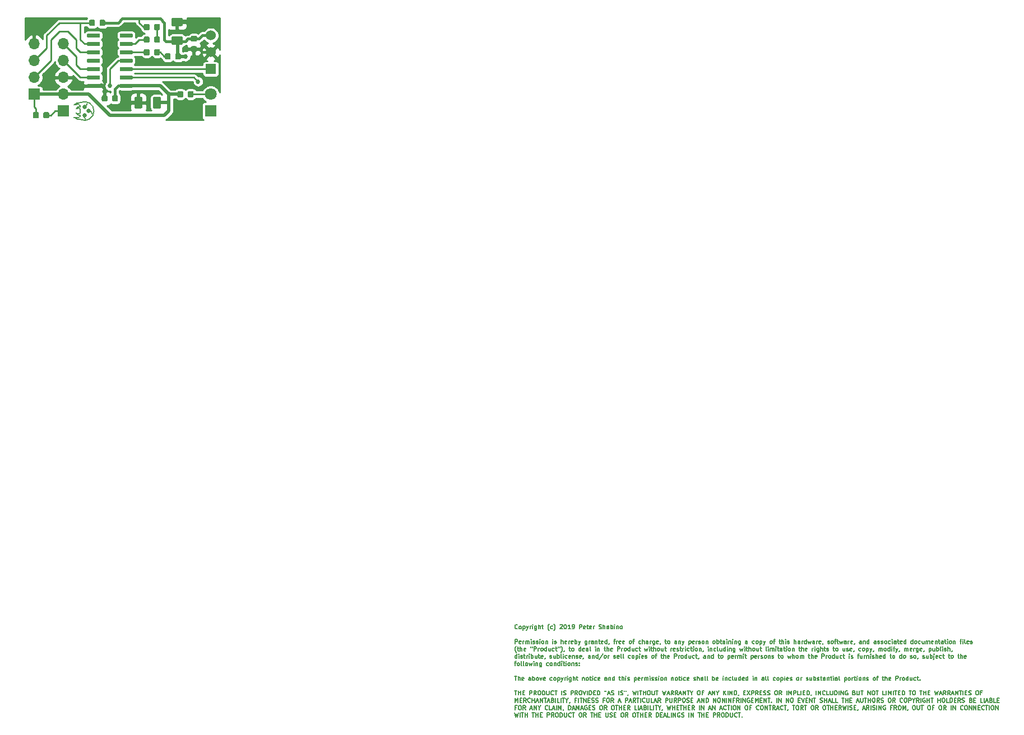
<source format=gtl>
G04 #@! TF.GenerationSoftware,KiCad,Pcbnew,(5.1.5)-3*
G04 #@! TF.CreationDate,2019-12-28T17:54:17-06:00*
G04 #@! TF.ProjectId,tymkrs_Cyphercon_2020_IRhack,74796d6b-7273-45f4-9379-70686572636f,V0*
G04 #@! TF.SameCoordinates,Original*
G04 #@! TF.FileFunction,Copper,L1,Top*
G04 #@! TF.FilePolarity,Positive*
%FSLAX46Y46*%
G04 Gerber Fmt 4.6, Leading zero omitted, Abs format (unit mm)*
G04 Created by KiCad (PCBNEW (5.1.5)-3) date 2019-12-28 17:54:17*
%MOMM*%
%LPD*%
G04 APERTURE LIST*
%ADD10C,0.158750*%
%ADD11C,0.177800*%
%ADD12C,0.100000*%
%ADD13O,1.700000X1.700000*%
%ADD14R,1.700000X1.700000*%
%ADD15C,1.800000*%
%ADD16R,1.800000X1.800000*%
%ADD17C,1.524000*%
%ADD18R,1.524000X1.524000*%
%ADD19C,0.635000*%
%ADD20C,0.690000*%
%ADD21C,0.381000*%
%ADD22C,0.508000*%
%ADD23C,0.254000*%
G04 APERTURE END LIST*
D10*
X210167235Y-167152410D02*
X210136997Y-167182648D01*
X210046282Y-167212886D01*
X209985806Y-167212886D01*
X209895092Y-167182648D01*
X209834616Y-167122172D01*
X209804377Y-167061696D01*
X209774139Y-166940744D01*
X209774139Y-166850029D01*
X209804377Y-166729077D01*
X209834616Y-166668601D01*
X209895092Y-166608125D01*
X209985806Y-166577886D01*
X210046282Y-166577886D01*
X210136997Y-166608125D01*
X210167235Y-166638363D01*
X210530092Y-167212886D02*
X210469616Y-167182648D01*
X210439377Y-167152410D01*
X210409139Y-167091934D01*
X210409139Y-166910505D01*
X210439377Y-166850029D01*
X210469616Y-166819791D01*
X210530092Y-166789553D01*
X210620806Y-166789553D01*
X210681282Y-166819791D01*
X210711520Y-166850029D01*
X210741758Y-166910505D01*
X210741758Y-167091934D01*
X210711520Y-167152410D01*
X210681282Y-167182648D01*
X210620806Y-167212886D01*
X210530092Y-167212886D01*
X211013901Y-166789553D02*
X211013901Y-167424553D01*
X211013901Y-166819791D02*
X211074377Y-166789553D01*
X211195330Y-166789553D01*
X211255806Y-166819791D01*
X211286044Y-166850029D01*
X211316282Y-166910505D01*
X211316282Y-167091934D01*
X211286044Y-167152410D01*
X211255806Y-167182648D01*
X211195330Y-167212886D01*
X211074377Y-167212886D01*
X211013901Y-167182648D01*
X211527949Y-166789553D02*
X211679139Y-167212886D01*
X211830330Y-166789553D02*
X211679139Y-167212886D01*
X211618663Y-167364077D01*
X211588425Y-167394315D01*
X211527949Y-167424553D01*
X212072235Y-167212886D02*
X212072235Y-166789553D01*
X212072235Y-166910505D02*
X212102473Y-166850029D01*
X212132711Y-166819791D01*
X212193187Y-166789553D01*
X212253663Y-166789553D01*
X212465330Y-167212886D02*
X212465330Y-166789553D01*
X212465330Y-166577886D02*
X212435092Y-166608125D01*
X212465330Y-166638363D01*
X212495568Y-166608125D01*
X212465330Y-166577886D01*
X212465330Y-166638363D01*
X213039854Y-166789553D02*
X213039854Y-167303601D01*
X213009616Y-167364077D01*
X212979377Y-167394315D01*
X212918901Y-167424553D01*
X212828187Y-167424553D01*
X212767711Y-167394315D01*
X213039854Y-167182648D02*
X212979377Y-167212886D01*
X212858425Y-167212886D01*
X212797949Y-167182648D01*
X212767711Y-167152410D01*
X212737473Y-167091934D01*
X212737473Y-166910505D01*
X212767711Y-166850029D01*
X212797949Y-166819791D01*
X212858425Y-166789553D01*
X212979377Y-166789553D01*
X213039854Y-166819791D01*
X213342235Y-167212886D02*
X213342235Y-166577886D01*
X213614377Y-167212886D02*
X213614377Y-166880267D01*
X213584139Y-166819791D01*
X213523663Y-166789553D01*
X213432949Y-166789553D01*
X213372473Y-166819791D01*
X213342235Y-166850029D01*
X213826044Y-166789553D02*
X214067949Y-166789553D01*
X213916758Y-166577886D02*
X213916758Y-167122172D01*
X213946997Y-167182648D01*
X214007473Y-167212886D01*
X214067949Y-167212886D01*
X214944854Y-167454791D02*
X214914616Y-167424553D01*
X214854139Y-167333839D01*
X214823901Y-167273363D01*
X214793663Y-167182648D01*
X214763425Y-167031458D01*
X214763425Y-166910505D01*
X214793663Y-166759315D01*
X214823901Y-166668601D01*
X214854139Y-166608125D01*
X214914616Y-166517410D01*
X214944854Y-166487172D01*
X215458901Y-167182648D02*
X215398425Y-167212886D01*
X215277473Y-167212886D01*
X215216997Y-167182648D01*
X215186758Y-167152410D01*
X215156520Y-167091934D01*
X215156520Y-166910505D01*
X215186758Y-166850029D01*
X215216997Y-166819791D01*
X215277473Y-166789553D01*
X215398425Y-166789553D01*
X215458901Y-166819791D01*
X215670568Y-167454791D02*
X215700806Y-167424553D01*
X215761282Y-167333839D01*
X215791520Y-167273363D01*
X215821758Y-167182648D01*
X215851997Y-167031458D01*
X215851997Y-166910505D01*
X215821758Y-166759315D01*
X215791520Y-166668601D01*
X215761282Y-166608125D01*
X215700806Y-166517410D01*
X215670568Y-166487172D01*
X216607949Y-166638363D02*
X216638187Y-166608125D01*
X216698663Y-166577886D01*
X216849854Y-166577886D01*
X216910330Y-166608125D01*
X216940568Y-166638363D01*
X216970806Y-166698839D01*
X216970806Y-166759315D01*
X216940568Y-166850029D01*
X216577711Y-167212886D01*
X216970806Y-167212886D01*
X217363901Y-166577886D02*
X217424377Y-166577886D01*
X217484854Y-166608125D01*
X217515092Y-166638363D01*
X217545330Y-166698839D01*
X217575568Y-166819791D01*
X217575568Y-166970982D01*
X217545330Y-167091934D01*
X217515092Y-167152410D01*
X217484854Y-167182648D01*
X217424377Y-167212886D01*
X217363901Y-167212886D01*
X217303425Y-167182648D01*
X217273187Y-167152410D01*
X217242949Y-167091934D01*
X217212711Y-166970982D01*
X217212711Y-166819791D01*
X217242949Y-166698839D01*
X217273187Y-166638363D01*
X217303425Y-166608125D01*
X217363901Y-166577886D01*
X218180330Y-167212886D02*
X217817473Y-167212886D01*
X217998901Y-167212886D02*
X217998901Y-166577886D01*
X217938425Y-166668601D01*
X217877949Y-166729077D01*
X217817473Y-166759315D01*
X218482711Y-167212886D02*
X218603663Y-167212886D01*
X218664139Y-167182648D01*
X218694377Y-167152410D01*
X218754854Y-167061696D01*
X218785092Y-166940744D01*
X218785092Y-166698839D01*
X218754854Y-166638363D01*
X218724616Y-166608125D01*
X218664139Y-166577886D01*
X218543187Y-166577886D01*
X218482711Y-166608125D01*
X218452473Y-166638363D01*
X218422235Y-166698839D01*
X218422235Y-166850029D01*
X218452473Y-166910505D01*
X218482711Y-166940744D01*
X218543187Y-166970982D01*
X218664139Y-166970982D01*
X218724616Y-166940744D01*
X218754854Y-166910505D01*
X218785092Y-166850029D01*
X219541044Y-167212886D02*
X219541044Y-166577886D01*
X219782949Y-166577886D01*
X219843425Y-166608125D01*
X219873663Y-166638363D01*
X219903901Y-166698839D01*
X219903901Y-166789553D01*
X219873663Y-166850029D01*
X219843425Y-166880267D01*
X219782949Y-166910505D01*
X219541044Y-166910505D01*
X220417949Y-167182648D02*
X220357473Y-167212886D01*
X220236520Y-167212886D01*
X220176044Y-167182648D01*
X220145806Y-167122172D01*
X220145806Y-166880267D01*
X220176044Y-166819791D01*
X220236520Y-166789553D01*
X220357473Y-166789553D01*
X220417949Y-166819791D01*
X220448187Y-166880267D01*
X220448187Y-166940744D01*
X220145806Y-167001220D01*
X220629616Y-166789553D02*
X220871520Y-166789553D01*
X220720330Y-166577886D02*
X220720330Y-167122172D01*
X220750568Y-167182648D01*
X220811044Y-167212886D01*
X220871520Y-167212886D01*
X221325092Y-167182648D02*
X221264616Y-167212886D01*
X221143663Y-167212886D01*
X221083187Y-167182648D01*
X221052949Y-167122172D01*
X221052949Y-166880267D01*
X221083187Y-166819791D01*
X221143663Y-166789553D01*
X221264616Y-166789553D01*
X221325092Y-166819791D01*
X221355330Y-166880267D01*
X221355330Y-166940744D01*
X221052949Y-167001220D01*
X221627473Y-167212886D02*
X221627473Y-166789553D01*
X221627473Y-166910505D02*
X221657711Y-166850029D01*
X221687949Y-166819791D01*
X221748425Y-166789553D01*
X221808901Y-166789553D01*
X222474139Y-167182648D02*
X222564854Y-167212886D01*
X222716044Y-167212886D01*
X222776520Y-167182648D01*
X222806758Y-167152410D01*
X222836997Y-167091934D01*
X222836997Y-167031458D01*
X222806758Y-166970982D01*
X222776520Y-166940744D01*
X222716044Y-166910505D01*
X222595092Y-166880267D01*
X222534616Y-166850029D01*
X222504377Y-166819791D01*
X222474139Y-166759315D01*
X222474139Y-166698839D01*
X222504377Y-166638363D01*
X222534616Y-166608125D01*
X222595092Y-166577886D01*
X222746282Y-166577886D01*
X222836997Y-166608125D01*
X223109139Y-167212886D02*
X223109139Y-166577886D01*
X223381282Y-167212886D02*
X223381282Y-166880267D01*
X223351044Y-166819791D01*
X223290568Y-166789553D01*
X223199854Y-166789553D01*
X223139377Y-166819791D01*
X223109139Y-166850029D01*
X223955806Y-167212886D02*
X223955806Y-166880267D01*
X223925568Y-166819791D01*
X223865092Y-166789553D01*
X223744139Y-166789553D01*
X223683663Y-166819791D01*
X223955806Y-167182648D02*
X223895330Y-167212886D01*
X223744139Y-167212886D01*
X223683663Y-167182648D01*
X223653425Y-167122172D01*
X223653425Y-167061696D01*
X223683663Y-167001220D01*
X223744139Y-166970982D01*
X223895330Y-166970982D01*
X223955806Y-166940744D01*
X224258187Y-167212886D02*
X224258187Y-166577886D01*
X224258187Y-166819791D02*
X224318663Y-166789553D01*
X224439616Y-166789553D01*
X224500092Y-166819791D01*
X224530330Y-166850029D01*
X224560568Y-166910505D01*
X224560568Y-167091934D01*
X224530330Y-167152410D01*
X224500092Y-167182648D01*
X224439616Y-167212886D01*
X224318663Y-167212886D01*
X224258187Y-167182648D01*
X224832711Y-167212886D02*
X224832711Y-166789553D01*
X224832711Y-166577886D02*
X224802473Y-166608125D01*
X224832711Y-166638363D01*
X224862949Y-166608125D01*
X224832711Y-166577886D01*
X224832711Y-166638363D01*
X225135092Y-166789553D02*
X225135092Y-167212886D01*
X225135092Y-166850029D02*
X225165330Y-166819791D01*
X225225806Y-166789553D01*
X225316520Y-166789553D01*
X225376997Y-166819791D01*
X225407235Y-166880267D01*
X225407235Y-167212886D01*
X225800330Y-167212886D02*
X225739854Y-167182648D01*
X225709616Y-167152410D01*
X225679377Y-167091934D01*
X225679377Y-166910505D01*
X225709616Y-166850029D01*
X225739854Y-166819791D01*
X225800330Y-166789553D01*
X225891044Y-166789553D01*
X225951520Y-166819791D01*
X225981758Y-166850029D01*
X226011997Y-166910505D01*
X226011997Y-167091934D01*
X225981758Y-167152410D01*
X225951520Y-167182648D01*
X225891044Y-167212886D01*
X225800330Y-167212886D01*
X209804377Y-169435386D02*
X209804377Y-168800386D01*
X210046282Y-168800386D01*
X210106758Y-168830625D01*
X210136997Y-168860863D01*
X210167235Y-168921339D01*
X210167235Y-169012053D01*
X210136997Y-169072529D01*
X210106758Y-169102767D01*
X210046282Y-169133005D01*
X209804377Y-169133005D01*
X210681282Y-169405148D02*
X210620806Y-169435386D01*
X210499854Y-169435386D01*
X210439377Y-169405148D01*
X210409139Y-169344672D01*
X210409139Y-169102767D01*
X210439377Y-169042291D01*
X210499854Y-169012053D01*
X210620806Y-169012053D01*
X210681282Y-169042291D01*
X210711520Y-169102767D01*
X210711520Y-169163244D01*
X210409139Y-169223720D01*
X210983663Y-169435386D02*
X210983663Y-169012053D01*
X210983663Y-169133005D02*
X211013901Y-169072529D01*
X211044139Y-169042291D01*
X211104616Y-169012053D01*
X211165092Y-169012053D01*
X211376758Y-169435386D02*
X211376758Y-169012053D01*
X211376758Y-169072529D02*
X211406997Y-169042291D01*
X211467473Y-169012053D01*
X211558187Y-169012053D01*
X211618663Y-169042291D01*
X211648901Y-169102767D01*
X211648901Y-169435386D01*
X211648901Y-169102767D02*
X211679139Y-169042291D01*
X211739616Y-169012053D01*
X211830330Y-169012053D01*
X211890806Y-169042291D01*
X211921044Y-169102767D01*
X211921044Y-169435386D01*
X212223425Y-169435386D02*
X212223425Y-169012053D01*
X212223425Y-168800386D02*
X212193187Y-168830625D01*
X212223425Y-168860863D01*
X212253663Y-168830625D01*
X212223425Y-168800386D01*
X212223425Y-168860863D01*
X212495568Y-169405148D02*
X212556044Y-169435386D01*
X212676997Y-169435386D01*
X212737473Y-169405148D01*
X212767711Y-169344672D01*
X212767711Y-169314434D01*
X212737473Y-169253958D01*
X212676997Y-169223720D01*
X212586282Y-169223720D01*
X212525806Y-169193482D01*
X212495568Y-169133005D01*
X212495568Y-169102767D01*
X212525806Y-169042291D01*
X212586282Y-169012053D01*
X212676997Y-169012053D01*
X212737473Y-169042291D01*
X213009616Y-169405148D02*
X213070092Y-169435386D01*
X213191044Y-169435386D01*
X213251520Y-169405148D01*
X213281758Y-169344672D01*
X213281758Y-169314434D01*
X213251520Y-169253958D01*
X213191044Y-169223720D01*
X213100330Y-169223720D01*
X213039854Y-169193482D01*
X213009616Y-169133005D01*
X213009616Y-169102767D01*
X213039854Y-169042291D01*
X213100330Y-169012053D01*
X213191044Y-169012053D01*
X213251520Y-169042291D01*
X213553901Y-169435386D02*
X213553901Y-169012053D01*
X213553901Y-168800386D02*
X213523663Y-168830625D01*
X213553901Y-168860863D01*
X213584139Y-168830625D01*
X213553901Y-168800386D01*
X213553901Y-168860863D01*
X213946997Y-169435386D02*
X213886520Y-169405148D01*
X213856282Y-169374910D01*
X213826044Y-169314434D01*
X213826044Y-169133005D01*
X213856282Y-169072529D01*
X213886520Y-169042291D01*
X213946997Y-169012053D01*
X214037711Y-169012053D01*
X214098187Y-169042291D01*
X214128425Y-169072529D01*
X214158663Y-169133005D01*
X214158663Y-169314434D01*
X214128425Y-169374910D01*
X214098187Y-169405148D01*
X214037711Y-169435386D01*
X213946997Y-169435386D01*
X214430806Y-169012053D02*
X214430806Y-169435386D01*
X214430806Y-169072529D02*
X214461044Y-169042291D01*
X214521520Y-169012053D01*
X214612235Y-169012053D01*
X214672711Y-169042291D01*
X214702949Y-169102767D01*
X214702949Y-169435386D01*
X215489139Y-169435386D02*
X215489139Y-169012053D01*
X215489139Y-168800386D02*
X215458901Y-168830625D01*
X215489139Y-168860863D01*
X215519377Y-168830625D01*
X215489139Y-168800386D01*
X215489139Y-168860863D01*
X215761282Y-169405148D02*
X215821758Y-169435386D01*
X215942711Y-169435386D01*
X216003187Y-169405148D01*
X216033425Y-169344672D01*
X216033425Y-169314434D01*
X216003187Y-169253958D01*
X215942711Y-169223720D01*
X215851997Y-169223720D01*
X215791520Y-169193482D01*
X215761282Y-169133005D01*
X215761282Y-169102767D01*
X215791520Y-169042291D01*
X215851997Y-169012053D01*
X215942711Y-169012053D01*
X216003187Y-169042291D01*
X216789377Y-169435386D02*
X216789377Y-168800386D01*
X217061520Y-169435386D02*
X217061520Y-169102767D01*
X217031282Y-169042291D01*
X216970806Y-169012053D01*
X216880092Y-169012053D01*
X216819616Y-169042291D01*
X216789377Y-169072529D01*
X217605806Y-169405148D02*
X217545330Y-169435386D01*
X217424377Y-169435386D01*
X217363901Y-169405148D01*
X217333663Y-169344672D01*
X217333663Y-169102767D01*
X217363901Y-169042291D01*
X217424377Y-169012053D01*
X217545330Y-169012053D01*
X217605806Y-169042291D01*
X217636044Y-169102767D01*
X217636044Y-169163244D01*
X217333663Y-169223720D01*
X217908187Y-169435386D02*
X217908187Y-169012053D01*
X217908187Y-169133005D02*
X217938425Y-169072529D01*
X217968663Y-169042291D01*
X218029139Y-169012053D01*
X218089616Y-169012053D01*
X218543187Y-169405148D02*
X218482711Y-169435386D01*
X218361758Y-169435386D01*
X218301282Y-169405148D01*
X218271044Y-169344672D01*
X218271044Y-169102767D01*
X218301282Y-169042291D01*
X218361758Y-169012053D01*
X218482711Y-169012053D01*
X218543187Y-169042291D01*
X218573425Y-169102767D01*
X218573425Y-169163244D01*
X218271044Y-169223720D01*
X218845568Y-169435386D02*
X218845568Y-168800386D01*
X218845568Y-169042291D02*
X218906044Y-169012053D01*
X219026997Y-169012053D01*
X219087473Y-169042291D01*
X219117711Y-169072529D01*
X219147949Y-169133005D01*
X219147949Y-169314434D01*
X219117711Y-169374910D01*
X219087473Y-169405148D01*
X219026997Y-169435386D01*
X218906044Y-169435386D01*
X218845568Y-169405148D01*
X219359616Y-169012053D02*
X219510806Y-169435386D01*
X219661997Y-169012053D02*
X219510806Y-169435386D01*
X219450330Y-169586577D01*
X219420092Y-169616815D01*
X219359616Y-169647053D01*
X220659854Y-169012053D02*
X220659854Y-169526101D01*
X220629616Y-169586577D01*
X220599377Y-169616815D01*
X220538901Y-169647053D01*
X220448187Y-169647053D01*
X220387711Y-169616815D01*
X220659854Y-169405148D02*
X220599377Y-169435386D01*
X220478425Y-169435386D01*
X220417949Y-169405148D01*
X220387711Y-169374910D01*
X220357473Y-169314434D01*
X220357473Y-169133005D01*
X220387711Y-169072529D01*
X220417949Y-169042291D01*
X220478425Y-169012053D01*
X220599377Y-169012053D01*
X220659854Y-169042291D01*
X220962235Y-169435386D02*
X220962235Y-169012053D01*
X220962235Y-169133005D02*
X220992473Y-169072529D01*
X221022711Y-169042291D01*
X221083187Y-169012053D01*
X221143663Y-169012053D01*
X221627473Y-169435386D02*
X221627473Y-169102767D01*
X221597235Y-169042291D01*
X221536758Y-169012053D01*
X221415806Y-169012053D01*
X221355330Y-169042291D01*
X221627473Y-169405148D02*
X221566997Y-169435386D01*
X221415806Y-169435386D01*
X221355330Y-169405148D01*
X221325092Y-169344672D01*
X221325092Y-169284196D01*
X221355330Y-169223720D01*
X221415806Y-169193482D01*
X221566997Y-169193482D01*
X221627473Y-169163244D01*
X221929854Y-169012053D02*
X221929854Y-169435386D01*
X221929854Y-169072529D02*
X221960092Y-169042291D01*
X222020568Y-169012053D01*
X222111282Y-169012053D01*
X222171758Y-169042291D01*
X222201997Y-169102767D01*
X222201997Y-169435386D01*
X222413663Y-169012053D02*
X222655568Y-169012053D01*
X222504377Y-168800386D02*
X222504377Y-169344672D01*
X222534616Y-169405148D01*
X222595092Y-169435386D01*
X222655568Y-169435386D01*
X223109139Y-169405148D02*
X223048663Y-169435386D01*
X222927711Y-169435386D01*
X222867235Y-169405148D01*
X222836997Y-169344672D01*
X222836997Y-169102767D01*
X222867235Y-169042291D01*
X222927711Y-169012053D01*
X223048663Y-169012053D01*
X223109139Y-169042291D01*
X223139377Y-169102767D01*
X223139377Y-169163244D01*
X222836997Y-169223720D01*
X223683663Y-169435386D02*
X223683663Y-168800386D01*
X223683663Y-169405148D02*
X223623187Y-169435386D01*
X223502235Y-169435386D01*
X223441758Y-169405148D01*
X223411520Y-169374910D01*
X223381282Y-169314434D01*
X223381282Y-169133005D01*
X223411520Y-169072529D01*
X223441758Y-169042291D01*
X223502235Y-169012053D01*
X223623187Y-169012053D01*
X223683663Y-169042291D01*
X224016282Y-169405148D02*
X224016282Y-169435386D01*
X223986044Y-169495863D01*
X223955806Y-169526101D01*
X224681520Y-169012053D02*
X224923425Y-169012053D01*
X224772235Y-169435386D02*
X224772235Y-168891101D01*
X224802473Y-168830625D01*
X224862949Y-168800386D01*
X224923425Y-168800386D01*
X225135092Y-169435386D02*
X225135092Y-169012053D01*
X225135092Y-169133005D02*
X225165330Y-169072529D01*
X225195568Y-169042291D01*
X225256044Y-169012053D01*
X225316520Y-169012053D01*
X225770092Y-169405148D02*
X225709616Y-169435386D01*
X225588663Y-169435386D01*
X225528187Y-169405148D01*
X225497949Y-169344672D01*
X225497949Y-169102767D01*
X225528187Y-169042291D01*
X225588663Y-169012053D01*
X225709616Y-169012053D01*
X225770092Y-169042291D01*
X225800330Y-169102767D01*
X225800330Y-169163244D01*
X225497949Y-169223720D01*
X226314377Y-169405148D02*
X226253901Y-169435386D01*
X226132949Y-169435386D01*
X226072473Y-169405148D01*
X226042235Y-169344672D01*
X226042235Y-169102767D01*
X226072473Y-169042291D01*
X226132949Y-169012053D01*
X226253901Y-169012053D01*
X226314377Y-169042291D01*
X226344616Y-169102767D01*
X226344616Y-169163244D01*
X226042235Y-169223720D01*
X227191282Y-169435386D02*
X227130806Y-169405148D01*
X227100568Y-169374910D01*
X227070330Y-169314434D01*
X227070330Y-169133005D01*
X227100568Y-169072529D01*
X227130806Y-169042291D01*
X227191282Y-169012053D01*
X227281997Y-169012053D01*
X227342473Y-169042291D01*
X227372711Y-169072529D01*
X227402949Y-169133005D01*
X227402949Y-169314434D01*
X227372711Y-169374910D01*
X227342473Y-169405148D01*
X227281997Y-169435386D01*
X227191282Y-169435386D01*
X227584377Y-169012053D02*
X227826282Y-169012053D01*
X227675092Y-169435386D02*
X227675092Y-168891101D01*
X227705330Y-168830625D01*
X227765806Y-168800386D01*
X227826282Y-168800386D01*
X228793901Y-169405148D02*
X228733425Y-169435386D01*
X228612473Y-169435386D01*
X228551997Y-169405148D01*
X228521758Y-169374910D01*
X228491520Y-169314434D01*
X228491520Y-169133005D01*
X228521758Y-169072529D01*
X228551997Y-169042291D01*
X228612473Y-169012053D01*
X228733425Y-169012053D01*
X228793901Y-169042291D01*
X229066044Y-169435386D02*
X229066044Y-168800386D01*
X229338187Y-169435386D02*
X229338187Y-169102767D01*
X229307949Y-169042291D01*
X229247473Y-169012053D01*
X229156758Y-169012053D01*
X229096282Y-169042291D01*
X229066044Y-169072529D01*
X229912711Y-169435386D02*
X229912711Y-169102767D01*
X229882473Y-169042291D01*
X229821997Y-169012053D01*
X229701044Y-169012053D01*
X229640568Y-169042291D01*
X229912711Y-169405148D02*
X229852235Y-169435386D01*
X229701044Y-169435386D01*
X229640568Y-169405148D01*
X229610330Y-169344672D01*
X229610330Y-169284196D01*
X229640568Y-169223720D01*
X229701044Y-169193482D01*
X229852235Y-169193482D01*
X229912711Y-169163244D01*
X230215092Y-169435386D02*
X230215092Y-169012053D01*
X230215092Y-169133005D02*
X230245330Y-169072529D01*
X230275568Y-169042291D01*
X230336044Y-169012053D01*
X230396520Y-169012053D01*
X230880330Y-169012053D02*
X230880330Y-169526101D01*
X230850092Y-169586577D01*
X230819854Y-169616815D01*
X230759377Y-169647053D01*
X230668663Y-169647053D01*
X230608187Y-169616815D01*
X230880330Y-169405148D02*
X230819854Y-169435386D01*
X230698901Y-169435386D01*
X230638425Y-169405148D01*
X230608187Y-169374910D01*
X230577949Y-169314434D01*
X230577949Y-169133005D01*
X230608187Y-169072529D01*
X230638425Y-169042291D01*
X230698901Y-169012053D01*
X230819854Y-169012053D01*
X230880330Y-169042291D01*
X231424616Y-169405148D02*
X231364139Y-169435386D01*
X231243187Y-169435386D01*
X231182711Y-169405148D01*
X231152473Y-169344672D01*
X231152473Y-169102767D01*
X231182711Y-169042291D01*
X231243187Y-169012053D01*
X231364139Y-169012053D01*
X231424616Y-169042291D01*
X231454854Y-169102767D01*
X231454854Y-169163244D01*
X231152473Y-169223720D01*
X231757235Y-169405148D02*
X231757235Y-169435386D01*
X231726997Y-169495863D01*
X231696758Y-169526101D01*
X232422473Y-169012053D02*
X232664377Y-169012053D01*
X232513187Y-168800386D02*
X232513187Y-169344672D01*
X232543425Y-169405148D01*
X232603901Y-169435386D01*
X232664377Y-169435386D01*
X232966758Y-169435386D02*
X232906282Y-169405148D01*
X232876044Y-169374910D01*
X232845806Y-169314434D01*
X232845806Y-169133005D01*
X232876044Y-169072529D01*
X232906282Y-169042291D01*
X232966758Y-169012053D01*
X233057473Y-169012053D01*
X233117949Y-169042291D01*
X233148187Y-169072529D01*
X233178425Y-169133005D01*
X233178425Y-169314434D01*
X233148187Y-169374910D01*
X233117949Y-169405148D01*
X233057473Y-169435386D01*
X232966758Y-169435386D01*
X234206520Y-169435386D02*
X234206520Y-169102767D01*
X234176282Y-169042291D01*
X234115806Y-169012053D01*
X233994854Y-169012053D01*
X233934377Y-169042291D01*
X234206520Y-169405148D02*
X234146044Y-169435386D01*
X233994854Y-169435386D01*
X233934377Y-169405148D01*
X233904139Y-169344672D01*
X233904139Y-169284196D01*
X233934377Y-169223720D01*
X233994854Y-169193482D01*
X234146044Y-169193482D01*
X234206520Y-169163244D01*
X234508901Y-169012053D02*
X234508901Y-169435386D01*
X234508901Y-169072529D02*
X234539139Y-169042291D01*
X234599616Y-169012053D01*
X234690330Y-169012053D01*
X234750806Y-169042291D01*
X234781044Y-169102767D01*
X234781044Y-169435386D01*
X235022949Y-169012053D02*
X235174139Y-169435386D01*
X235325330Y-169012053D02*
X235174139Y-169435386D01*
X235113663Y-169586577D01*
X235083425Y-169616815D01*
X235022949Y-169647053D01*
X236051044Y-169012053D02*
X236051044Y-169647053D01*
X236051044Y-169042291D02*
X236111520Y-169012053D01*
X236232473Y-169012053D01*
X236292949Y-169042291D01*
X236323187Y-169072529D01*
X236353425Y-169133005D01*
X236353425Y-169314434D01*
X236323187Y-169374910D01*
X236292949Y-169405148D01*
X236232473Y-169435386D01*
X236111520Y-169435386D01*
X236051044Y-169405148D01*
X236867473Y-169405148D02*
X236806997Y-169435386D01*
X236686044Y-169435386D01*
X236625568Y-169405148D01*
X236595330Y-169344672D01*
X236595330Y-169102767D01*
X236625568Y-169042291D01*
X236686044Y-169012053D01*
X236806997Y-169012053D01*
X236867473Y-169042291D01*
X236897711Y-169102767D01*
X236897711Y-169163244D01*
X236595330Y-169223720D01*
X237169854Y-169435386D02*
X237169854Y-169012053D01*
X237169854Y-169133005D02*
X237200092Y-169072529D01*
X237230330Y-169042291D01*
X237290806Y-169012053D01*
X237351282Y-169012053D01*
X237532711Y-169405148D02*
X237593187Y-169435386D01*
X237714139Y-169435386D01*
X237774616Y-169405148D01*
X237804854Y-169344672D01*
X237804854Y-169314434D01*
X237774616Y-169253958D01*
X237714139Y-169223720D01*
X237623425Y-169223720D01*
X237562949Y-169193482D01*
X237532711Y-169133005D01*
X237532711Y-169102767D01*
X237562949Y-169042291D01*
X237623425Y-169012053D01*
X237714139Y-169012053D01*
X237774616Y-169042291D01*
X238167711Y-169435386D02*
X238107235Y-169405148D01*
X238076997Y-169374910D01*
X238046758Y-169314434D01*
X238046758Y-169133005D01*
X238076997Y-169072529D01*
X238107235Y-169042291D01*
X238167711Y-169012053D01*
X238258425Y-169012053D01*
X238318901Y-169042291D01*
X238349139Y-169072529D01*
X238379377Y-169133005D01*
X238379377Y-169314434D01*
X238349139Y-169374910D01*
X238318901Y-169405148D01*
X238258425Y-169435386D01*
X238167711Y-169435386D01*
X238651520Y-169012053D02*
X238651520Y-169435386D01*
X238651520Y-169072529D02*
X238681758Y-169042291D01*
X238742235Y-169012053D01*
X238832949Y-169012053D01*
X238893425Y-169042291D01*
X238923663Y-169102767D01*
X238923663Y-169435386D01*
X239800568Y-169435386D02*
X239740092Y-169405148D01*
X239709854Y-169374910D01*
X239679616Y-169314434D01*
X239679616Y-169133005D01*
X239709854Y-169072529D01*
X239740092Y-169042291D01*
X239800568Y-169012053D01*
X239891282Y-169012053D01*
X239951758Y-169042291D01*
X239981997Y-169072529D01*
X240012235Y-169133005D01*
X240012235Y-169314434D01*
X239981997Y-169374910D01*
X239951758Y-169405148D01*
X239891282Y-169435386D01*
X239800568Y-169435386D01*
X240284377Y-169435386D02*
X240284377Y-168800386D01*
X240284377Y-169042291D02*
X240344854Y-169012053D01*
X240465806Y-169012053D01*
X240526282Y-169042291D01*
X240556520Y-169072529D01*
X240586758Y-169133005D01*
X240586758Y-169314434D01*
X240556520Y-169374910D01*
X240526282Y-169405148D01*
X240465806Y-169435386D01*
X240344854Y-169435386D01*
X240284377Y-169405148D01*
X240768187Y-169012053D02*
X241010092Y-169012053D01*
X240858901Y-168800386D02*
X240858901Y-169344672D01*
X240889139Y-169405148D01*
X240949616Y-169435386D01*
X241010092Y-169435386D01*
X241493901Y-169435386D02*
X241493901Y-169102767D01*
X241463663Y-169042291D01*
X241403187Y-169012053D01*
X241282235Y-169012053D01*
X241221758Y-169042291D01*
X241493901Y-169405148D02*
X241433425Y-169435386D01*
X241282235Y-169435386D01*
X241221758Y-169405148D01*
X241191520Y-169344672D01*
X241191520Y-169284196D01*
X241221758Y-169223720D01*
X241282235Y-169193482D01*
X241433425Y-169193482D01*
X241493901Y-169163244D01*
X241796282Y-169435386D02*
X241796282Y-169012053D01*
X241796282Y-168800386D02*
X241766044Y-168830625D01*
X241796282Y-168860863D01*
X241826520Y-168830625D01*
X241796282Y-168800386D01*
X241796282Y-168860863D01*
X242098663Y-169012053D02*
X242098663Y-169435386D01*
X242098663Y-169072529D02*
X242128901Y-169042291D01*
X242189377Y-169012053D01*
X242280092Y-169012053D01*
X242340568Y-169042291D01*
X242370806Y-169102767D01*
X242370806Y-169435386D01*
X242673187Y-169435386D02*
X242673187Y-169012053D01*
X242673187Y-168800386D02*
X242642949Y-168830625D01*
X242673187Y-168860863D01*
X242703425Y-168830625D01*
X242673187Y-168800386D01*
X242673187Y-168860863D01*
X242975568Y-169012053D02*
X242975568Y-169435386D01*
X242975568Y-169072529D02*
X243005806Y-169042291D01*
X243066282Y-169012053D01*
X243156997Y-169012053D01*
X243217473Y-169042291D01*
X243247711Y-169102767D01*
X243247711Y-169435386D01*
X243822235Y-169012053D02*
X243822235Y-169526101D01*
X243791997Y-169586577D01*
X243761758Y-169616815D01*
X243701282Y-169647053D01*
X243610568Y-169647053D01*
X243550092Y-169616815D01*
X243822235Y-169405148D02*
X243761758Y-169435386D01*
X243640806Y-169435386D01*
X243580330Y-169405148D01*
X243550092Y-169374910D01*
X243519854Y-169314434D01*
X243519854Y-169133005D01*
X243550092Y-169072529D01*
X243580330Y-169042291D01*
X243640806Y-169012053D01*
X243761758Y-169012053D01*
X243822235Y-169042291D01*
X244880568Y-169435386D02*
X244880568Y-169102767D01*
X244850330Y-169042291D01*
X244789854Y-169012053D01*
X244668901Y-169012053D01*
X244608425Y-169042291D01*
X244880568Y-169405148D02*
X244820092Y-169435386D01*
X244668901Y-169435386D01*
X244608425Y-169405148D01*
X244578187Y-169344672D01*
X244578187Y-169284196D01*
X244608425Y-169223720D01*
X244668901Y-169193482D01*
X244820092Y-169193482D01*
X244880568Y-169163244D01*
X245938901Y-169405148D02*
X245878425Y-169435386D01*
X245757473Y-169435386D01*
X245696997Y-169405148D01*
X245666758Y-169374910D01*
X245636520Y-169314434D01*
X245636520Y-169133005D01*
X245666758Y-169072529D01*
X245696997Y-169042291D01*
X245757473Y-169012053D01*
X245878425Y-169012053D01*
X245938901Y-169042291D01*
X246301758Y-169435386D02*
X246241282Y-169405148D01*
X246211044Y-169374910D01*
X246180806Y-169314434D01*
X246180806Y-169133005D01*
X246211044Y-169072529D01*
X246241282Y-169042291D01*
X246301758Y-169012053D01*
X246392473Y-169012053D01*
X246452949Y-169042291D01*
X246483187Y-169072529D01*
X246513425Y-169133005D01*
X246513425Y-169314434D01*
X246483187Y-169374910D01*
X246452949Y-169405148D01*
X246392473Y-169435386D01*
X246301758Y-169435386D01*
X246785568Y-169012053D02*
X246785568Y-169647053D01*
X246785568Y-169042291D02*
X246846044Y-169012053D01*
X246966997Y-169012053D01*
X247027473Y-169042291D01*
X247057711Y-169072529D01*
X247087949Y-169133005D01*
X247087949Y-169314434D01*
X247057711Y-169374910D01*
X247027473Y-169405148D01*
X246966997Y-169435386D01*
X246846044Y-169435386D01*
X246785568Y-169405148D01*
X247299616Y-169012053D02*
X247450806Y-169435386D01*
X247601997Y-169012053D02*
X247450806Y-169435386D01*
X247390330Y-169586577D01*
X247360092Y-169616815D01*
X247299616Y-169647053D01*
X248418425Y-169435386D02*
X248357949Y-169405148D01*
X248327711Y-169374910D01*
X248297473Y-169314434D01*
X248297473Y-169133005D01*
X248327711Y-169072529D01*
X248357949Y-169042291D01*
X248418425Y-169012053D01*
X248509139Y-169012053D01*
X248569616Y-169042291D01*
X248599854Y-169072529D01*
X248630092Y-169133005D01*
X248630092Y-169314434D01*
X248599854Y-169374910D01*
X248569616Y-169405148D01*
X248509139Y-169435386D01*
X248418425Y-169435386D01*
X248811520Y-169012053D02*
X249053425Y-169012053D01*
X248902235Y-169435386D02*
X248902235Y-168891101D01*
X248932473Y-168830625D01*
X248992949Y-168800386D01*
X249053425Y-168800386D01*
X249658187Y-169012053D02*
X249900092Y-169012053D01*
X249748901Y-168800386D02*
X249748901Y-169344672D01*
X249779139Y-169405148D01*
X249839616Y-169435386D01*
X249900092Y-169435386D01*
X250111758Y-169435386D02*
X250111758Y-168800386D01*
X250383901Y-169435386D02*
X250383901Y-169102767D01*
X250353663Y-169042291D01*
X250293187Y-169012053D01*
X250202473Y-169012053D01*
X250141997Y-169042291D01*
X250111758Y-169072529D01*
X250686282Y-169435386D02*
X250686282Y-169012053D01*
X250686282Y-168800386D02*
X250656044Y-168830625D01*
X250686282Y-168860863D01*
X250716520Y-168830625D01*
X250686282Y-168800386D01*
X250686282Y-168860863D01*
X250958425Y-169405148D02*
X251018901Y-169435386D01*
X251139854Y-169435386D01*
X251200330Y-169405148D01*
X251230568Y-169344672D01*
X251230568Y-169314434D01*
X251200330Y-169253958D01*
X251139854Y-169223720D01*
X251049139Y-169223720D01*
X250988663Y-169193482D01*
X250958425Y-169133005D01*
X250958425Y-169102767D01*
X250988663Y-169042291D01*
X251049139Y-169012053D01*
X251139854Y-169012053D01*
X251200330Y-169042291D01*
X251986520Y-169435386D02*
X251986520Y-168800386D01*
X252258663Y-169435386D02*
X252258663Y-169102767D01*
X252228425Y-169042291D01*
X252167949Y-169012053D01*
X252077235Y-169012053D01*
X252016758Y-169042291D01*
X251986520Y-169072529D01*
X252833187Y-169435386D02*
X252833187Y-169102767D01*
X252802949Y-169042291D01*
X252742473Y-169012053D01*
X252621520Y-169012053D01*
X252561044Y-169042291D01*
X252833187Y-169405148D02*
X252772711Y-169435386D01*
X252621520Y-169435386D01*
X252561044Y-169405148D01*
X252530806Y-169344672D01*
X252530806Y-169284196D01*
X252561044Y-169223720D01*
X252621520Y-169193482D01*
X252772711Y-169193482D01*
X252833187Y-169163244D01*
X253135568Y-169435386D02*
X253135568Y-169012053D01*
X253135568Y-169133005D02*
X253165806Y-169072529D01*
X253196044Y-169042291D01*
X253256520Y-169012053D01*
X253316997Y-169012053D01*
X253800806Y-169435386D02*
X253800806Y-168800386D01*
X253800806Y-169405148D02*
X253740330Y-169435386D01*
X253619377Y-169435386D01*
X253558901Y-169405148D01*
X253528663Y-169374910D01*
X253498425Y-169314434D01*
X253498425Y-169133005D01*
X253528663Y-169072529D01*
X253558901Y-169042291D01*
X253619377Y-169012053D01*
X253740330Y-169012053D01*
X253800806Y-169042291D01*
X254042711Y-169012053D02*
X254163663Y-169435386D01*
X254284616Y-169133005D01*
X254405568Y-169435386D01*
X254526520Y-169012053D01*
X255040568Y-169435386D02*
X255040568Y-169102767D01*
X255010330Y-169042291D01*
X254949854Y-169012053D01*
X254828901Y-169012053D01*
X254768425Y-169042291D01*
X255040568Y-169405148D02*
X254980092Y-169435386D01*
X254828901Y-169435386D01*
X254768425Y-169405148D01*
X254738187Y-169344672D01*
X254738187Y-169284196D01*
X254768425Y-169223720D01*
X254828901Y-169193482D01*
X254980092Y-169193482D01*
X255040568Y-169163244D01*
X255342949Y-169435386D02*
X255342949Y-169012053D01*
X255342949Y-169133005D02*
X255373187Y-169072529D01*
X255403425Y-169042291D01*
X255463901Y-169012053D01*
X255524377Y-169012053D01*
X255977949Y-169405148D02*
X255917473Y-169435386D01*
X255796520Y-169435386D01*
X255736044Y-169405148D01*
X255705806Y-169344672D01*
X255705806Y-169102767D01*
X255736044Y-169042291D01*
X255796520Y-169012053D01*
X255917473Y-169012053D01*
X255977949Y-169042291D01*
X256008187Y-169102767D01*
X256008187Y-169163244D01*
X255705806Y-169223720D01*
X256310568Y-169405148D02*
X256310568Y-169435386D01*
X256280330Y-169495863D01*
X256250092Y-169526101D01*
X257036282Y-169405148D02*
X257096758Y-169435386D01*
X257217711Y-169435386D01*
X257278187Y-169405148D01*
X257308425Y-169344672D01*
X257308425Y-169314434D01*
X257278187Y-169253958D01*
X257217711Y-169223720D01*
X257126997Y-169223720D01*
X257066520Y-169193482D01*
X257036282Y-169133005D01*
X257036282Y-169102767D01*
X257066520Y-169042291D01*
X257126997Y-169012053D01*
X257217711Y-169012053D01*
X257278187Y-169042291D01*
X257671282Y-169435386D02*
X257610806Y-169405148D01*
X257580568Y-169374910D01*
X257550330Y-169314434D01*
X257550330Y-169133005D01*
X257580568Y-169072529D01*
X257610806Y-169042291D01*
X257671282Y-169012053D01*
X257761997Y-169012053D01*
X257822473Y-169042291D01*
X257852711Y-169072529D01*
X257882949Y-169133005D01*
X257882949Y-169314434D01*
X257852711Y-169374910D01*
X257822473Y-169405148D01*
X257761997Y-169435386D01*
X257671282Y-169435386D01*
X258064377Y-169012053D02*
X258306282Y-169012053D01*
X258155092Y-169435386D02*
X258155092Y-168891101D01*
X258185330Y-168830625D01*
X258245806Y-168800386D01*
X258306282Y-168800386D01*
X258427235Y-169012053D02*
X258669139Y-169012053D01*
X258517949Y-168800386D02*
X258517949Y-169344672D01*
X258548187Y-169405148D01*
X258608663Y-169435386D01*
X258669139Y-169435386D01*
X258820330Y-169012053D02*
X258941282Y-169435386D01*
X259062235Y-169133005D01*
X259183187Y-169435386D01*
X259304139Y-169012053D01*
X259818187Y-169435386D02*
X259818187Y-169102767D01*
X259787949Y-169042291D01*
X259727473Y-169012053D01*
X259606520Y-169012053D01*
X259546044Y-169042291D01*
X259818187Y-169405148D02*
X259757711Y-169435386D01*
X259606520Y-169435386D01*
X259546044Y-169405148D01*
X259515806Y-169344672D01*
X259515806Y-169284196D01*
X259546044Y-169223720D01*
X259606520Y-169193482D01*
X259757711Y-169193482D01*
X259818187Y-169163244D01*
X260120568Y-169435386D02*
X260120568Y-169012053D01*
X260120568Y-169133005D02*
X260150806Y-169072529D01*
X260181044Y-169042291D01*
X260241520Y-169012053D01*
X260301997Y-169012053D01*
X260755568Y-169405148D02*
X260695092Y-169435386D01*
X260574139Y-169435386D01*
X260513663Y-169405148D01*
X260483425Y-169344672D01*
X260483425Y-169102767D01*
X260513663Y-169042291D01*
X260574139Y-169012053D01*
X260695092Y-169012053D01*
X260755568Y-169042291D01*
X260785806Y-169102767D01*
X260785806Y-169163244D01*
X260483425Y-169223720D01*
X261088187Y-169405148D02*
X261088187Y-169435386D01*
X261057949Y-169495863D01*
X261027711Y-169526101D01*
X262116282Y-169435386D02*
X262116282Y-169102767D01*
X262086044Y-169042291D01*
X262025568Y-169012053D01*
X261904616Y-169012053D01*
X261844139Y-169042291D01*
X262116282Y-169405148D02*
X262055806Y-169435386D01*
X261904616Y-169435386D01*
X261844139Y-169405148D01*
X261813901Y-169344672D01*
X261813901Y-169284196D01*
X261844139Y-169223720D01*
X261904616Y-169193482D01*
X262055806Y-169193482D01*
X262116282Y-169163244D01*
X262418663Y-169012053D02*
X262418663Y-169435386D01*
X262418663Y-169072529D02*
X262448901Y-169042291D01*
X262509377Y-169012053D01*
X262600092Y-169012053D01*
X262660568Y-169042291D01*
X262690806Y-169102767D01*
X262690806Y-169435386D01*
X263265330Y-169435386D02*
X263265330Y-168800386D01*
X263265330Y-169405148D02*
X263204854Y-169435386D01*
X263083901Y-169435386D01*
X263023425Y-169405148D01*
X262993187Y-169374910D01*
X262962949Y-169314434D01*
X262962949Y-169133005D01*
X262993187Y-169072529D01*
X263023425Y-169042291D01*
X263083901Y-169012053D01*
X263204854Y-169012053D01*
X263265330Y-169042291D01*
X264323663Y-169435386D02*
X264323663Y-169102767D01*
X264293425Y-169042291D01*
X264232949Y-169012053D01*
X264111997Y-169012053D01*
X264051520Y-169042291D01*
X264323663Y-169405148D02*
X264263187Y-169435386D01*
X264111997Y-169435386D01*
X264051520Y-169405148D01*
X264021282Y-169344672D01*
X264021282Y-169284196D01*
X264051520Y-169223720D01*
X264111997Y-169193482D01*
X264263187Y-169193482D01*
X264323663Y-169163244D01*
X264595806Y-169405148D02*
X264656282Y-169435386D01*
X264777235Y-169435386D01*
X264837711Y-169405148D01*
X264867949Y-169344672D01*
X264867949Y-169314434D01*
X264837711Y-169253958D01*
X264777235Y-169223720D01*
X264686520Y-169223720D01*
X264626044Y-169193482D01*
X264595806Y-169133005D01*
X264595806Y-169102767D01*
X264626044Y-169042291D01*
X264686520Y-169012053D01*
X264777235Y-169012053D01*
X264837711Y-169042291D01*
X265109854Y-169405148D02*
X265170330Y-169435386D01*
X265291282Y-169435386D01*
X265351758Y-169405148D01*
X265381997Y-169344672D01*
X265381997Y-169314434D01*
X265351758Y-169253958D01*
X265291282Y-169223720D01*
X265200568Y-169223720D01*
X265140092Y-169193482D01*
X265109854Y-169133005D01*
X265109854Y-169102767D01*
X265140092Y-169042291D01*
X265200568Y-169012053D01*
X265291282Y-169012053D01*
X265351758Y-169042291D01*
X265744854Y-169435386D02*
X265684377Y-169405148D01*
X265654139Y-169374910D01*
X265623901Y-169314434D01*
X265623901Y-169133005D01*
X265654139Y-169072529D01*
X265684377Y-169042291D01*
X265744854Y-169012053D01*
X265835568Y-169012053D01*
X265896044Y-169042291D01*
X265926282Y-169072529D01*
X265956520Y-169133005D01*
X265956520Y-169314434D01*
X265926282Y-169374910D01*
X265896044Y-169405148D01*
X265835568Y-169435386D01*
X265744854Y-169435386D01*
X266500806Y-169405148D02*
X266440330Y-169435386D01*
X266319377Y-169435386D01*
X266258901Y-169405148D01*
X266228663Y-169374910D01*
X266198425Y-169314434D01*
X266198425Y-169133005D01*
X266228663Y-169072529D01*
X266258901Y-169042291D01*
X266319377Y-169012053D01*
X266440330Y-169012053D01*
X266500806Y-169042291D01*
X266772949Y-169435386D02*
X266772949Y-169012053D01*
X266772949Y-168800386D02*
X266742711Y-168830625D01*
X266772949Y-168860863D01*
X266803187Y-168830625D01*
X266772949Y-168800386D01*
X266772949Y-168860863D01*
X267347473Y-169435386D02*
X267347473Y-169102767D01*
X267317235Y-169042291D01*
X267256758Y-169012053D01*
X267135806Y-169012053D01*
X267075330Y-169042291D01*
X267347473Y-169405148D02*
X267286997Y-169435386D01*
X267135806Y-169435386D01*
X267075330Y-169405148D01*
X267045092Y-169344672D01*
X267045092Y-169284196D01*
X267075330Y-169223720D01*
X267135806Y-169193482D01*
X267286997Y-169193482D01*
X267347473Y-169163244D01*
X267559139Y-169012053D02*
X267801044Y-169012053D01*
X267649854Y-168800386D02*
X267649854Y-169344672D01*
X267680092Y-169405148D01*
X267740568Y-169435386D01*
X267801044Y-169435386D01*
X268254616Y-169405148D02*
X268194139Y-169435386D01*
X268073187Y-169435386D01*
X268012711Y-169405148D01*
X267982473Y-169344672D01*
X267982473Y-169102767D01*
X268012711Y-169042291D01*
X268073187Y-169012053D01*
X268194139Y-169012053D01*
X268254616Y-169042291D01*
X268284854Y-169102767D01*
X268284854Y-169163244D01*
X267982473Y-169223720D01*
X268829139Y-169435386D02*
X268829139Y-168800386D01*
X268829139Y-169405148D02*
X268768663Y-169435386D01*
X268647711Y-169435386D01*
X268587235Y-169405148D01*
X268556997Y-169374910D01*
X268526758Y-169314434D01*
X268526758Y-169133005D01*
X268556997Y-169072529D01*
X268587235Y-169042291D01*
X268647711Y-169012053D01*
X268768663Y-169012053D01*
X268829139Y-169042291D01*
X269887473Y-169435386D02*
X269887473Y-168800386D01*
X269887473Y-169405148D02*
X269826997Y-169435386D01*
X269706044Y-169435386D01*
X269645568Y-169405148D01*
X269615330Y-169374910D01*
X269585092Y-169314434D01*
X269585092Y-169133005D01*
X269615330Y-169072529D01*
X269645568Y-169042291D01*
X269706044Y-169012053D01*
X269826997Y-169012053D01*
X269887473Y-169042291D01*
X270280568Y-169435386D02*
X270220092Y-169405148D01*
X270189854Y-169374910D01*
X270159616Y-169314434D01*
X270159616Y-169133005D01*
X270189854Y-169072529D01*
X270220092Y-169042291D01*
X270280568Y-169012053D01*
X270371282Y-169012053D01*
X270431758Y-169042291D01*
X270461997Y-169072529D01*
X270492235Y-169133005D01*
X270492235Y-169314434D01*
X270461997Y-169374910D01*
X270431758Y-169405148D01*
X270371282Y-169435386D01*
X270280568Y-169435386D01*
X271036520Y-169405148D02*
X270976044Y-169435386D01*
X270855092Y-169435386D01*
X270794616Y-169405148D01*
X270764377Y-169374910D01*
X270734139Y-169314434D01*
X270734139Y-169133005D01*
X270764377Y-169072529D01*
X270794616Y-169042291D01*
X270855092Y-169012053D01*
X270976044Y-169012053D01*
X271036520Y-169042291D01*
X271580806Y-169012053D02*
X271580806Y-169435386D01*
X271308663Y-169012053D02*
X271308663Y-169344672D01*
X271338901Y-169405148D01*
X271399377Y-169435386D01*
X271490092Y-169435386D01*
X271550568Y-169405148D01*
X271580806Y-169374910D01*
X271883187Y-169435386D02*
X271883187Y-169012053D01*
X271883187Y-169072529D02*
X271913425Y-169042291D01*
X271973901Y-169012053D01*
X272064616Y-169012053D01*
X272125092Y-169042291D01*
X272155330Y-169102767D01*
X272155330Y-169435386D01*
X272155330Y-169102767D02*
X272185568Y-169042291D01*
X272246044Y-169012053D01*
X272336758Y-169012053D01*
X272397235Y-169042291D01*
X272427473Y-169102767D01*
X272427473Y-169435386D01*
X272971758Y-169405148D02*
X272911282Y-169435386D01*
X272790330Y-169435386D01*
X272729854Y-169405148D01*
X272699616Y-169344672D01*
X272699616Y-169102767D01*
X272729854Y-169042291D01*
X272790330Y-169012053D01*
X272911282Y-169012053D01*
X272971758Y-169042291D01*
X273001997Y-169102767D01*
X273001997Y-169163244D01*
X272699616Y-169223720D01*
X273274139Y-169012053D02*
X273274139Y-169435386D01*
X273274139Y-169072529D02*
X273304377Y-169042291D01*
X273364854Y-169012053D01*
X273455568Y-169012053D01*
X273516044Y-169042291D01*
X273546282Y-169102767D01*
X273546282Y-169435386D01*
X273757949Y-169012053D02*
X273999854Y-169012053D01*
X273848663Y-168800386D02*
X273848663Y-169344672D01*
X273878901Y-169405148D01*
X273939377Y-169435386D01*
X273999854Y-169435386D01*
X274483663Y-169435386D02*
X274483663Y-169102767D01*
X274453425Y-169042291D01*
X274392949Y-169012053D01*
X274271997Y-169012053D01*
X274211520Y-169042291D01*
X274483663Y-169405148D02*
X274423187Y-169435386D01*
X274271997Y-169435386D01*
X274211520Y-169405148D01*
X274181282Y-169344672D01*
X274181282Y-169284196D01*
X274211520Y-169223720D01*
X274271997Y-169193482D01*
X274423187Y-169193482D01*
X274483663Y-169163244D01*
X274695330Y-169012053D02*
X274937235Y-169012053D01*
X274786044Y-168800386D02*
X274786044Y-169344672D01*
X274816282Y-169405148D01*
X274876758Y-169435386D01*
X274937235Y-169435386D01*
X275148901Y-169435386D02*
X275148901Y-169012053D01*
X275148901Y-168800386D02*
X275118663Y-168830625D01*
X275148901Y-168860863D01*
X275179139Y-168830625D01*
X275148901Y-168800386D01*
X275148901Y-168860863D01*
X275541997Y-169435386D02*
X275481520Y-169405148D01*
X275451282Y-169374910D01*
X275421044Y-169314434D01*
X275421044Y-169133005D01*
X275451282Y-169072529D01*
X275481520Y-169042291D01*
X275541997Y-169012053D01*
X275632711Y-169012053D01*
X275693187Y-169042291D01*
X275723425Y-169072529D01*
X275753663Y-169133005D01*
X275753663Y-169314434D01*
X275723425Y-169374910D01*
X275693187Y-169405148D01*
X275632711Y-169435386D01*
X275541997Y-169435386D01*
X276025806Y-169012053D02*
X276025806Y-169435386D01*
X276025806Y-169072529D02*
X276056044Y-169042291D01*
X276116520Y-169012053D01*
X276207235Y-169012053D01*
X276267711Y-169042291D01*
X276297949Y-169102767D01*
X276297949Y-169435386D01*
X276993425Y-169012053D02*
X277235330Y-169012053D01*
X277084139Y-169435386D02*
X277084139Y-168891101D01*
X277114377Y-168830625D01*
X277174854Y-168800386D01*
X277235330Y-168800386D01*
X277446997Y-169435386D02*
X277446997Y-169012053D01*
X277446997Y-168800386D02*
X277416758Y-168830625D01*
X277446997Y-168860863D01*
X277477235Y-168830625D01*
X277446997Y-168800386D01*
X277446997Y-168860863D01*
X277840092Y-169435386D02*
X277779616Y-169405148D01*
X277749377Y-169344672D01*
X277749377Y-168800386D01*
X278323901Y-169405148D02*
X278263425Y-169435386D01*
X278142473Y-169435386D01*
X278081997Y-169405148D01*
X278051758Y-169344672D01*
X278051758Y-169102767D01*
X278081997Y-169042291D01*
X278142473Y-169012053D01*
X278263425Y-169012053D01*
X278323901Y-169042291D01*
X278354139Y-169102767D01*
X278354139Y-169163244D01*
X278051758Y-169223720D01*
X278596044Y-169405148D02*
X278656520Y-169435386D01*
X278777473Y-169435386D01*
X278837949Y-169405148D01*
X278868187Y-169344672D01*
X278868187Y-169314434D01*
X278837949Y-169253958D01*
X278777473Y-169223720D01*
X278686758Y-169223720D01*
X278626282Y-169193482D01*
X278596044Y-169133005D01*
X278596044Y-169102767D01*
X278626282Y-169042291D01*
X278686758Y-169012053D01*
X278777473Y-169012053D01*
X278837949Y-169042291D01*
X209985806Y-170788541D02*
X209955568Y-170758303D01*
X209895092Y-170667589D01*
X209864854Y-170607113D01*
X209834616Y-170516398D01*
X209804377Y-170365208D01*
X209804377Y-170244255D01*
X209834616Y-170093065D01*
X209864854Y-170002351D01*
X209895092Y-169941875D01*
X209955568Y-169851160D01*
X209985806Y-169820922D01*
X210136997Y-170123303D02*
X210378901Y-170123303D01*
X210227711Y-169911636D02*
X210227711Y-170455922D01*
X210257949Y-170516398D01*
X210318425Y-170546636D01*
X210378901Y-170546636D01*
X210590568Y-170546636D02*
X210590568Y-169911636D01*
X210862711Y-170546636D02*
X210862711Y-170214017D01*
X210832473Y-170153541D01*
X210771997Y-170123303D01*
X210681282Y-170123303D01*
X210620806Y-170153541D01*
X210590568Y-170183779D01*
X211406997Y-170516398D02*
X211346520Y-170546636D01*
X211225568Y-170546636D01*
X211165092Y-170516398D01*
X211134854Y-170455922D01*
X211134854Y-170214017D01*
X211165092Y-170153541D01*
X211225568Y-170123303D01*
X211346520Y-170123303D01*
X211406997Y-170153541D01*
X211437235Y-170214017D01*
X211437235Y-170274494D01*
X211134854Y-170334970D01*
X212162949Y-169911636D02*
X212162949Y-170032589D01*
X212404854Y-169911636D02*
X212404854Y-170032589D01*
X212676997Y-170546636D02*
X212676997Y-169911636D01*
X212918901Y-169911636D01*
X212979377Y-169941875D01*
X213009616Y-169972113D01*
X213039854Y-170032589D01*
X213039854Y-170123303D01*
X213009616Y-170183779D01*
X212979377Y-170214017D01*
X212918901Y-170244255D01*
X212676997Y-170244255D01*
X213311997Y-170546636D02*
X213311997Y-170123303D01*
X213311997Y-170244255D02*
X213342235Y-170183779D01*
X213372473Y-170153541D01*
X213432949Y-170123303D01*
X213493425Y-170123303D01*
X213795806Y-170546636D02*
X213735330Y-170516398D01*
X213705092Y-170486160D01*
X213674854Y-170425684D01*
X213674854Y-170244255D01*
X213705092Y-170183779D01*
X213735330Y-170153541D01*
X213795806Y-170123303D01*
X213886520Y-170123303D01*
X213946997Y-170153541D01*
X213977235Y-170183779D01*
X214007473Y-170244255D01*
X214007473Y-170425684D01*
X213977235Y-170486160D01*
X213946997Y-170516398D01*
X213886520Y-170546636D01*
X213795806Y-170546636D01*
X214551758Y-170546636D02*
X214551758Y-169911636D01*
X214551758Y-170516398D02*
X214491282Y-170546636D01*
X214370330Y-170546636D01*
X214309854Y-170516398D01*
X214279616Y-170486160D01*
X214249377Y-170425684D01*
X214249377Y-170244255D01*
X214279616Y-170183779D01*
X214309854Y-170153541D01*
X214370330Y-170123303D01*
X214491282Y-170123303D01*
X214551758Y-170153541D01*
X215126282Y-170123303D02*
X215126282Y-170546636D01*
X214854139Y-170123303D02*
X214854139Y-170455922D01*
X214884377Y-170516398D01*
X214944854Y-170546636D01*
X215035568Y-170546636D01*
X215096044Y-170516398D01*
X215126282Y-170486160D01*
X215700806Y-170516398D02*
X215640330Y-170546636D01*
X215519377Y-170546636D01*
X215458901Y-170516398D01*
X215428663Y-170486160D01*
X215398425Y-170425684D01*
X215398425Y-170244255D01*
X215428663Y-170183779D01*
X215458901Y-170153541D01*
X215519377Y-170123303D01*
X215640330Y-170123303D01*
X215700806Y-170153541D01*
X215882235Y-170123303D02*
X216124139Y-170123303D01*
X215972949Y-169911636D02*
X215972949Y-170455922D01*
X216003187Y-170516398D01*
X216063663Y-170546636D01*
X216124139Y-170546636D01*
X216305568Y-169911636D02*
X216305568Y-170032589D01*
X216547473Y-169911636D02*
X216547473Y-170032589D01*
X216759139Y-170788541D02*
X216789377Y-170758303D01*
X216849854Y-170667589D01*
X216880092Y-170607113D01*
X216910330Y-170516398D01*
X216940568Y-170365208D01*
X216940568Y-170244255D01*
X216910330Y-170093065D01*
X216880092Y-170002351D01*
X216849854Y-169941875D01*
X216789377Y-169851160D01*
X216759139Y-169820922D01*
X217273187Y-170516398D02*
X217273187Y-170546636D01*
X217242949Y-170607113D01*
X217212711Y-170637351D01*
X217938425Y-170123303D02*
X218180330Y-170123303D01*
X218029139Y-169911636D02*
X218029139Y-170455922D01*
X218059377Y-170516398D01*
X218119854Y-170546636D01*
X218180330Y-170546636D01*
X218482711Y-170546636D02*
X218422235Y-170516398D01*
X218391997Y-170486160D01*
X218361758Y-170425684D01*
X218361758Y-170244255D01*
X218391997Y-170183779D01*
X218422235Y-170153541D01*
X218482711Y-170123303D01*
X218573425Y-170123303D01*
X218633901Y-170153541D01*
X218664139Y-170183779D01*
X218694377Y-170244255D01*
X218694377Y-170425684D01*
X218664139Y-170486160D01*
X218633901Y-170516398D01*
X218573425Y-170546636D01*
X218482711Y-170546636D01*
X219722473Y-170546636D02*
X219722473Y-169911636D01*
X219722473Y-170516398D02*
X219661997Y-170546636D01*
X219541044Y-170546636D01*
X219480568Y-170516398D01*
X219450330Y-170486160D01*
X219420092Y-170425684D01*
X219420092Y-170244255D01*
X219450330Y-170183779D01*
X219480568Y-170153541D01*
X219541044Y-170123303D01*
X219661997Y-170123303D01*
X219722473Y-170153541D01*
X220266758Y-170516398D02*
X220206282Y-170546636D01*
X220085330Y-170546636D01*
X220024854Y-170516398D01*
X219994616Y-170455922D01*
X219994616Y-170214017D01*
X220024854Y-170153541D01*
X220085330Y-170123303D01*
X220206282Y-170123303D01*
X220266758Y-170153541D01*
X220296997Y-170214017D01*
X220296997Y-170274494D01*
X219994616Y-170334970D01*
X220841282Y-170546636D02*
X220841282Y-170214017D01*
X220811044Y-170153541D01*
X220750568Y-170123303D01*
X220629616Y-170123303D01*
X220569139Y-170153541D01*
X220841282Y-170516398D02*
X220780806Y-170546636D01*
X220629616Y-170546636D01*
X220569139Y-170516398D01*
X220538901Y-170455922D01*
X220538901Y-170395446D01*
X220569139Y-170334970D01*
X220629616Y-170304732D01*
X220780806Y-170304732D01*
X220841282Y-170274494D01*
X221234377Y-170546636D02*
X221173901Y-170516398D01*
X221143663Y-170455922D01*
X221143663Y-169911636D01*
X221960092Y-170546636D02*
X221960092Y-170123303D01*
X221960092Y-169911636D02*
X221929854Y-169941875D01*
X221960092Y-169972113D01*
X221990330Y-169941875D01*
X221960092Y-169911636D01*
X221960092Y-169972113D01*
X222262473Y-170123303D02*
X222262473Y-170546636D01*
X222262473Y-170183779D02*
X222292711Y-170153541D01*
X222353187Y-170123303D01*
X222443901Y-170123303D01*
X222504377Y-170153541D01*
X222534616Y-170214017D01*
X222534616Y-170546636D01*
X223230092Y-170123303D02*
X223471997Y-170123303D01*
X223320806Y-169911636D02*
X223320806Y-170455922D01*
X223351044Y-170516398D01*
X223411520Y-170546636D01*
X223471997Y-170546636D01*
X223683663Y-170546636D02*
X223683663Y-169911636D01*
X223955806Y-170546636D02*
X223955806Y-170214017D01*
X223925568Y-170153541D01*
X223865092Y-170123303D01*
X223774377Y-170123303D01*
X223713901Y-170153541D01*
X223683663Y-170183779D01*
X224500092Y-170516398D02*
X224439616Y-170546636D01*
X224318663Y-170546636D01*
X224258187Y-170516398D01*
X224227949Y-170455922D01*
X224227949Y-170214017D01*
X224258187Y-170153541D01*
X224318663Y-170123303D01*
X224439616Y-170123303D01*
X224500092Y-170153541D01*
X224530330Y-170214017D01*
X224530330Y-170274494D01*
X224227949Y-170334970D01*
X225286282Y-170546636D02*
X225286282Y-169911636D01*
X225528187Y-169911636D01*
X225588663Y-169941875D01*
X225618901Y-169972113D01*
X225649139Y-170032589D01*
X225649139Y-170123303D01*
X225618901Y-170183779D01*
X225588663Y-170214017D01*
X225528187Y-170244255D01*
X225286282Y-170244255D01*
X225921282Y-170546636D02*
X225921282Y-170123303D01*
X225921282Y-170244255D02*
X225951520Y-170183779D01*
X225981758Y-170153541D01*
X226042235Y-170123303D01*
X226102711Y-170123303D01*
X226405092Y-170546636D02*
X226344616Y-170516398D01*
X226314377Y-170486160D01*
X226284139Y-170425684D01*
X226284139Y-170244255D01*
X226314377Y-170183779D01*
X226344616Y-170153541D01*
X226405092Y-170123303D01*
X226495806Y-170123303D01*
X226556282Y-170153541D01*
X226586520Y-170183779D01*
X226616758Y-170244255D01*
X226616758Y-170425684D01*
X226586520Y-170486160D01*
X226556282Y-170516398D01*
X226495806Y-170546636D01*
X226405092Y-170546636D01*
X227161044Y-170546636D02*
X227161044Y-169911636D01*
X227161044Y-170516398D02*
X227100568Y-170546636D01*
X226979616Y-170546636D01*
X226919139Y-170516398D01*
X226888901Y-170486160D01*
X226858663Y-170425684D01*
X226858663Y-170244255D01*
X226888901Y-170183779D01*
X226919139Y-170153541D01*
X226979616Y-170123303D01*
X227100568Y-170123303D01*
X227161044Y-170153541D01*
X227735568Y-170123303D02*
X227735568Y-170546636D01*
X227463425Y-170123303D02*
X227463425Y-170455922D01*
X227493663Y-170516398D01*
X227554139Y-170546636D01*
X227644854Y-170546636D01*
X227705330Y-170516398D01*
X227735568Y-170486160D01*
X228310092Y-170516398D02*
X228249616Y-170546636D01*
X228128663Y-170546636D01*
X228068187Y-170516398D01*
X228037949Y-170486160D01*
X228007711Y-170425684D01*
X228007711Y-170244255D01*
X228037949Y-170183779D01*
X228068187Y-170153541D01*
X228128663Y-170123303D01*
X228249616Y-170123303D01*
X228310092Y-170153541D01*
X228491520Y-170123303D02*
X228733425Y-170123303D01*
X228582235Y-169911636D02*
X228582235Y-170455922D01*
X228612473Y-170516398D01*
X228672949Y-170546636D01*
X228733425Y-170546636D01*
X229368425Y-170123303D02*
X229489377Y-170546636D01*
X229610330Y-170244255D01*
X229731282Y-170546636D01*
X229852235Y-170123303D01*
X230094139Y-170546636D02*
X230094139Y-170123303D01*
X230094139Y-169911636D02*
X230063901Y-169941875D01*
X230094139Y-169972113D01*
X230124377Y-169941875D01*
X230094139Y-169911636D01*
X230094139Y-169972113D01*
X230305806Y-170123303D02*
X230547711Y-170123303D01*
X230396520Y-169911636D02*
X230396520Y-170455922D01*
X230426758Y-170516398D01*
X230487235Y-170546636D01*
X230547711Y-170546636D01*
X230759377Y-170546636D02*
X230759377Y-169911636D01*
X231031520Y-170546636D02*
X231031520Y-170214017D01*
X231001282Y-170153541D01*
X230940806Y-170123303D01*
X230850092Y-170123303D01*
X230789616Y-170153541D01*
X230759377Y-170183779D01*
X231424616Y-170546636D02*
X231364139Y-170516398D01*
X231333901Y-170486160D01*
X231303663Y-170425684D01*
X231303663Y-170244255D01*
X231333901Y-170183779D01*
X231364139Y-170153541D01*
X231424616Y-170123303D01*
X231515330Y-170123303D01*
X231575806Y-170153541D01*
X231606044Y-170183779D01*
X231636282Y-170244255D01*
X231636282Y-170425684D01*
X231606044Y-170486160D01*
X231575806Y-170516398D01*
X231515330Y-170546636D01*
X231424616Y-170546636D01*
X232180568Y-170123303D02*
X232180568Y-170546636D01*
X231908425Y-170123303D02*
X231908425Y-170455922D01*
X231938663Y-170516398D01*
X231999139Y-170546636D01*
X232089854Y-170546636D01*
X232150330Y-170516398D01*
X232180568Y-170486160D01*
X232392235Y-170123303D02*
X232634139Y-170123303D01*
X232482949Y-169911636D02*
X232482949Y-170455922D01*
X232513187Y-170516398D01*
X232573663Y-170546636D01*
X232634139Y-170546636D01*
X233329616Y-170546636D02*
X233329616Y-170123303D01*
X233329616Y-170244255D02*
X233359854Y-170183779D01*
X233390092Y-170153541D01*
X233450568Y-170123303D01*
X233511044Y-170123303D01*
X233964616Y-170516398D02*
X233904139Y-170546636D01*
X233783187Y-170546636D01*
X233722711Y-170516398D01*
X233692473Y-170455922D01*
X233692473Y-170214017D01*
X233722711Y-170153541D01*
X233783187Y-170123303D01*
X233904139Y-170123303D01*
X233964616Y-170153541D01*
X233994854Y-170214017D01*
X233994854Y-170274494D01*
X233692473Y-170334970D01*
X234236758Y-170516398D02*
X234297235Y-170546636D01*
X234418187Y-170546636D01*
X234478663Y-170516398D01*
X234508901Y-170455922D01*
X234508901Y-170425684D01*
X234478663Y-170365208D01*
X234418187Y-170334970D01*
X234327473Y-170334970D01*
X234266997Y-170304732D01*
X234236758Y-170244255D01*
X234236758Y-170214017D01*
X234266997Y-170153541D01*
X234327473Y-170123303D01*
X234418187Y-170123303D01*
X234478663Y-170153541D01*
X234690330Y-170123303D02*
X234932235Y-170123303D01*
X234781044Y-169911636D02*
X234781044Y-170455922D01*
X234811282Y-170516398D01*
X234871758Y-170546636D01*
X234932235Y-170546636D01*
X235143901Y-170546636D02*
X235143901Y-170123303D01*
X235143901Y-170244255D02*
X235174139Y-170183779D01*
X235204377Y-170153541D01*
X235264854Y-170123303D01*
X235325330Y-170123303D01*
X235536997Y-170546636D02*
X235536997Y-170123303D01*
X235536997Y-169911636D02*
X235506758Y-169941875D01*
X235536997Y-169972113D01*
X235567235Y-169941875D01*
X235536997Y-169911636D01*
X235536997Y-169972113D01*
X236111520Y-170516398D02*
X236051044Y-170546636D01*
X235930092Y-170546636D01*
X235869616Y-170516398D01*
X235839377Y-170486160D01*
X235809139Y-170425684D01*
X235809139Y-170244255D01*
X235839377Y-170183779D01*
X235869616Y-170153541D01*
X235930092Y-170123303D01*
X236051044Y-170123303D01*
X236111520Y-170153541D01*
X236292949Y-170123303D02*
X236534854Y-170123303D01*
X236383663Y-169911636D02*
X236383663Y-170455922D01*
X236413901Y-170516398D01*
X236474377Y-170546636D01*
X236534854Y-170546636D01*
X236746520Y-170546636D02*
X236746520Y-170123303D01*
X236746520Y-169911636D02*
X236716282Y-169941875D01*
X236746520Y-169972113D01*
X236776758Y-169941875D01*
X236746520Y-169911636D01*
X236746520Y-169972113D01*
X237139616Y-170546636D02*
X237079139Y-170516398D01*
X237048901Y-170486160D01*
X237018663Y-170425684D01*
X237018663Y-170244255D01*
X237048901Y-170183779D01*
X237079139Y-170153541D01*
X237139616Y-170123303D01*
X237230330Y-170123303D01*
X237290806Y-170153541D01*
X237321044Y-170183779D01*
X237351282Y-170244255D01*
X237351282Y-170425684D01*
X237321044Y-170486160D01*
X237290806Y-170516398D01*
X237230330Y-170546636D01*
X237139616Y-170546636D01*
X237623425Y-170123303D02*
X237623425Y-170546636D01*
X237623425Y-170183779D02*
X237653663Y-170153541D01*
X237714139Y-170123303D01*
X237804854Y-170123303D01*
X237865330Y-170153541D01*
X237895568Y-170214017D01*
X237895568Y-170546636D01*
X238228187Y-170516398D02*
X238228187Y-170546636D01*
X238197949Y-170607113D01*
X238167711Y-170637351D01*
X238984139Y-170546636D02*
X238984139Y-170123303D01*
X238984139Y-169911636D02*
X238953901Y-169941875D01*
X238984139Y-169972113D01*
X239014377Y-169941875D01*
X238984139Y-169911636D01*
X238984139Y-169972113D01*
X239286520Y-170123303D02*
X239286520Y-170546636D01*
X239286520Y-170183779D02*
X239316758Y-170153541D01*
X239377235Y-170123303D01*
X239467949Y-170123303D01*
X239528425Y-170153541D01*
X239558663Y-170214017D01*
X239558663Y-170546636D01*
X240133187Y-170516398D02*
X240072711Y-170546636D01*
X239951758Y-170546636D01*
X239891282Y-170516398D01*
X239861044Y-170486160D01*
X239830806Y-170425684D01*
X239830806Y-170244255D01*
X239861044Y-170183779D01*
X239891282Y-170153541D01*
X239951758Y-170123303D01*
X240072711Y-170123303D01*
X240133187Y-170153541D01*
X240496044Y-170546636D02*
X240435568Y-170516398D01*
X240405330Y-170455922D01*
X240405330Y-169911636D01*
X241010092Y-170123303D02*
X241010092Y-170546636D01*
X240737949Y-170123303D02*
X240737949Y-170455922D01*
X240768187Y-170516398D01*
X240828663Y-170546636D01*
X240919377Y-170546636D01*
X240979854Y-170516398D01*
X241010092Y-170486160D01*
X241584616Y-170546636D02*
X241584616Y-169911636D01*
X241584616Y-170516398D02*
X241524139Y-170546636D01*
X241403187Y-170546636D01*
X241342711Y-170516398D01*
X241312473Y-170486160D01*
X241282235Y-170425684D01*
X241282235Y-170244255D01*
X241312473Y-170183779D01*
X241342711Y-170153541D01*
X241403187Y-170123303D01*
X241524139Y-170123303D01*
X241584616Y-170153541D01*
X241886997Y-170546636D02*
X241886997Y-170123303D01*
X241886997Y-169911636D02*
X241856758Y-169941875D01*
X241886997Y-169972113D01*
X241917235Y-169941875D01*
X241886997Y-169911636D01*
X241886997Y-169972113D01*
X242189377Y-170123303D02*
X242189377Y-170546636D01*
X242189377Y-170183779D02*
X242219616Y-170153541D01*
X242280092Y-170123303D01*
X242370806Y-170123303D01*
X242431282Y-170153541D01*
X242461520Y-170214017D01*
X242461520Y-170546636D01*
X243036044Y-170123303D02*
X243036044Y-170637351D01*
X243005806Y-170697827D01*
X242975568Y-170728065D01*
X242915092Y-170758303D01*
X242824377Y-170758303D01*
X242763901Y-170728065D01*
X243036044Y-170516398D02*
X242975568Y-170546636D01*
X242854616Y-170546636D01*
X242794139Y-170516398D01*
X242763901Y-170486160D01*
X242733663Y-170425684D01*
X242733663Y-170244255D01*
X242763901Y-170183779D01*
X242794139Y-170153541D01*
X242854616Y-170123303D01*
X242975568Y-170123303D01*
X243036044Y-170153541D01*
X243761758Y-170123303D02*
X243882711Y-170546636D01*
X244003663Y-170244255D01*
X244124616Y-170546636D01*
X244245568Y-170123303D01*
X244487473Y-170546636D02*
X244487473Y-170123303D01*
X244487473Y-169911636D02*
X244457235Y-169941875D01*
X244487473Y-169972113D01*
X244517711Y-169941875D01*
X244487473Y-169911636D01*
X244487473Y-169972113D01*
X244699139Y-170123303D02*
X244941044Y-170123303D01*
X244789854Y-169911636D02*
X244789854Y-170455922D01*
X244820092Y-170516398D01*
X244880568Y-170546636D01*
X244941044Y-170546636D01*
X245152711Y-170546636D02*
X245152711Y-169911636D01*
X245424854Y-170546636D02*
X245424854Y-170214017D01*
X245394616Y-170153541D01*
X245334139Y-170123303D01*
X245243425Y-170123303D01*
X245182949Y-170153541D01*
X245152711Y-170183779D01*
X245817949Y-170546636D02*
X245757473Y-170516398D01*
X245727235Y-170486160D01*
X245696997Y-170425684D01*
X245696997Y-170244255D01*
X245727235Y-170183779D01*
X245757473Y-170153541D01*
X245817949Y-170123303D01*
X245908663Y-170123303D01*
X245969139Y-170153541D01*
X245999377Y-170183779D01*
X246029616Y-170244255D01*
X246029616Y-170425684D01*
X245999377Y-170486160D01*
X245969139Y-170516398D01*
X245908663Y-170546636D01*
X245817949Y-170546636D01*
X246573901Y-170123303D02*
X246573901Y-170546636D01*
X246301758Y-170123303D02*
X246301758Y-170455922D01*
X246331997Y-170516398D01*
X246392473Y-170546636D01*
X246483187Y-170546636D01*
X246543663Y-170516398D01*
X246573901Y-170486160D01*
X246785568Y-170123303D02*
X247027473Y-170123303D01*
X246876282Y-169911636D02*
X246876282Y-170455922D01*
X246906520Y-170516398D01*
X246966997Y-170546636D01*
X247027473Y-170546636D01*
X247813663Y-170546636D02*
X247753187Y-170516398D01*
X247722949Y-170455922D01*
X247722949Y-169911636D01*
X248055568Y-170546636D02*
X248055568Y-170123303D01*
X248055568Y-169911636D02*
X248025330Y-169941875D01*
X248055568Y-169972113D01*
X248085806Y-169941875D01*
X248055568Y-169911636D01*
X248055568Y-169972113D01*
X248357949Y-170546636D02*
X248357949Y-170123303D01*
X248357949Y-170183779D02*
X248388187Y-170153541D01*
X248448663Y-170123303D01*
X248539377Y-170123303D01*
X248599854Y-170153541D01*
X248630092Y-170214017D01*
X248630092Y-170546636D01*
X248630092Y-170214017D02*
X248660330Y-170153541D01*
X248720806Y-170123303D01*
X248811520Y-170123303D01*
X248871997Y-170153541D01*
X248902235Y-170214017D01*
X248902235Y-170546636D01*
X249204616Y-170546636D02*
X249204616Y-170123303D01*
X249204616Y-169911636D02*
X249174377Y-169941875D01*
X249204616Y-169972113D01*
X249234854Y-169941875D01*
X249204616Y-169911636D01*
X249204616Y-169972113D01*
X249416282Y-170123303D02*
X249658187Y-170123303D01*
X249506997Y-169911636D02*
X249506997Y-170455922D01*
X249537235Y-170516398D01*
X249597711Y-170546636D01*
X249658187Y-170546636D01*
X250141997Y-170546636D02*
X250141997Y-170214017D01*
X250111758Y-170153541D01*
X250051282Y-170123303D01*
X249930330Y-170123303D01*
X249869854Y-170153541D01*
X250141997Y-170516398D02*
X250081520Y-170546636D01*
X249930330Y-170546636D01*
X249869854Y-170516398D01*
X249839616Y-170455922D01*
X249839616Y-170395446D01*
X249869854Y-170334970D01*
X249930330Y-170304732D01*
X250081520Y-170304732D01*
X250141997Y-170274494D01*
X250353663Y-170123303D02*
X250595568Y-170123303D01*
X250444377Y-169911636D02*
X250444377Y-170455922D01*
X250474616Y-170516398D01*
X250535092Y-170546636D01*
X250595568Y-170546636D01*
X250807235Y-170546636D02*
X250807235Y-170123303D01*
X250807235Y-169911636D02*
X250776997Y-169941875D01*
X250807235Y-169972113D01*
X250837473Y-169941875D01*
X250807235Y-169911636D01*
X250807235Y-169972113D01*
X251200330Y-170546636D02*
X251139854Y-170516398D01*
X251109616Y-170486160D01*
X251079377Y-170425684D01*
X251079377Y-170244255D01*
X251109616Y-170183779D01*
X251139854Y-170153541D01*
X251200330Y-170123303D01*
X251291044Y-170123303D01*
X251351520Y-170153541D01*
X251381758Y-170183779D01*
X251411997Y-170244255D01*
X251411997Y-170425684D01*
X251381758Y-170486160D01*
X251351520Y-170516398D01*
X251291044Y-170546636D01*
X251200330Y-170546636D01*
X251684139Y-170123303D02*
X251684139Y-170546636D01*
X251684139Y-170183779D02*
X251714377Y-170153541D01*
X251774854Y-170123303D01*
X251865568Y-170123303D01*
X251926044Y-170153541D01*
X251956282Y-170214017D01*
X251956282Y-170546636D01*
X252651758Y-170123303D02*
X252893663Y-170123303D01*
X252742473Y-169911636D02*
X252742473Y-170455922D01*
X252772711Y-170516398D01*
X252833187Y-170546636D01*
X252893663Y-170546636D01*
X253105330Y-170546636D02*
X253105330Y-169911636D01*
X253377473Y-170546636D02*
X253377473Y-170214017D01*
X253347235Y-170153541D01*
X253286758Y-170123303D01*
X253196044Y-170123303D01*
X253135568Y-170153541D01*
X253105330Y-170183779D01*
X253921758Y-170516398D02*
X253861282Y-170546636D01*
X253740330Y-170546636D01*
X253679854Y-170516398D01*
X253649616Y-170455922D01*
X253649616Y-170214017D01*
X253679854Y-170153541D01*
X253740330Y-170123303D01*
X253861282Y-170123303D01*
X253921758Y-170153541D01*
X253951997Y-170214017D01*
X253951997Y-170274494D01*
X253649616Y-170334970D01*
X254707949Y-170546636D02*
X254707949Y-170123303D01*
X254707949Y-170244255D02*
X254738187Y-170183779D01*
X254768425Y-170153541D01*
X254828901Y-170123303D01*
X254889377Y-170123303D01*
X255101044Y-170546636D02*
X255101044Y-170123303D01*
X255101044Y-169911636D02*
X255070806Y-169941875D01*
X255101044Y-169972113D01*
X255131282Y-169941875D01*
X255101044Y-169911636D01*
X255101044Y-169972113D01*
X255675568Y-170123303D02*
X255675568Y-170637351D01*
X255645330Y-170697827D01*
X255615092Y-170728065D01*
X255554616Y-170758303D01*
X255463901Y-170758303D01*
X255403425Y-170728065D01*
X255675568Y-170516398D02*
X255615092Y-170546636D01*
X255494139Y-170546636D01*
X255433663Y-170516398D01*
X255403425Y-170486160D01*
X255373187Y-170425684D01*
X255373187Y-170244255D01*
X255403425Y-170183779D01*
X255433663Y-170153541D01*
X255494139Y-170123303D01*
X255615092Y-170123303D01*
X255675568Y-170153541D01*
X255977949Y-170546636D02*
X255977949Y-169911636D01*
X256250092Y-170546636D02*
X256250092Y-170214017D01*
X256219854Y-170153541D01*
X256159377Y-170123303D01*
X256068663Y-170123303D01*
X256008187Y-170153541D01*
X255977949Y-170183779D01*
X256461758Y-170123303D02*
X256703663Y-170123303D01*
X256552473Y-169911636D02*
X256552473Y-170455922D01*
X256582711Y-170516398D01*
X256643187Y-170546636D01*
X256703663Y-170546636D01*
X256885092Y-170516398D02*
X256945568Y-170546636D01*
X257066520Y-170546636D01*
X257126997Y-170516398D01*
X257157235Y-170455922D01*
X257157235Y-170425684D01*
X257126997Y-170365208D01*
X257066520Y-170334970D01*
X256975806Y-170334970D01*
X256915330Y-170304732D01*
X256885092Y-170244255D01*
X256885092Y-170214017D01*
X256915330Y-170153541D01*
X256975806Y-170123303D01*
X257066520Y-170123303D01*
X257126997Y-170153541D01*
X257822473Y-170123303D02*
X258064377Y-170123303D01*
X257913187Y-169911636D02*
X257913187Y-170455922D01*
X257943425Y-170516398D01*
X258003901Y-170546636D01*
X258064377Y-170546636D01*
X258366758Y-170546636D02*
X258306282Y-170516398D01*
X258276044Y-170486160D01*
X258245806Y-170425684D01*
X258245806Y-170244255D01*
X258276044Y-170183779D01*
X258306282Y-170153541D01*
X258366758Y-170123303D01*
X258457473Y-170123303D01*
X258517949Y-170153541D01*
X258548187Y-170183779D01*
X258578425Y-170244255D01*
X258578425Y-170425684D01*
X258548187Y-170486160D01*
X258517949Y-170516398D01*
X258457473Y-170546636D01*
X258366758Y-170546636D01*
X259606520Y-170123303D02*
X259606520Y-170546636D01*
X259334377Y-170123303D02*
X259334377Y-170455922D01*
X259364616Y-170516398D01*
X259425092Y-170546636D01*
X259515806Y-170546636D01*
X259576282Y-170516398D01*
X259606520Y-170486160D01*
X259878663Y-170516398D02*
X259939139Y-170546636D01*
X260060092Y-170546636D01*
X260120568Y-170516398D01*
X260150806Y-170455922D01*
X260150806Y-170425684D01*
X260120568Y-170365208D01*
X260060092Y-170334970D01*
X259969377Y-170334970D01*
X259908901Y-170304732D01*
X259878663Y-170244255D01*
X259878663Y-170214017D01*
X259908901Y-170153541D01*
X259969377Y-170123303D01*
X260060092Y-170123303D01*
X260120568Y-170153541D01*
X260664854Y-170516398D02*
X260604377Y-170546636D01*
X260483425Y-170546636D01*
X260422949Y-170516398D01*
X260392711Y-170455922D01*
X260392711Y-170214017D01*
X260422949Y-170153541D01*
X260483425Y-170123303D01*
X260604377Y-170123303D01*
X260664854Y-170153541D01*
X260695092Y-170214017D01*
X260695092Y-170274494D01*
X260392711Y-170334970D01*
X260997473Y-170516398D02*
X260997473Y-170546636D01*
X260967235Y-170607113D01*
X260936997Y-170637351D01*
X262025568Y-170516398D02*
X261965092Y-170546636D01*
X261844139Y-170546636D01*
X261783663Y-170516398D01*
X261753425Y-170486160D01*
X261723187Y-170425684D01*
X261723187Y-170244255D01*
X261753425Y-170183779D01*
X261783663Y-170153541D01*
X261844139Y-170123303D01*
X261965092Y-170123303D01*
X262025568Y-170153541D01*
X262388425Y-170546636D02*
X262327949Y-170516398D01*
X262297711Y-170486160D01*
X262267473Y-170425684D01*
X262267473Y-170244255D01*
X262297711Y-170183779D01*
X262327949Y-170153541D01*
X262388425Y-170123303D01*
X262479139Y-170123303D01*
X262539616Y-170153541D01*
X262569854Y-170183779D01*
X262600092Y-170244255D01*
X262600092Y-170425684D01*
X262569854Y-170486160D01*
X262539616Y-170516398D01*
X262479139Y-170546636D01*
X262388425Y-170546636D01*
X262872235Y-170123303D02*
X262872235Y-170758303D01*
X262872235Y-170153541D02*
X262932711Y-170123303D01*
X263053663Y-170123303D01*
X263114139Y-170153541D01*
X263144377Y-170183779D01*
X263174616Y-170244255D01*
X263174616Y-170425684D01*
X263144377Y-170486160D01*
X263114139Y-170516398D01*
X263053663Y-170546636D01*
X262932711Y-170546636D01*
X262872235Y-170516398D01*
X263386282Y-170123303D02*
X263537473Y-170546636D01*
X263688663Y-170123303D02*
X263537473Y-170546636D01*
X263476997Y-170697827D01*
X263446758Y-170728065D01*
X263386282Y-170758303D01*
X263960806Y-170516398D02*
X263960806Y-170546636D01*
X263930568Y-170607113D01*
X263900330Y-170637351D01*
X264716758Y-170546636D02*
X264716758Y-170123303D01*
X264716758Y-170183779D02*
X264746997Y-170153541D01*
X264807473Y-170123303D01*
X264898187Y-170123303D01*
X264958663Y-170153541D01*
X264988901Y-170214017D01*
X264988901Y-170546636D01*
X264988901Y-170214017D02*
X265019139Y-170153541D01*
X265079616Y-170123303D01*
X265170330Y-170123303D01*
X265230806Y-170153541D01*
X265261044Y-170214017D01*
X265261044Y-170546636D01*
X265654139Y-170546636D02*
X265593663Y-170516398D01*
X265563425Y-170486160D01*
X265533187Y-170425684D01*
X265533187Y-170244255D01*
X265563425Y-170183779D01*
X265593663Y-170153541D01*
X265654139Y-170123303D01*
X265744854Y-170123303D01*
X265805330Y-170153541D01*
X265835568Y-170183779D01*
X265865806Y-170244255D01*
X265865806Y-170425684D01*
X265835568Y-170486160D01*
X265805330Y-170516398D01*
X265744854Y-170546636D01*
X265654139Y-170546636D01*
X266410092Y-170546636D02*
X266410092Y-169911636D01*
X266410092Y-170516398D02*
X266349616Y-170546636D01*
X266228663Y-170546636D01*
X266168187Y-170516398D01*
X266137949Y-170486160D01*
X266107711Y-170425684D01*
X266107711Y-170244255D01*
X266137949Y-170183779D01*
X266168187Y-170153541D01*
X266228663Y-170123303D01*
X266349616Y-170123303D01*
X266410092Y-170153541D01*
X266712473Y-170546636D02*
X266712473Y-170123303D01*
X266712473Y-169911636D02*
X266682235Y-169941875D01*
X266712473Y-169972113D01*
X266742711Y-169941875D01*
X266712473Y-169911636D01*
X266712473Y-169972113D01*
X266924139Y-170123303D02*
X267166044Y-170123303D01*
X267014854Y-170546636D02*
X267014854Y-170002351D01*
X267045092Y-169941875D01*
X267105568Y-169911636D01*
X267166044Y-169911636D01*
X267317235Y-170123303D02*
X267468425Y-170546636D01*
X267619616Y-170123303D02*
X267468425Y-170546636D01*
X267407949Y-170697827D01*
X267377711Y-170728065D01*
X267317235Y-170758303D01*
X267891758Y-170516398D02*
X267891758Y-170546636D01*
X267861520Y-170607113D01*
X267831282Y-170637351D01*
X268647711Y-170546636D02*
X268647711Y-170123303D01*
X268647711Y-170183779D02*
X268677949Y-170153541D01*
X268738425Y-170123303D01*
X268829139Y-170123303D01*
X268889616Y-170153541D01*
X268919854Y-170214017D01*
X268919854Y-170546636D01*
X268919854Y-170214017D02*
X268950092Y-170153541D01*
X269010568Y-170123303D01*
X269101282Y-170123303D01*
X269161758Y-170153541D01*
X269191997Y-170214017D01*
X269191997Y-170546636D01*
X269736282Y-170516398D02*
X269675806Y-170546636D01*
X269554854Y-170546636D01*
X269494377Y-170516398D01*
X269464139Y-170455922D01*
X269464139Y-170214017D01*
X269494377Y-170153541D01*
X269554854Y-170123303D01*
X269675806Y-170123303D01*
X269736282Y-170153541D01*
X269766520Y-170214017D01*
X269766520Y-170274494D01*
X269464139Y-170334970D01*
X270038663Y-170546636D02*
X270038663Y-170123303D01*
X270038663Y-170244255D02*
X270068901Y-170183779D01*
X270099139Y-170153541D01*
X270159616Y-170123303D01*
X270220092Y-170123303D01*
X270703901Y-170123303D02*
X270703901Y-170637351D01*
X270673663Y-170697827D01*
X270643425Y-170728065D01*
X270582949Y-170758303D01*
X270492235Y-170758303D01*
X270431758Y-170728065D01*
X270703901Y-170516398D02*
X270643425Y-170546636D01*
X270522473Y-170546636D01*
X270461997Y-170516398D01*
X270431758Y-170486160D01*
X270401520Y-170425684D01*
X270401520Y-170244255D01*
X270431758Y-170183779D01*
X270461997Y-170153541D01*
X270522473Y-170123303D01*
X270643425Y-170123303D01*
X270703901Y-170153541D01*
X271248187Y-170516398D02*
X271187711Y-170546636D01*
X271066758Y-170546636D01*
X271006282Y-170516398D01*
X270976044Y-170455922D01*
X270976044Y-170214017D01*
X271006282Y-170153541D01*
X271066758Y-170123303D01*
X271187711Y-170123303D01*
X271248187Y-170153541D01*
X271278425Y-170214017D01*
X271278425Y-170274494D01*
X270976044Y-170334970D01*
X271580806Y-170516398D02*
X271580806Y-170546636D01*
X271550568Y-170607113D01*
X271520330Y-170637351D01*
X272336758Y-170123303D02*
X272336758Y-170758303D01*
X272336758Y-170153541D02*
X272397235Y-170123303D01*
X272518187Y-170123303D01*
X272578663Y-170153541D01*
X272608901Y-170183779D01*
X272639139Y-170244255D01*
X272639139Y-170425684D01*
X272608901Y-170486160D01*
X272578663Y-170516398D01*
X272518187Y-170546636D01*
X272397235Y-170546636D01*
X272336758Y-170516398D01*
X273183425Y-170123303D02*
X273183425Y-170546636D01*
X272911282Y-170123303D02*
X272911282Y-170455922D01*
X272941520Y-170516398D01*
X273001997Y-170546636D01*
X273092711Y-170546636D01*
X273153187Y-170516398D01*
X273183425Y-170486160D01*
X273485806Y-170546636D02*
X273485806Y-169911636D01*
X273485806Y-170153541D02*
X273546282Y-170123303D01*
X273667235Y-170123303D01*
X273727711Y-170153541D01*
X273757949Y-170183779D01*
X273788187Y-170244255D01*
X273788187Y-170425684D01*
X273757949Y-170486160D01*
X273727711Y-170516398D01*
X273667235Y-170546636D01*
X273546282Y-170546636D01*
X273485806Y-170516398D01*
X274151044Y-170546636D02*
X274090568Y-170516398D01*
X274060330Y-170455922D01*
X274060330Y-169911636D01*
X274392949Y-170546636D02*
X274392949Y-170123303D01*
X274392949Y-169911636D02*
X274362711Y-169941875D01*
X274392949Y-169972113D01*
X274423187Y-169941875D01*
X274392949Y-169911636D01*
X274392949Y-169972113D01*
X274665092Y-170516398D02*
X274725568Y-170546636D01*
X274846520Y-170546636D01*
X274906997Y-170516398D01*
X274937235Y-170455922D01*
X274937235Y-170425684D01*
X274906997Y-170365208D01*
X274846520Y-170334970D01*
X274755806Y-170334970D01*
X274695330Y-170304732D01*
X274665092Y-170244255D01*
X274665092Y-170214017D01*
X274695330Y-170153541D01*
X274755806Y-170123303D01*
X274846520Y-170123303D01*
X274906997Y-170153541D01*
X275209377Y-170546636D02*
X275209377Y-169911636D01*
X275481520Y-170546636D02*
X275481520Y-170214017D01*
X275451282Y-170153541D01*
X275390806Y-170123303D01*
X275300092Y-170123303D01*
X275239616Y-170153541D01*
X275209377Y-170183779D01*
X275814139Y-170516398D02*
X275814139Y-170546636D01*
X275783901Y-170607113D01*
X275753663Y-170637351D01*
X210076520Y-171657886D02*
X210076520Y-171022886D01*
X210076520Y-171627648D02*
X210016044Y-171657886D01*
X209895092Y-171657886D01*
X209834616Y-171627648D01*
X209804377Y-171597410D01*
X209774139Y-171536934D01*
X209774139Y-171355505D01*
X209804377Y-171295029D01*
X209834616Y-171264791D01*
X209895092Y-171234553D01*
X210016044Y-171234553D01*
X210076520Y-171264791D01*
X210378901Y-171657886D02*
X210378901Y-171234553D01*
X210378901Y-171022886D02*
X210348663Y-171053125D01*
X210378901Y-171083363D01*
X210409139Y-171053125D01*
X210378901Y-171022886D01*
X210378901Y-171083363D01*
X210651044Y-171627648D02*
X210711520Y-171657886D01*
X210832473Y-171657886D01*
X210892949Y-171627648D01*
X210923187Y-171567172D01*
X210923187Y-171536934D01*
X210892949Y-171476458D01*
X210832473Y-171446220D01*
X210741758Y-171446220D01*
X210681282Y-171415982D01*
X210651044Y-171355505D01*
X210651044Y-171325267D01*
X210681282Y-171264791D01*
X210741758Y-171234553D01*
X210832473Y-171234553D01*
X210892949Y-171264791D01*
X211104616Y-171234553D02*
X211346520Y-171234553D01*
X211195330Y-171022886D02*
X211195330Y-171567172D01*
X211225568Y-171627648D01*
X211286044Y-171657886D01*
X211346520Y-171657886D01*
X211558187Y-171657886D02*
X211558187Y-171234553D01*
X211558187Y-171355505D02*
X211588425Y-171295029D01*
X211618663Y-171264791D01*
X211679139Y-171234553D01*
X211739616Y-171234553D01*
X211951282Y-171657886D02*
X211951282Y-171234553D01*
X211951282Y-171022886D02*
X211921044Y-171053125D01*
X211951282Y-171083363D01*
X211981520Y-171053125D01*
X211951282Y-171022886D01*
X211951282Y-171083363D01*
X212253663Y-171657886D02*
X212253663Y-171022886D01*
X212253663Y-171264791D02*
X212314139Y-171234553D01*
X212435092Y-171234553D01*
X212495568Y-171264791D01*
X212525806Y-171295029D01*
X212556044Y-171355505D01*
X212556044Y-171536934D01*
X212525806Y-171597410D01*
X212495568Y-171627648D01*
X212435092Y-171657886D01*
X212314139Y-171657886D01*
X212253663Y-171627648D01*
X213100330Y-171234553D02*
X213100330Y-171657886D01*
X212828187Y-171234553D02*
X212828187Y-171567172D01*
X212858425Y-171627648D01*
X212918901Y-171657886D01*
X213009616Y-171657886D01*
X213070092Y-171627648D01*
X213100330Y-171597410D01*
X213311997Y-171234553D02*
X213553901Y-171234553D01*
X213402711Y-171022886D02*
X213402711Y-171567172D01*
X213432949Y-171627648D01*
X213493425Y-171657886D01*
X213553901Y-171657886D01*
X214007473Y-171627648D02*
X213946997Y-171657886D01*
X213826044Y-171657886D01*
X213765568Y-171627648D01*
X213735330Y-171567172D01*
X213735330Y-171325267D01*
X213765568Y-171264791D01*
X213826044Y-171234553D01*
X213946997Y-171234553D01*
X214007473Y-171264791D01*
X214037711Y-171325267D01*
X214037711Y-171385744D01*
X213735330Y-171446220D01*
X214340092Y-171627648D02*
X214340092Y-171657886D01*
X214309854Y-171718363D01*
X214279616Y-171748601D01*
X215065806Y-171627648D02*
X215126282Y-171657886D01*
X215247235Y-171657886D01*
X215307711Y-171627648D01*
X215337949Y-171567172D01*
X215337949Y-171536934D01*
X215307711Y-171476458D01*
X215247235Y-171446220D01*
X215156520Y-171446220D01*
X215096044Y-171415982D01*
X215065806Y-171355505D01*
X215065806Y-171325267D01*
X215096044Y-171264791D01*
X215156520Y-171234553D01*
X215247235Y-171234553D01*
X215307711Y-171264791D01*
X215882235Y-171234553D02*
X215882235Y-171657886D01*
X215610092Y-171234553D02*
X215610092Y-171567172D01*
X215640330Y-171627648D01*
X215700806Y-171657886D01*
X215791520Y-171657886D01*
X215851997Y-171627648D01*
X215882235Y-171597410D01*
X216184616Y-171657886D02*
X216184616Y-171022886D01*
X216184616Y-171264791D02*
X216245092Y-171234553D01*
X216366044Y-171234553D01*
X216426520Y-171264791D01*
X216456758Y-171295029D01*
X216486997Y-171355505D01*
X216486997Y-171536934D01*
X216456758Y-171597410D01*
X216426520Y-171627648D01*
X216366044Y-171657886D01*
X216245092Y-171657886D01*
X216184616Y-171627648D01*
X216849854Y-171657886D02*
X216789377Y-171627648D01*
X216759139Y-171567172D01*
X216759139Y-171022886D01*
X217091758Y-171657886D02*
X217091758Y-171234553D01*
X217091758Y-171022886D02*
X217061520Y-171053125D01*
X217091758Y-171083363D01*
X217121997Y-171053125D01*
X217091758Y-171022886D01*
X217091758Y-171083363D01*
X217666282Y-171627648D02*
X217605806Y-171657886D01*
X217484854Y-171657886D01*
X217424377Y-171627648D01*
X217394139Y-171597410D01*
X217363901Y-171536934D01*
X217363901Y-171355505D01*
X217394139Y-171295029D01*
X217424377Y-171264791D01*
X217484854Y-171234553D01*
X217605806Y-171234553D01*
X217666282Y-171264791D01*
X218180330Y-171627648D02*
X218119854Y-171657886D01*
X217998901Y-171657886D01*
X217938425Y-171627648D01*
X217908187Y-171567172D01*
X217908187Y-171325267D01*
X217938425Y-171264791D01*
X217998901Y-171234553D01*
X218119854Y-171234553D01*
X218180330Y-171264791D01*
X218210568Y-171325267D01*
X218210568Y-171385744D01*
X217908187Y-171446220D01*
X218482711Y-171234553D02*
X218482711Y-171657886D01*
X218482711Y-171295029D02*
X218512949Y-171264791D01*
X218573425Y-171234553D01*
X218664139Y-171234553D01*
X218724616Y-171264791D01*
X218754854Y-171325267D01*
X218754854Y-171657886D01*
X219026997Y-171627648D02*
X219087473Y-171657886D01*
X219208425Y-171657886D01*
X219268901Y-171627648D01*
X219299139Y-171567172D01*
X219299139Y-171536934D01*
X219268901Y-171476458D01*
X219208425Y-171446220D01*
X219117711Y-171446220D01*
X219057235Y-171415982D01*
X219026997Y-171355505D01*
X219026997Y-171325267D01*
X219057235Y-171264791D01*
X219117711Y-171234553D01*
X219208425Y-171234553D01*
X219268901Y-171264791D01*
X219813187Y-171627648D02*
X219752711Y-171657886D01*
X219631758Y-171657886D01*
X219571282Y-171627648D01*
X219541044Y-171567172D01*
X219541044Y-171325267D01*
X219571282Y-171264791D01*
X219631758Y-171234553D01*
X219752711Y-171234553D01*
X219813187Y-171264791D01*
X219843425Y-171325267D01*
X219843425Y-171385744D01*
X219541044Y-171446220D01*
X220145806Y-171627648D02*
X220145806Y-171657886D01*
X220115568Y-171718363D01*
X220085330Y-171748601D01*
X221173901Y-171657886D02*
X221173901Y-171325267D01*
X221143663Y-171264791D01*
X221083187Y-171234553D01*
X220962235Y-171234553D01*
X220901758Y-171264791D01*
X221173901Y-171627648D02*
X221113425Y-171657886D01*
X220962235Y-171657886D01*
X220901758Y-171627648D01*
X220871520Y-171567172D01*
X220871520Y-171506696D01*
X220901758Y-171446220D01*
X220962235Y-171415982D01*
X221113425Y-171415982D01*
X221173901Y-171385744D01*
X221476282Y-171234553D02*
X221476282Y-171657886D01*
X221476282Y-171295029D02*
X221506520Y-171264791D01*
X221566997Y-171234553D01*
X221657711Y-171234553D01*
X221718187Y-171264791D01*
X221748425Y-171325267D01*
X221748425Y-171657886D01*
X222322949Y-171657886D02*
X222322949Y-171022886D01*
X222322949Y-171627648D02*
X222262473Y-171657886D01*
X222141520Y-171657886D01*
X222081044Y-171627648D01*
X222050806Y-171597410D01*
X222020568Y-171536934D01*
X222020568Y-171355505D01*
X222050806Y-171295029D01*
X222081044Y-171264791D01*
X222141520Y-171234553D01*
X222262473Y-171234553D01*
X222322949Y-171264791D01*
X223078901Y-170992648D02*
X222534616Y-171809077D01*
X223381282Y-171657886D02*
X223320806Y-171627648D01*
X223290568Y-171597410D01*
X223260330Y-171536934D01*
X223260330Y-171355505D01*
X223290568Y-171295029D01*
X223320806Y-171264791D01*
X223381282Y-171234553D01*
X223471997Y-171234553D01*
X223532473Y-171264791D01*
X223562711Y-171295029D01*
X223592949Y-171355505D01*
X223592949Y-171536934D01*
X223562711Y-171597410D01*
X223532473Y-171627648D01*
X223471997Y-171657886D01*
X223381282Y-171657886D01*
X223865092Y-171657886D02*
X223865092Y-171234553D01*
X223865092Y-171355505D02*
X223895330Y-171295029D01*
X223925568Y-171264791D01*
X223986044Y-171234553D01*
X224046520Y-171234553D01*
X224711758Y-171627648D02*
X224772235Y-171657886D01*
X224893187Y-171657886D01*
X224953663Y-171627648D01*
X224983901Y-171567172D01*
X224983901Y-171536934D01*
X224953663Y-171476458D01*
X224893187Y-171446220D01*
X224802473Y-171446220D01*
X224741997Y-171415982D01*
X224711758Y-171355505D01*
X224711758Y-171325267D01*
X224741997Y-171264791D01*
X224802473Y-171234553D01*
X224893187Y-171234553D01*
X224953663Y-171264791D01*
X225497949Y-171627648D02*
X225437473Y-171657886D01*
X225316520Y-171657886D01*
X225256044Y-171627648D01*
X225225806Y-171567172D01*
X225225806Y-171325267D01*
X225256044Y-171264791D01*
X225316520Y-171234553D01*
X225437473Y-171234553D01*
X225497949Y-171264791D01*
X225528187Y-171325267D01*
X225528187Y-171385744D01*
X225225806Y-171446220D01*
X225891044Y-171657886D02*
X225830568Y-171627648D01*
X225800330Y-171567172D01*
X225800330Y-171022886D01*
X226223663Y-171657886D02*
X226163187Y-171627648D01*
X226132949Y-171567172D01*
X226132949Y-171022886D01*
X227221520Y-171627648D02*
X227161044Y-171657886D01*
X227040092Y-171657886D01*
X226979616Y-171627648D01*
X226949377Y-171597410D01*
X226919139Y-171536934D01*
X226919139Y-171355505D01*
X226949377Y-171295029D01*
X226979616Y-171264791D01*
X227040092Y-171234553D01*
X227161044Y-171234553D01*
X227221520Y-171264791D01*
X227584377Y-171657886D02*
X227523901Y-171627648D01*
X227493663Y-171597410D01*
X227463425Y-171536934D01*
X227463425Y-171355505D01*
X227493663Y-171295029D01*
X227523901Y-171264791D01*
X227584377Y-171234553D01*
X227675092Y-171234553D01*
X227735568Y-171264791D01*
X227765806Y-171295029D01*
X227796044Y-171355505D01*
X227796044Y-171536934D01*
X227765806Y-171597410D01*
X227735568Y-171627648D01*
X227675092Y-171657886D01*
X227584377Y-171657886D01*
X228068187Y-171234553D02*
X228068187Y-171869553D01*
X228068187Y-171264791D02*
X228128663Y-171234553D01*
X228249616Y-171234553D01*
X228310092Y-171264791D01*
X228340330Y-171295029D01*
X228370568Y-171355505D01*
X228370568Y-171536934D01*
X228340330Y-171597410D01*
X228310092Y-171627648D01*
X228249616Y-171657886D01*
X228128663Y-171657886D01*
X228068187Y-171627648D01*
X228642711Y-171657886D02*
X228642711Y-171234553D01*
X228642711Y-171022886D02*
X228612473Y-171053125D01*
X228642711Y-171083363D01*
X228672949Y-171053125D01*
X228642711Y-171022886D01*
X228642711Y-171083363D01*
X229186997Y-171627648D02*
X229126520Y-171657886D01*
X229005568Y-171657886D01*
X228945092Y-171627648D01*
X228914854Y-171567172D01*
X228914854Y-171325267D01*
X228945092Y-171264791D01*
X229005568Y-171234553D01*
X229126520Y-171234553D01*
X229186997Y-171264791D01*
X229217235Y-171325267D01*
X229217235Y-171385744D01*
X228914854Y-171446220D01*
X229459139Y-171627648D02*
X229519616Y-171657886D01*
X229640568Y-171657886D01*
X229701044Y-171627648D01*
X229731282Y-171567172D01*
X229731282Y-171536934D01*
X229701044Y-171476458D01*
X229640568Y-171446220D01*
X229549854Y-171446220D01*
X229489377Y-171415982D01*
X229459139Y-171355505D01*
X229459139Y-171325267D01*
X229489377Y-171264791D01*
X229549854Y-171234553D01*
X229640568Y-171234553D01*
X229701044Y-171264791D01*
X230577949Y-171657886D02*
X230517473Y-171627648D01*
X230487235Y-171597410D01*
X230456997Y-171536934D01*
X230456997Y-171355505D01*
X230487235Y-171295029D01*
X230517473Y-171264791D01*
X230577949Y-171234553D01*
X230668663Y-171234553D01*
X230729139Y-171264791D01*
X230759377Y-171295029D01*
X230789616Y-171355505D01*
X230789616Y-171536934D01*
X230759377Y-171597410D01*
X230729139Y-171627648D01*
X230668663Y-171657886D01*
X230577949Y-171657886D01*
X230971044Y-171234553D02*
X231212949Y-171234553D01*
X231061758Y-171657886D02*
X231061758Y-171113601D01*
X231091997Y-171053125D01*
X231152473Y-171022886D01*
X231212949Y-171022886D01*
X231817711Y-171234553D02*
X232059616Y-171234553D01*
X231908425Y-171022886D02*
X231908425Y-171567172D01*
X231938663Y-171627648D01*
X231999139Y-171657886D01*
X232059616Y-171657886D01*
X232271282Y-171657886D02*
X232271282Y-171022886D01*
X232543425Y-171657886D02*
X232543425Y-171325267D01*
X232513187Y-171264791D01*
X232452711Y-171234553D01*
X232361997Y-171234553D01*
X232301520Y-171264791D01*
X232271282Y-171295029D01*
X233087711Y-171627648D02*
X233027235Y-171657886D01*
X232906282Y-171657886D01*
X232845806Y-171627648D01*
X232815568Y-171567172D01*
X232815568Y-171325267D01*
X232845806Y-171264791D01*
X232906282Y-171234553D01*
X233027235Y-171234553D01*
X233087711Y-171264791D01*
X233117949Y-171325267D01*
X233117949Y-171385744D01*
X232815568Y-171446220D01*
X233873901Y-171657886D02*
X233873901Y-171022886D01*
X234115806Y-171022886D01*
X234176282Y-171053125D01*
X234206520Y-171083363D01*
X234236758Y-171143839D01*
X234236758Y-171234553D01*
X234206520Y-171295029D01*
X234176282Y-171325267D01*
X234115806Y-171355505D01*
X233873901Y-171355505D01*
X234508901Y-171657886D02*
X234508901Y-171234553D01*
X234508901Y-171355505D02*
X234539139Y-171295029D01*
X234569377Y-171264791D01*
X234629854Y-171234553D01*
X234690330Y-171234553D01*
X234992711Y-171657886D02*
X234932235Y-171627648D01*
X234901997Y-171597410D01*
X234871758Y-171536934D01*
X234871758Y-171355505D01*
X234901997Y-171295029D01*
X234932235Y-171264791D01*
X234992711Y-171234553D01*
X235083425Y-171234553D01*
X235143901Y-171264791D01*
X235174139Y-171295029D01*
X235204377Y-171355505D01*
X235204377Y-171536934D01*
X235174139Y-171597410D01*
X235143901Y-171627648D01*
X235083425Y-171657886D01*
X234992711Y-171657886D01*
X235748663Y-171657886D02*
X235748663Y-171022886D01*
X235748663Y-171627648D02*
X235688187Y-171657886D01*
X235567235Y-171657886D01*
X235506758Y-171627648D01*
X235476520Y-171597410D01*
X235446282Y-171536934D01*
X235446282Y-171355505D01*
X235476520Y-171295029D01*
X235506758Y-171264791D01*
X235567235Y-171234553D01*
X235688187Y-171234553D01*
X235748663Y-171264791D01*
X236323187Y-171234553D02*
X236323187Y-171657886D01*
X236051044Y-171234553D02*
X236051044Y-171567172D01*
X236081282Y-171627648D01*
X236141758Y-171657886D01*
X236232473Y-171657886D01*
X236292949Y-171627648D01*
X236323187Y-171597410D01*
X236897711Y-171627648D02*
X236837235Y-171657886D01*
X236716282Y-171657886D01*
X236655806Y-171627648D01*
X236625568Y-171597410D01*
X236595330Y-171536934D01*
X236595330Y-171355505D01*
X236625568Y-171295029D01*
X236655806Y-171264791D01*
X236716282Y-171234553D01*
X236837235Y-171234553D01*
X236897711Y-171264791D01*
X237079139Y-171234553D02*
X237321044Y-171234553D01*
X237169854Y-171022886D02*
X237169854Y-171567172D01*
X237200092Y-171627648D01*
X237260568Y-171657886D01*
X237321044Y-171657886D01*
X237562949Y-171627648D02*
X237562949Y-171657886D01*
X237532711Y-171718363D01*
X237502473Y-171748601D01*
X238591044Y-171657886D02*
X238591044Y-171325267D01*
X238560806Y-171264791D01*
X238500330Y-171234553D01*
X238379377Y-171234553D01*
X238318901Y-171264791D01*
X238591044Y-171627648D02*
X238530568Y-171657886D01*
X238379377Y-171657886D01*
X238318901Y-171627648D01*
X238288663Y-171567172D01*
X238288663Y-171506696D01*
X238318901Y-171446220D01*
X238379377Y-171415982D01*
X238530568Y-171415982D01*
X238591044Y-171385744D01*
X238893425Y-171234553D02*
X238893425Y-171657886D01*
X238893425Y-171295029D02*
X238923663Y-171264791D01*
X238984139Y-171234553D01*
X239074854Y-171234553D01*
X239135330Y-171264791D01*
X239165568Y-171325267D01*
X239165568Y-171657886D01*
X239740092Y-171657886D02*
X239740092Y-171022886D01*
X239740092Y-171627648D02*
X239679616Y-171657886D01*
X239558663Y-171657886D01*
X239498187Y-171627648D01*
X239467949Y-171597410D01*
X239437711Y-171536934D01*
X239437711Y-171355505D01*
X239467949Y-171295029D01*
X239498187Y-171264791D01*
X239558663Y-171234553D01*
X239679616Y-171234553D01*
X239740092Y-171264791D01*
X240435568Y-171234553D02*
X240677473Y-171234553D01*
X240526282Y-171022886D02*
X240526282Y-171567172D01*
X240556520Y-171627648D01*
X240616997Y-171657886D01*
X240677473Y-171657886D01*
X240979854Y-171657886D02*
X240919377Y-171627648D01*
X240889139Y-171597410D01*
X240858901Y-171536934D01*
X240858901Y-171355505D01*
X240889139Y-171295029D01*
X240919377Y-171264791D01*
X240979854Y-171234553D01*
X241070568Y-171234553D01*
X241131044Y-171264791D01*
X241161282Y-171295029D01*
X241191520Y-171355505D01*
X241191520Y-171536934D01*
X241161282Y-171597410D01*
X241131044Y-171627648D01*
X241070568Y-171657886D01*
X240979854Y-171657886D01*
X241947473Y-171234553D02*
X241947473Y-171869553D01*
X241947473Y-171264791D02*
X242007949Y-171234553D01*
X242128901Y-171234553D01*
X242189377Y-171264791D01*
X242219616Y-171295029D01*
X242249854Y-171355505D01*
X242249854Y-171536934D01*
X242219616Y-171597410D01*
X242189377Y-171627648D01*
X242128901Y-171657886D01*
X242007949Y-171657886D01*
X241947473Y-171627648D01*
X242763901Y-171627648D02*
X242703425Y-171657886D01*
X242582473Y-171657886D01*
X242521997Y-171627648D01*
X242491758Y-171567172D01*
X242491758Y-171325267D01*
X242521997Y-171264791D01*
X242582473Y-171234553D01*
X242703425Y-171234553D01*
X242763901Y-171264791D01*
X242794139Y-171325267D01*
X242794139Y-171385744D01*
X242491758Y-171446220D01*
X243066282Y-171657886D02*
X243066282Y-171234553D01*
X243066282Y-171355505D02*
X243096520Y-171295029D01*
X243126758Y-171264791D01*
X243187235Y-171234553D01*
X243247711Y-171234553D01*
X243459377Y-171657886D02*
X243459377Y-171234553D01*
X243459377Y-171295029D02*
X243489616Y-171264791D01*
X243550092Y-171234553D01*
X243640806Y-171234553D01*
X243701282Y-171264791D01*
X243731520Y-171325267D01*
X243731520Y-171657886D01*
X243731520Y-171325267D02*
X243761758Y-171264791D01*
X243822235Y-171234553D01*
X243912949Y-171234553D01*
X243973425Y-171264791D01*
X244003663Y-171325267D01*
X244003663Y-171657886D01*
X244306044Y-171657886D02*
X244306044Y-171234553D01*
X244306044Y-171022886D02*
X244275806Y-171053125D01*
X244306044Y-171083363D01*
X244336282Y-171053125D01*
X244306044Y-171022886D01*
X244306044Y-171083363D01*
X244517711Y-171234553D02*
X244759616Y-171234553D01*
X244608425Y-171022886D02*
X244608425Y-171567172D01*
X244638663Y-171627648D01*
X244699139Y-171657886D01*
X244759616Y-171657886D01*
X245455092Y-171234553D02*
X245455092Y-171869553D01*
X245455092Y-171264791D02*
X245515568Y-171234553D01*
X245636520Y-171234553D01*
X245696997Y-171264791D01*
X245727235Y-171295029D01*
X245757473Y-171355505D01*
X245757473Y-171536934D01*
X245727235Y-171597410D01*
X245696997Y-171627648D01*
X245636520Y-171657886D01*
X245515568Y-171657886D01*
X245455092Y-171627648D01*
X246271520Y-171627648D02*
X246211044Y-171657886D01*
X246090092Y-171657886D01*
X246029616Y-171627648D01*
X245999377Y-171567172D01*
X245999377Y-171325267D01*
X246029616Y-171264791D01*
X246090092Y-171234553D01*
X246211044Y-171234553D01*
X246271520Y-171264791D01*
X246301758Y-171325267D01*
X246301758Y-171385744D01*
X245999377Y-171446220D01*
X246573901Y-171657886D02*
X246573901Y-171234553D01*
X246573901Y-171355505D02*
X246604139Y-171295029D01*
X246634377Y-171264791D01*
X246694854Y-171234553D01*
X246755330Y-171234553D01*
X246936758Y-171627648D02*
X246997235Y-171657886D01*
X247118187Y-171657886D01*
X247178663Y-171627648D01*
X247208901Y-171567172D01*
X247208901Y-171536934D01*
X247178663Y-171476458D01*
X247118187Y-171446220D01*
X247027473Y-171446220D01*
X246966997Y-171415982D01*
X246936758Y-171355505D01*
X246936758Y-171325267D01*
X246966997Y-171264791D01*
X247027473Y-171234553D01*
X247118187Y-171234553D01*
X247178663Y-171264791D01*
X247571758Y-171657886D02*
X247511282Y-171627648D01*
X247481044Y-171597410D01*
X247450806Y-171536934D01*
X247450806Y-171355505D01*
X247481044Y-171295029D01*
X247511282Y-171264791D01*
X247571758Y-171234553D01*
X247662473Y-171234553D01*
X247722949Y-171264791D01*
X247753187Y-171295029D01*
X247783425Y-171355505D01*
X247783425Y-171536934D01*
X247753187Y-171597410D01*
X247722949Y-171627648D01*
X247662473Y-171657886D01*
X247571758Y-171657886D01*
X248055568Y-171234553D02*
X248055568Y-171657886D01*
X248055568Y-171295029D02*
X248085806Y-171264791D01*
X248146282Y-171234553D01*
X248236997Y-171234553D01*
X248297473Y-171264791D01*
X248327711Y-171325267D01*
X248327711Y-171657886D01*
X248599854Y-171627648D02*
X248660330Y-171657886D01*
X248781282Y-171657886D01*
X248841758Y-171627648D01*
X248871997Y-171567172D01*
X248871997Y-171536934D01*
X248841758Y-171476458D01*
X248781282Y-171446220D01*
X248690568Y-171446220D01*
X248630092Y-171415982D01*
X248599854Y-171355505D01*
X248599854Y-171325267D01*
X248630092Y-171264791D01*
X248690568Y-171234553D01*
X248781282Y-171234553D01*
X248841758Y-171264791D01*
X249537235Y-171234553D02*
X249779139Y-171234553D01*
X249627949Y-171022886D02*
X249627949Y-171567172D01*
X249658187Y-171627648D01*
X249718663Y-171657886D01*
X249779139Y-171657886D01*
X250081520Y-171657886D02*
X250021044Y-171627648D01*
X249990806Y-171597410D01*
X249960568Y-171536934D01*
X249960568Y-171355505D01*
X249990806Y-171295029D01*
X250021044Y-171264791D01*
X250081520Y-171234553D01*
X250172235Y-171234553D01*
X250232711Y-171264791D01*
X250262949Y-171295029D01*
X250293187Y-171355505D01*
X250293187Y-171536934D01*
X250262949Y-171597410D01*
X250232711Y-171627648D01*
X250172235Y-171657886D01*
X250081520Y-171657886D01*
X250988663Y-171234553D02*
X251109616Y-171657886D01*
X251230568Y-171355505D01*
X251351520Y-171657886D01*
X251472473Y-171234553D01*
X251714377Y-171657886D02*
X251714377Y-171022886D01*
X251986520Y-171657886D02*
X251986520Y-171325267D01*
X251956282Y-171264791D01*
X251895806Y-171234553D01*
X251805092Y-171234553D01*
X251744616Y-171264791D01*
X251714377Y-171295029D01*
X252379616Y-171657886D02*
X252319139Y-171627648D01*
X252288901Y-171597410D01*
X252258663Y-171536934D01*
X252258663Y-171355505D01*
X252288901Y-171295029D01*
X252319139Y-171264791D01*
X252379616Y-171234553D01*
X252470330Y-171234553D01*
X252530806Y-171264791D01*
X252561044Y-171295029D01*
X252591282Y-171355505D01*
X252591282Y-171536934D01*
X252561044Y-171597410D01*
X252530806Y-171627648D01*
X252470330Y-171657886D01*
X252379616Y-171657886D01*
X252863425Y-171657886D02*
X252863425Y-171234553D01*
X252863425Y-171295029D02*
X252893663Y-171264791D01*
X252954139Y-171234553D01*
X253044854Y-171234553D01*
X253105330Y-171264791D01*
X253135568Y-171325267D01*
X253135568Y-171657886D01*
X253135568Y-171325267D02*
X253165806Y-171264791D01*
X253226282Y-171234553D01*
X253316997Y-171234553D01*
X253377473Y-171264791D01*
X253407711Y-171325267D01*
X253407711Y-171657886D01*
X254103187Y-171234553D02*
X254345092Y-171234553D01*
X254193901Y-171022886D02*
X254193901Y-171567172D01*
X254224139Y-171627648D01*
X254284616Y-171657886D01*
X254345092Y-171657886D01*
X254556758Y-171657886D02*
X254556758Y-171022886D01*
X254828901Y-171657886D02*
X254828901Y-171325267D01*
X254798663Y-171264791D01*
X254738187Y-171234553D01*
X254647473Y-171234553D01*
X254586997Y-171264791D01*
X254556758Y-171295029D01*
X255373187Y-171627648D02*
X255312711Y-171657886D01*
X255191758Y-171657886D01*
X255131282Y-171627648D01*
X255101044Y-171567172D01*
X255101044Y-171325267D01*
X255131282Y-171264791D01*
X255191758Y-171234553D01*
X255312711Y-171234553D01*
X255373187Y-171264791D01*
X255403425Y-171325267D01*
X255403425Y-171385744D01*
X255101044Y-171446220D01*
X256159377Y-171657886D02*
X256159377Y-171022886D01*
X256401282Y-171022886D01*
X256461758Y-171053125D01*
X256491997Y-171083363D01*
X256522235Y-171143839D01*
X256522235Y-171234553D01*
X256491997Y-171295029D01*
X256461758Y-171325267D01*
X256401282Y-171355505D01*
X256159377Y-171355505D01*
X256794377Y-171657886D02*
X256794377Y-171234553D01*
X256794377Y-171355505D02*
X256824616Y-171295029D01*
X256854854Y-171264791D01*
X256915330Y-171234553D01*
X256975806Y-171234553D01*
X257278187Y-171657886D02*
X257217711Y-171627648D01*
X257187473Y-171597410D01*
X257157235Y-171536934D01*
X257157235Y-171355505D01*
X257187473Y-171295029D01*
X257217711Y-171264791D01*
X257278187Y-171234553D01*
X257368901Y-171234553D01*
X257429377Y-171264791D01*
X257459616Y-171295029D01*
X257489854Y-171355505D01*
X257489854Y-171536934D01*
X257459616Y-171597410D01*
X257429377Y-171627648D01*
X257368901Y-171657886D01*
X257278187Y-171657886D01*
X258034139Y-171657886D02*
X258034139Y-171022886D01*
X258034139Y-171627648D02*
X257973663Y-171657886D01*
X257852711Y-171657886D01*
X257792235Y-171627648D01*
X257761997Y-171597410D01*
X257731758Y-171536934D01*
X257731758Y-171355505D01*
X257761997Y-171295029D01*
X257792235Y-171264791D01*
X257852711Y-171234553D01*
X257973663Y-171234553D01*
X258034139Y-171264791D01*
X258608663Y-171234553D02*
X258608663Y-171657886D01*
X258336520Y-171234553D02*
X258336520Y-171567172D01*
X258366758Y-171627648D01*
X258427235Y-171657886D01*
X258517949Y-171657886D01*
X258578425Y-171627648D01*
X258608663Y-171597410D01*
X259183187Y-171627648D02*
X259122711Y-171657886D01*
X259001758Y-171657886D01*
X258941282Y-171627648D01*
X258911044Y-171597410D01*
X258880806Y-171536934D01*
X258880806Y-171355505D01*
X258911044Y-171295029D01*
X258941282Y-171264791D01*
X259001758Y-171234553D01*
X259122711Y-171234553D01*
X259183187Y-171264791D01*
X259364616Y-171234553D02*
X259606520Y-171234553D01*
X259455330Y-171022886D02*
X259455330Y-171567172D01*
X259485568Y-171627648D01*
X259546044Y-171657886D01*
X259606520Y-171657886D01*
X260301997Y-171657886D02*
X260301997Y-171234553D01*
X260301997Y-171022886D02*
X260271758Y-171053125D01*
X260301997Y-171083363D01*
X260332235Y-171053125D01*
X260301997Y-171022886D01*
X260301997Y-171083363D01*
X260574139Y-171627648D02*
X260634616Y-171657886D01*
X260755568Y-171657886D01*
X260816044Y-171627648D01*
X260846282Y-171567172D01*
X260846282Y-171536934D01*
X260816044Y-171476458D01*
X260755568Y-171446220D01*
X260664854Y-171446220D01*
X260604377Y-171415982D01*
X260574139Y-171355505D01*
X260574139Y-171325267D01*
X260604377Y-171264791D01*
X260664854Y-171234553D01*
X260755568Y-171234553D01*
X260816044Y-171264791D01*
X261511520Y-171234553D02*
X261753425Y-171234553D01*
X261602235Y-171657886D02*
X261602235Y-171113601D01*
X261632473Y-171053125D01*
X261692949Y-171022886D01*
X261753425Y-171022886D01*
X262237235Y-171234553D02*
X262237235Y-171657886D01*
X261965092Y-171234553D02*
X261965092Y-171567172D01*
X261995330Y-171627648D01*
X262055806Y-171657886D01*
X262146520Y-171657886D01*
X262206997Y-171627648D01*
X262237235Y-171597410D01*
X262539616Y-171657886D02*
X262539616Y-171234553D01*
X262539616Y-171355505D02*
X262569854Y-171295029D01*
X262600092Y-171264791D01*
X262660568Y-171234553D01*
X262721044Y-171234553D01*
X262932711Y-171234553D02*
X262932711Y-171657886D01*
X262932711Y-171295029D02*
X262962949Y-171264791D01*
X263023425Y-171234553D01*
X263114139Y-171234553D01*
X263174616Y-171264791D01*
X263204854Y-171325267D01*
X263204854Y-171657886D01*
X263507235Y-171657886D02*
X263507235Y-171234553D01*
X263507235Y-171022886D02*
X263476997Y-171053125D01*
X263507235Y-171083363D01*
X263537473Y-171053125D01*
X263507235Y-171022886D01*
X263507235Y-171083363D01*
X263779377Y-171627648D02*
X263839854Y-171657886D01*
X263960806Y-171657886D01*
X264021282Y-171627648D01*
X264051520Y-171567172D01*
X264051520Y-171536934D01*
X264021282Y-171476458D01*
X263960806Y-171446220D01*
X263870092Y-171446220D01*
X263809616Y-171415982D01*
X263779377Y-171355505D01*
X263779377Y-171325267D01*
X263809616Y-171264791D01*
X263870092Y-171234553D01*
X263960806Y-171234553D01*
X264021282Y-171264791D01*
X264323663Y-171657886D02*
X264323663Y-171022886D01*
X264595806Y-171657886D02*
X264595806Y-171325267D01*
X264565568Y-171264791D01*
X264505092Y-171234553D01*
X264414377Y-171234553D01*
X264353901Y-171264791D01*
X264323663Y-171295029D01*
X265140092Y-171627648D02*
X265079616Y-171657886D01*
X264958663Y-171657886D01*
X264898187Y-171627648D01*
X264867949Y-171567172D01*
X264867949Y-171325267D01*
X264898187Y-171264791D01*
X264958663Y-171234553D01*
X265079616Y-171234553D01*
X265140092Y-171264791D01*
X265170330Y-171325267D01*
X265170330Y-171385744D01*
X264867949Y-171446220D01*
X265714616Y-171657886D02*
X265714616Y-171022886D01*
X265714616Y-171627648D02*
X265654139Y-171657886D01*
X265533187Y-171657886D01*
X265472711Y-171627648D01*
X265442473Y-171597410D01*
X265412235Y-171536934D01*
X265412235Y-171355505D01*
X265442473Y-171295029D01*
X265472711Y-171264791D01*
X265533187Y-171234553D01*
X265654139Y-171234553D01*
X265714616Y-171264791D01*
X266410092Y-171234553D02*
X266651997Y-171234553D01*
X266500806Y-171022886D02*
X266500806Y-171567172D01*
X266531044Y-171627648D01*
X266591520Y-171657886D01*
X266651997Y-171657886D01*
X266954377Y-171657886D02*
X266893901Y-171627648D01*
X266863663Y-171597410D01*
X266833425Y-171536934D01*
X266833425Y-171355505D01*
X266863663Y-171295029D01*
X266893901Y-171264791D01*
X266954377Y-171234553D01*
X267045092Y-171234553D01*
X267105568Y-171264791D01*
X267135806Y-171295029D01*
X267166044Y-171355505D01*
X267166044Y-171536934D01*
X267135806Y-171597410D01*
X267105568Y-171627648D01*
X267045092Y-171657886D01*
X266954377Y-171657886D01*
X268194139Y-171657886D02*
X268194139Y-171022886D01*
X268194139Y-171627648D02*
X268133663Y-171657886D01*
X268012711Y-171657886D01*
X267952235Y-171627648D01*
X267921997Y-171597410D01*
X267891758Y-171536934D01*
X267891758Y-171355505D01*
X267921997Y-171295029D01*
X267952235Y-171264791D01*
X268012711Y-171234553D01*
X268133663Y-171234553D01*
X268194139Y-171264791D01*
X268587235Y-171657886D02*
X268526758Y-171627648D01*
X268496520Y-171597410D01*
X268466282Y-171536934D01*
X268466282Y-171355505D01*
X268496520Y-171295029D01*
X268526758Y-171264791D01*
X268587235Y-171234553D01*
X268677949Y-171234553D01*
X268738425Y-171264791D01*
X268768663Y-171295029D01*
X268798901Y-171355505D01*
X268798901Y-171536934D01*
X268768663Y-171597410D01*
X268738425Y-171627648D01*
X268677949Y-171657886D01*
X268587235Y-171657886D01*
X269524616Y-171627648D02*
X269585092Y-171657886D01*
X269706044Y-171657886D01*
X269766520Y-171627648D01*
X269796758Y-171567172D01*
X269796758Y-171536934D01*
X269766520Y-171476458D01*
X269706044Y-171446220D01*
X269615330Y-171446220D01*
X269554854Y-171415982D01*
X269524616Y-171355505D01*
X269524616Y-171325267D01*
X269554854Y-171264791D01*
X269615330Y-171234553D01*
X269706044Y-171234553D01*
X269766520Y-171264791D01*
X270159616Y-171657886D02*
X270099139Y-171627648D01*
X270068901Y-171597410D01*
X270038663Y-171536934D01*
X270038663Y-171355505D01*
X270068901Y-171295029D01*
X270099139Y-171264791D01*
X270159616Y-171234553D01*
X270250330Y-171234553D01*
X270310806Y-171264791D01*
X270341044Y-171295029D01*
X270371282Y-171355505D01*
X270371282Y-171536934D01*
X270341044Y-171597410D01*
X270310806Y-171627648D01*
X270250330Y-171657886D01*
X270159616Y-171657886D01*
X270673663Y-171627648D02*
X270673663Y-171657886D01*
X270643425Y-171718363D01*
X270613187Y-171748601D01*
X271399377Y-171627648D02*
X271459854Y-171657886D01*
X271580806Y-171657886D01*
X271641282Y-171627648D01*
X271671520Y-171567172D01*
X271671520Y-171536934D01*
X271641282Y-171476458D01*
X271580806Y-171446220D01*
X271490092Y-171446220D01*
X271429616Y-171415982D01*
X271399377Y-171355505D01*
X271399377Y-171325267D01*
X271429616Y-171264791D01*
X271490092Y-171234553D01*
X271580806Y-171234553D01*
X271641282Y-171264791D01*
X272215806Y-171234553D02*
X272215806Y-171657886D01*
X271943663Y-171234553D02*
X271943663Y-171567172D01*
X271973901Y-171627648D01*
X272034377Y-171657886D01*
X272125092Y-171657886D01*
X272185568Y-171627648D01*
X272215806Y-171597410D01*
X272518187Y-171657886D02*
X272518187Y-171022886D01*
X272518187Y-171264791D02*
X272578663Y-171234553D01*
X272699616Y-171234553D01*
X272760092Y-171264791D01*
X272790330Y-171295029D01*
X272820568Y-171355505D01*
X272820568Y-171536934D01*
X272790330Y-171597410D01*
X272760092Y-171627648D01*
X272699616Y-171657886D01*
X272578663Y-171657886D01*
X272518187Y-171627648D01*
X273092711Y-171234553D02*
X273092711Y-171778839D01*
X273062473Y-171839315D01*
X273001997Y-171869553D01*
X272971758Y-171869553D01*
X273092711Y-171022886D02*
X273062473Y-171053125D01*
X273092711Y-171083363D01*
X273122949Y-171053125D01*
X273092711Y-171022886D01*
X273092711Y-171083363D01*
X273636997Y-171627648D02*
X273576520Y-171657886D01*
X273455568Y-171657886D01*
X273395092Y-171627648D01*
X273364854Y-171567172D01*
X273364854Y-171325267D01*
X273395092Y-171264791D01*
X273455568Y-171234553D01*
X273576520Y-171234553D01*
X273636997Y-171264791D01*
X273667235Y-171325267D01*
X273667235Y-171385744D01*
X273364854Y-171446220D01*
X274211520Y-171627648D02*
X274151044Y-171657886D01*
X274030092Y-171657886D01*
X273969616Y-171627648D01*
X273939377Y-171597410D01*
X273909139Y-171536934D01*
X273909139Y-171355505D01*
X273939377Y-171295029D01*
X273969616Y-171264791D01*
X274030092Y-171234553D01*
X274151044Y-171234553D01*
X274211520Y-171264791D01*
X274392949Y-171234553D02*
X274634854Y-171234553D01*
X274483663Y-171022886D02*
X274483663Y-171567172D01*
X274513901Y-171627648D01*
X274574377Y-171657886D01*
X274634854Y-171657886D01*
X275239616Y-171234553D02*
X275481520Y-171234553D01*
X275330330Y-171022886D02*
X275330330Y-171567172D01*
X275360568Y-171627648D01*
X275421044Y-171657886D01*
X275481520Y-171657886D01*
X275783901Y-171657886D02*
X275723425Y-171627648D01*
X275693187Y-171597410D01*
X275662949Y-171536934D01*
X275662949Y-171355505D01*
X275693187Y-171295029D01*
X275723425Y-171264791D01*
X275783901Y-171234553D01*
X275874616Y-171234553D01*
X275935092Y-171264791D01*
X275965330Y-171295029D01*
X275995568Y-171355505D01*
X275995568Y-171536934D01*
X275965330Y-171597410D01*
X275935092Y-171627648D01*
X275874616Y-171657886D01*
X275783901Y-171657886D01*
X276660806Y-171234553D02*
X276902711Y-171234553D01*
X276751520Y-171022886D02*
X276751520Y-171567172D01*
X276781758Y-171627648D01*
X276842235Y-171657886D01*
X276902711Y-171657886D01*
X277114377Y-171657886D02*
X277114377Y-171022886D01*
X277386520Y-171657886D02*
X277386520Y-171325267D01*
X277356282Y-171264791D01*
X277295806Y-171234553D01*
X277205092Y-171234553D01*
X277144616Y-171264791D01*
X277114377Y-171295029D01*
X277930806Y-171627648D02*
X277870330Y-171657886D01*
X277749377Y-171657886D01*
X277688901Y-171627648D01*
X277658663Y-171567172D01*
X277658663Y-171325267D01*
X277688901Y-171264791D01*
X277749377Y-171234553D01*
X277870330Y-171234553D01*
X277930806Y-171264791D01*
X277961044Y-171325267D01*
X277961044Y-171385744D01*
X277658663Y-171446220D01*
X209713663Y-172345803D02*
X209955568Y-172345803D01*
X209804377Y-172769136D02*
X209804377Y-172224851D01*
X209834616Y-172164375D01*
X209895092Y-172134136D01*
X209955568Y-172134136D01*
X210257949Y-172769136D02*
X210197473Y-172738898D01*
X210167235Y-172708660D01*
X210136997Y-172648184D01*
X210136997Y-172466755D01*
X210167235Y-172406279D01*
X210197473Y-172376041D01*
X210257949Y-172345803D01*
X210348663Y-172345803D01*
X210409139Y-172376041D01*
X210439377Y-172406279D01*
X210469616Y-172466755D01*
X210469616Y-172648184D01*
X210439377Y-172708660D01*
X210409139Y-172738898D01*
X210348663Y-172769136D01*
X210257949Y-172769136D01*
X210832473Y-172769136D02*
X210771997Y-172738898D01*
X210741758Y-172678422D01*
X210741758Y-172134136D01*
X211165092Y-172769136D02*
X211104616Y-172738898D01*
X211074377Y-172678422D01*
X211074377Y-172134136D01*
X211497711Y-172769136D02*
X211437235Y-172738898D01*
X211406997Y-172708660D01*
X211376758Y-172648184D01*
X211376758Y-172466755D01*
X211406997Y-172406279D01*
X211437235Y-172376041D01*
X211497711Y-172345803D01*
X211588425Y-172345803D01*
X211648901Y-172376041D01*
X211679139Y-172406279D01*
X211709377Y-172466755D01*
X211709377Y-172648184D01*
X211679139Y-172708660D01*
X211648901Y-172738898D01*
X211588425Y-172769136D01*
X211497711Y-172769136D01*
X211921044Y-172345803D02*
X212041997Y-172769136D01*
X212162949Y-172466755D01*
X212283901Y-172769136D01*
X212404854Y-172345803D01*
X212646758Y-172769136D02*
X212646758Y-172345803D01*
X212646758Y-172134136D02*
X212616520Y-172164375D01*
X212646758Y-172194613D01*
X212676997Y-172164375D01*
X212646758Y-172134136D01*
X212646758Y-172194613D01*
X212949139Y-172345803D02*
X212949139Y-172769136D01*
X212949139Y-172406279D02*
X212979377Y-172376041D01*
X213039854Y-172345803D01*
X213130568Y-172345803D01*
X213191044Y-172376041D01*
X213221282Y-172436517D01*
X213221282Y-172769136D01*
X213795806Y-172345803D02*
X213795806Y-172859851D01*
X213765568Y-172920327D01*
X213735330Y-172950565D01*
X213674854Y-172980803D01*
X213584139Y-172980803D01*
X213523663Y-172950565D01*
X213795806Y-172738898D02*
X213735330Y-172769136D01*
X213614377Y-172769136D01*
X213553901Y-172738898D01*
X213523663Y-172708660D01*
X213493425Y-172648184D01*
X213493425Y-172466755D01*
X213523663Y-172406279D01*
X213553901Y-172376041D01*
X213614377Y-172345803D01*
X213735330Y-172345803D01*
X213795806Y-172376041D01*
X214854139Y-172738898D02*
X214793663Y-172769136D01*
X214672711Y-172769136D01*
X214612235Y-172738898D01*
X214581997Y-172708660D01*
X214551758Y-172648184D01*
X214551758Y-172466755D01*
X214581997Y-172406279D01*
X214612235Y-172376041D01*
X214672711Y-172345803D01*
X214793663Y-172345803D01*
X214854139Y-172376041D01*
X215216997Y-172769136D02*
X215156520Y-172738898D01*
X215126282Y-172708660D01*
X215096044Y-172648184D01*
X215096044Y-172466755D01*
X215126282Y-172406279D01*
X215156520Y-172376041D01*
X215216997Y-172345803D01*
X215307711Y-172345803D01*
X215368187Y-172376041D01*
X215398425Y-172406279D01*
X215428663Y-172466755D01*
X215428663Y-172648184D01*
X215398425Y-172708660D01*
X215368187Y-172738898D01*
X215307711Y-172769136D01*
X215216997Y-172769136D01*
X215700806Y-172345803D02*
X215700806Y-172769136D01*
X215700806Y-172406279D02*
X215731044Y-172376041D01*
X215791520Y-172345803D01*
X215882235Y-172345803D01*
X215942711Y-172376041D01*
X215972949Y-172436517D01*
X215972949Y-172769136D01*
X216547473Y-172769136D02*
X216547473Y-172134136D01*
X216547473Y-172738898D02*
X216486997Y-172769136D01*
X216366044Y-172769136D01*
X216305568Y-172738898D01*
X216275330Y-172708660D01*
X216245092Y-172648184D01*
X216245092Y-172466755D01*
X216275330Y-172406279D01*
X216305568Y-172376041D01*
X216366044Y-172345803D01*
X216486997Y-172345803D01*
X216547473Y-172376041D01*
X216849854Y-172769136D02*
X216849854Y-172345803D01*
X216849854Y-172134136D02*
X216819616Y-172164375D01*
X216849854Y-172194613D01*
X216880092Y-172164375D01*
X216849854Y-172134136D01*
X216849854Y-172194613D01*
X217061520Y-172345803D02*
X217303425Y-172345803D01*
X217152235Y-172134136D02*
X217152235Y-172678422D01*
X217182473Y-172738898D01*
X217242949Y-172769136D01*
X217303425Y-172769136D01*
X217515092Y-172769136D02*
X217515092Y-172345803D01*
X217515092Y-172134136D02*
X217484854Y-172164375D01*
X217515092Y-172194613D01*
X217545330Y-172164375D01*
X217515092Y-172134136D01*
X217515092Y-172194613D01*
X217908187Y-172769136D02*
X217847711Y-172738898D01*
X217817473Y-172708660D01*
X217787235Y-172648184D01*
X217787235Y-172466755D01*
X217817473Y-172406279D01*
X217847711Y-172376041D01*
X217908187Y-172345803D01*
X217998901Y-172345803D01*
X218059377Y-172376041D01*
X218089616Y-172406279D01*
X218119854Y-172466755D01*
X218119854Y-172648184D01*
X218089616Y-172708660D01*
X218059377Y-172738898D01*
X217998901Y-172769136D01*
X217908187Y-172769136D01*
X218391997Y-172345803D02*
X218391997Y-172769136D01*
X218391997Y-172406279D02*
X218422235Y-172376041D01*
X218482711Y-172345803D01*
X218573425Y-172345803D01*
X218633901Y-172376041D01*
X218664139Y-172436517D01*
X218664139Y-172769136D01*
X218936282Y-172738898D02*
X218996758Y-172769136D01*
X219117711Y-172769136D01*
X219178187Y-172738898D01*
X219208425Y-172678422D01*
X219208425Y-172648184D01*
X219178187Y-172587708D01*
X219117711Y-172557470D01*
X219026997Y-172557470D01*
X218966520Y-172527232D01*
X218936282Y-172466755D01*
X218936282Y-172436517D01*
X218966520Y-172376041D01*
X219026997Y-172345803D01*
X219117711Y-172345803D01*
X219178187Y-172376041D01*
X219480568Y-172708660D02*
X219510806Y-172738898D01*
X219480568Y-172769136D01*
X219450330Y-172738898D01*
X219480568Y-172708660D01*
X219480568Y-172769136D01*
X219480568Y-172376041D02*
X219510806Y-172406279D01*
X219480568Y-172436517D01*
X219450330Y-172406279D01*
X219480568Y-172376041D01*
X219480568Y-172436517D01*
X209713663Y-174356636D02*
X210076520Y-174356636D01*
X209895092Y-174991636D02*
X209895092Y-174356636D01*
X210288187Y-174991636D02*
X210288187Y-174356636D01*
X210560330Y-174991636D02*
X210560330Y-174659017D01*
X210530092Y-174598541D01*
X210469616Y-174568303D01*
X210378901Y-174568303D01*
X210318425Y-174598541D01*
X210288187Y-174628779D01*
X211104616Y-174961398D02*
X211044139Y-174991636D01*
X210923187Y-174991636D01*
X210862711Y-174961398D01*
X210832473Y-174900922D01*
X210832473Y-174659017D01*
X210862711Y-174598541D01*
X210923187Y-174568303D01*
X211044139Y-174568303D01*
X211104616Y-174598541D01*
X211134854Y-174659017D01*
X211134854Y-174719494D01*
X210832473Y-174779970D01*
X212162949Y-174991636D02*
X212162949Y-174659017D01*
X212132711Y-174598541D01*
X212072235Y-174568303D01*
X211951282Y-174568303D01*
X211890806Y-174598541D01*
X212162949Y-174961398D02*
X212102473Y-174991636D01*
X211951282Y-174991636D01*
X211890806Y-174961398D01*
X211860568Y-174900922D01*
X211860568Y-174840446D01*
X211890806Y-174779970D01*
X211951282Y-174749732D01*
X212102473Y-174749732D01*
X212162949Y-174719494D01*
X212465330Y-174991636D02*
X212465330Y-174356636D01*
X212465330Y-174598541D02*
X212525806Y-174568303D01*
X212646758Y-174568303D01*
X212707235Y-174598541D01*
X212737473Y-174628779D01*
X212767711Y-174689255D01*
X212767711Y-174870684D01*
X212737473Y-174931160D01*
X212707235Y-174961398D01*
X212646758Y-174991636D01*
X212525806Y-174991636D01*
X212465330Y-174961398D01*
X213130568Y-174991636D02*
X213070092Y-174961398D01*
X213039854Y-174931160D01*
X213009616Y-174870684D01*
X213009616Y-174689255D01*
X213039854Y-174628779D01*
X213070092Y-174598541D01*
X213130568Y-174568303D01*
X213221282Y-174568303D01*
X213281758Y-174598541D01*
X213311997Y-174628779D01*
X213342235Y-174689255D01*
X213342235Y-174870684D01*
X213311997Y-174931160D01*
X213281758Y-174961398D01*
X213221282Y-174991636D01*
X213130568Y-174991636D01*
X213553901Y-174568303D02*
X213705092Y-174991636D01*
X213856282Y-174568303D01*
X214340092Y-174961398D02*
X214279616Y-174991636D01*
X214158663Y-174991636D01*
X214098187Y-174961398D01*
X214067949Y-174900922D01*
X214067949Y-174659017D01*
X214098187Y-174598541D01*
X214158663Y-174568303D01*
X214279616Y-174568303D01*
X214340092Y-174598541D01*
X214370330Y-174659017D01*
X214370330Y-174719494D01*
X214067949Y-174779970D01*
X215398425Y-174961398D02*
X215337949Y-174991636D01*
X215216997Y-174991636D01*
X215156520Y-174961398D01*
X215126282Y-174931160D01*
X215096044Y-174870684D01*
X215096044Y-174689255D01*
X215126282Y-174628779D01*
X215156520Y-174598541D01*
X215216997Y-174568303D01*
X215337949Y-174568303D01*
X215398425Y-174598541D01*
X215761282Y-174991636D02*
X215700806Y-174961398D01*
X215670568Y-174931160D01*
X215640330Y-174870684D01*
X215640330Y-174689255D01*
X215670568Y-174628779D01*
X215700806Y-174598541D01*
X215761282Y-174568303D01*
X215851997Y-174568303D01*
X215912473Y-174598541D01*
X215942711Y-174628779D01*
X215972949Y-174689255D01*
X215972949Y-174870684D01*
X215942711Y-174931160D01*
X215912473Y-174961398D01*
X215851997Y-174991636D01*
X215761282Y-174991636D01*
X216245092Y-174568303D02*
X216245092Y-175203303D01*
X216245092Y-174598541D02*
X216305568Y-174568303D01*
X216426520Y-174568303D01*
X216486997Y-174598541D01*
X216517235Y-174628779D01*
X216547473Y-174689255D01*
X216547473Y-174870684D01*
X216517235Y-174931160D01*
X216486997Y-174961398D01*
X216426520Y-174991636D01*
X216305568Y-174991636D01*
X216245092Y-174961398D01*
X216759139Y-174568303D02*
X216910330Y-174991636D01*
X217061520Y-174568303D02*
X216910330Y-174991636D01*
X216849854Y-175142827D01*
X216819616Y-175173065D01*
X216759139Y-175203303D01*
X217303425Y-174991636D02*
X217303425Y-174568303D01*
X217303425Y-174689255D02*
X217333663Y-174628779D01*
X217363901Y-174598541D01*
X217424377Y-174568303D01*
X217484854Y-174568303D01*
X217696520Y-174991636D02*
X217696520Y-174568303D01*
X217696520Y-174356636D02*
X217666282Y-174386875D01*
X217696520Y-174417113D01*
X217726758Y-174386875D01*
X217696520Y-174356636D01*
X217696520Y-174417113D01*
X218271044Y-174568303D02*
X218271044Y-175082351D01*
X218240806Y-175142827D01*
X218210568Y-175173065D01*
X218150092Y-175203303D01*
X218059377Y-175203303D01*
X217998901Y-175173065D01*
X218271044Y-174961398D02*
X218210568Y-174991636D01*
X218089616Y-174991636D01*
X218029139Y-174961398D01*
X217998901Y-174931160D01*
X217968663Y-174870684D01*
X217968663Y-174689255D01*
X217998901Y-174628779D01*
X218029139Y-174598541D01*
X218089616Y-174568303D01*
X218210568Y-174568303D01*
X218271044Y-174598541D01*
X218573425Y-174991636D02*
X218573425Y-174356636D01*
X218845568Y-174991636D02*
X218845568Y-174659017D01*
X218815330Y-174598541D01*
X218754854Y-174568303D01*
X218664139Y-174568303D01*
X218603663Y-174598541D01*
X218573425Y-174628779D01*
X219057235Y-174568303D02*
X219299139Y-174568303D01*
X219147949Y-174356636D02*
X219147949Y-174900922D01*
X219178187Y-174961398D01*
X219238663Y-174991636D01*
X219299139Y-174991636D01*
X219994616Y-174568303D02*
X219994616Y-174991636D01*
X219994616Y-174628779D02*
X220024854Y-174598541D01*
X220085330Y-174568303D01*
X220176044Y-174568303D01*
X220236520Y-174598541D01*
X220266758Y-174659017D01*
X220266758Y-174991636D01*
X220659854Y-174991636D02*
X220599377Y-174961398D01*
X220569139Y-174931160D01*
X220538901Y-174870684D01*
X220538901Y-174689255D01*
X220569139Y-174628779D01*
X220599377Y-174598541D01*
X220659854Y-174568303D01*
X220750568Y-174568303D01*
X220811044Y-174598541D01*
X220841282Y-174628779D01*
X220871520Y-174689255D01*
X220871520Y-174870684D01*
X220841282Y-174931160D01*
X220811044Y-174961398D01*
X220750568Y-174991636D01*
X220659854Y-174991636D01*
X221052949Y-174568303D02*
X221294854Y-174568303D01*
X221143663Y-174356636D02*
X221143663Y-174900922D01*
X221173901Y-174961398D01*
X221234377Y-174991636D01*
X221294854Y-174991636D01*
X221506520Y-174991636D02*
X221506520Y-174568303D01*
X221506520Y-174356636D02*
X221476282Y-174386875D01*
X221506520Y-174417113D01*
X221536758Y-174386875D01*
X221506520Y-174356636D01*
X221506520Y-174417113D01*
X222081044Y-174961398D02*
X222020568Y-174991636D01*
X221899616Y-174991636D01*
X221839139Y-174961398D01*
X221808901Y-174931160D01*
X221778663Y-174870684D01*
X221778663Y-174689255D01*
X221808901Y-174628779D01*
X221839139Y-174598541D01*
X221899616Y-174568303D01*
X222020568Y-174568303D01*
X222081044Y-174598541D01*
X222595092Y-174961398D02*
X222534616Y-174991636D01*
X222413663Y-174991636D01*
X222353187Y-174961398D01*
X222322949Y-174900922D01*
X222322949Y-174659017D01*
X222353187Y-174598541D01*
X222413663Y-174568303D01*
X222534616Y-174568303D01*
X222595092Y-174598541D01*
X222625330Y-174659017D01*
X222625330Y-174719494D01*
X222322949Y-174779970D01*
X223653425Y-174991636D02*
X223653425Y-174659017D01*
X223623187Y-174598541D01*
X223562711Y-174568303D01*
X223441758Y-174568303D01*
X223381282Y-174598541D01*
X223653425Y-174961398D02*
X223592949Y-174991636D01*
X223441758Y-174991636D01*
X223381282Y-174961398D01*
X223351044Y-174900922D01*
X223351044Y-174840446D01*
X223381282Y-174779970D01*
X223441758Y-174749732D01*
X223592949Y-174749732D01*
X223653425Y-174719494D01*
X223955806Y-174568303D02*
X223955806Y-174991636D01*
X223955806Y-174628779D02*
X223986044Y-174598541D01*
X224046520Y-174568303D01*
X224137235Y-174568303D01*
X224197711Y-174598541D01*
X224227949Y-174659017D01*
X224227949Y-174991636D01*
X224802473Y-174991636D02*
X224802473Y-174356636D01*
X224802473Y-174961398D02*
X224741997Y-174991636D01*
X224621044Y-174991636D01*
X224560568Y-174961398D01*
X224530330Y-174931160D01*
X224500092Y-174870684D01*
X224500092Y-174689255D01*
X224530330Y-174628779D01*
X224560568Y-174598541D01*
X224621044Y-174568303D01*
X224741997Y-174568303D01*
X224802473Y-174598541D01*
X225497949Y-174568303D02*
X225739854Y-174568303D01*
X225588663Y-174356636D02*
X225588663Y-174900922D01*
X225618901Y-174961398D01*
X225679377Y-174991636D01*
X225739854Y-174991636D01*
X225951520Y-174991636D02*
X225951520Y-174356636D01*
X226223663Y-174991636D02*
X226223663Y-174659017D01*
X226193425Y-174598541D01*
X226132949Y-174568303D01*
X226042235Y-174568303D01*
X225981758Y-174598541D01*
X225951520Y-174628779D01*
X226526044Y-174991636D02*
X226526044Y-174568303D01*
X226526044Y-174356636D02*
X226495806Y-174386875D01*
X226526044Y-174417113D01*
X226556282Y-174386875D01*
X226526044Y-174356636D01*
X226526044Y-174417113D01*
X226798187Y-174961398D02*
X226858663Y-174991636D01*
X226979616Y-174991636D01*
X227040092Y-174961398D01*
X227070330Y-174900922D01*
X227070330Y-174870684D01*
X227040092Y-174810208D01*
X226979616Y-174779970D01*
X226888901Y-174779970D01*
X226828425Y-174749732D01*
X226798187Y-174689255D01*
X226798187Y-174659017D01*
X226828425Y-174598541D01*
X226888901Y-174568303D01*
X226979616Y-174568303D01*
X227040092Y-174598541D01*
X227826282Y-174568303D02*
X227826282Y-175203303D01*
X227826282Y-174598541D02*
X227886758Y-174568303D01*
X228007711Y-174568303D01*
X228068187Y-174598541D01*
X228098425Y-174628779D01*
X228128663Y-174689255D01*
X228128663Y-174870684D01*
X228098425Y-174931160D01*
X228068187Y-174961398D01*
X228007711Y-174991636D01*
X227886758Y-174991636D01*
X227826282Y-174961398D01*
X228642711Y-174961398D02*
X228582235Y-174991636D01*
X228461282Y-174991636D01*
X228400806Y-174961398D01*
X228370568Y-174900922D01*
X228370568Y-174659017D01*
X228400806Y-174598541D01*
X228461282Y-174568303D01*
X228582235Y-174568303D01*
X228642711Y-174598541D01*
X228672949Y-174659017D01*
X228672949Y-174719494D01*
X228370568Y-174779970D01*
X228945092Y-174991636D02*
X228945092Y-174568303D01*
X228945092Y-174689255D02*
X228975330Y-174628779D01*
X229005568Y-174598541D01*
X229066044Y-174568303D01*
X229126520Y-174568303D01*
X229338187Y-174991636D02*
X229338187Y-174568303D01*
X229338187Y-174628779D02*
X229368425Y-174598541D01*
X229428901Y-174568303D01*
X229519616Y-174568303D01*
X229580092Y-174598541D01*
X229610330Y-174659017D01*
X229610330Y-174991636D01*
X229610330Y-174659017D02*
X229640568Y-174598541D01*
X229701044Y-174568303D01*
X229791758Y-174568303D01*
X229852235Y-174598541D01*
X229882473Y-174659017D01*
X229882473Y-174991636D01*
X230184854Y-174991636D02*
X230184854Y-174568303D01*
X230184854Y-174356636D02*
X230154616Y-174386875D01*
X230184854Y-174417113D01*
X230215092Y-174386875D01*
X230184854Y-174356636D01*
X230184854Y-174417113D01*
X230456997Y-174961398D02*
X230517473Y-174991636D01*
X230638425Y-174991636D01*
X230698901Y-174961398D01*
X230729139Y-174900922D01*
X230729139Y-174870684D01*
X230698901Y-174810208D01*
X230638425Y-174779970D01*
X230547711Y-174779970D01*
X230487235Y-174749732D01*
X230456997Y-174689255D01*
X230456997Y-174659017D01*
X230487235Y-174598541D01*
X230547711Y-174568303D01*
X230638425Y-174568303D01*
X230698901Y-174598541D01*
X230971044Y-174961398D02*
X231031520Y-174991636D01*
X231152473Y-174991636D01*
X231212949Y-174961398D01*
X231243187Y-174900922D01*
X231243187Y-174870684D01*
X231212949Y-174810208D01*
X231152473Y-174779970D01*
X231061758Y-174779970D01*
X231001282Y-174749732D01*
X230971044Y-174689255D01*
X230971044Y-174659017D01*
X231001282Y-174598541D01*
X231061758Y-174568303D01*
X231152473Y-174568303D01*
X231212949Y-174598541D01*
X231515330Y-174991636D02*
X231515330Y-174568303D01*
X231515330Y-174356636D02*
X231485092Y-174386875D01*
X231515330Y-174417113D01*
X231545568Y-174386875D01*
X231515330Y-174356636D01*
X231515330Y-174417113D01*
X231908425Y-174991636D02*
X231847949Y-174961398D01*
X231817711Y-174931160D01*
X231787473Y-174870684D01*
X231787473Y-174689255D01*
X231817711Y-174628779D01*
X231847949Y-174598541D01*
X231908425Y-174568303D01*
X231999139Y-174568303D01*
X232059616Y-174598541D01*
X232089854Y-174628779D01*
X232120092Y-174689255D01*
X232120092Y-174870684D01*
X232089854Y-174931160D01*
X232059616Y-174961398D01*
X231999139Y-174991636D01*
X231908425Y-174991636D01*
X232392235Y-174568303D02*
X232392235Y-174991636D01*
X232392235Y-174628779D02*
X232422473Y-174598541D01*
X232482949Y-174568303D01*
X232573663Y-174568303D01*
X232634139Y-174598541D01*
X232664377Y-174659017D01*
X232664377Y-174991636D01*
X233450568Y-174568303D02*
X233450568Y-174991636D01*
X233450568Y-174628779D02*
X233480806Y-174598541D01*
X233541282Y-174568303D01*
X233631997Y-174568303D01*
X233692473Y-174598541D01*
X233722711Y-174659017D01*
X233722711Y-174991636D01*
X234115806Y-174991636D02*
X234055330Y-174961398D01*
X234025092Y-174931160D01*
X233994854Y-174870684D01*
X233994854Y-174689255D01*
X234025092Y-174628779D01*
X234055330Y-174598541D01*
X234115806Y-174568303D01*
X234206520Y-174568303D01*
X234266997Y-174598541D01*
X234297235Y-174628779D01*
X234327473Y-174689255D01*
X234327473Y-174870684D01*
X234297235Y-174931160D01*
X234266997Y-174961398D01*
X234206520Y-174991636D01*
X234115806Y-174991636D01*
X234508901Y-174568303D02*
X234750806Y-174568303D01*
X234599616Y-174356636D02*
X234599616Y-174900922D01*
X234629854Y-174961398D01*
X234690330Y-174991636D01*
X234750806Y-174991636D01*
X234962473Y-174991636D02*
X234962473Y-174568303D01*
X234962473Y-174356636D02*
X234932235Y-174386875D01*
X234962473Y-174417113D01*
X234992711Y-174386875D01*
X234962473Y-174356636D01*
X234962473Y-174417113D01*
X235536997Y-174961398D02*
X235476520Y-174991636D01*
X235355568Y-174991636D01*
X235295092Y-174961398D01*
X235264854Y-174931160D01*
X235234616Y-174870684D01*
X235234616Y-174689255D01*
X235264854Y-174628779D01*
X235295092Y-174598541D01*
X235355568Y-174568303D01*
X235476520Y-174568303D01*
X235536997Y-174598541D01*
X236051044Y-174961398D02*
X235990568Y-174991636D01*
X235869616Y-174991636D01*
X235809139Y-174961398D01*
X235778901Y-174900922D01*
X235778901Y-174659017D01*
X235809139Y-174598541D01*
X235869616Y-174568303D01*
X235990568Y-174568303D01*
X236051044Y-174598541D01*
X236081282Y-174659017D01*
X236081282Y-174719494D01*
X235778901Y-174779970D01*
X236806997Y-174961398D02*
X236867473Y-174991636D01*
X236988425Y-174991636D01*
X237048901Y-174961398D01*
X237079139Y-174900922D01*
X237079139Y-174870684D01*
X237048901Y-174810208D01*
X236988425Y-174779970D01*
X236897711Y-174779970D01*
X236837235Y-174749732D01*
X236806997Y-174689255D01*
X236806997Y-174659017D01*
X236837235Y-174598541D01*
X236897711Y-174568303D01*
X236988425Y-174568303D01*
X237048901Y-174598541D01*
X237351282Y-174991636D02*
X237351282Y-174356636D01*
X237623425Y-174991636D02*
X237623425Y-174659017D01*
X237593187Y-174598541D01*
X237532711Y-174568303D01*
X237441997Y-174568303D01*
X237381520Y-174598541D01*
X237351282Y-174628779D01*
X238197949Y-174991636D02*
X238197949Y-174659017D01*
X238167711Y-174598541D01*
X238107235Y-174568303D01*
X237986282Y-174568303D01*
X237925806Y-174598541D01*
X238197949Y-174961398D02*
X238137473Y-174991636D01*
X237986282Y-174991636D01*
X237925806Y-174961398D01*
X237895568Y-174900922D01*
X237895568Y-174840446D01*
X237925806Y-174779970D01*
X237986282Y-174749732D01*
X238137473Y-174749732D01*
X238197949Y-174719494D01*
X238591044Y-174991636D02*
X238530568Y-174961398D01*
X238500330Y-174900922D01*
X238500330Y-174356636D01*
X238923663Y-174991636D02*
X238863187Y-174961398D01*
X238832949Y-174900922D01*
X238832949Y-174356636D01*
X239649377Y-174991636D02*
X239649377Y-174356636D01*
X239649377Y-174598541D02*
X239709854Y-174568303D01*
X239830806Y-174568303D01*
X239891282Y-174598541D01*
X239921520Y-174628779D01*
X239951758Y-174689255D01*
X239951758Y-174870684D01*
X239921520Y-174931160D01*
X239891282Y-174961398D01*
X239830806Y-174991636D01*
X239709854Y-174991636D01*
X239649377Y-174961398D01*
X240465806Y-174961398D02*
X240405330Y-174991636D01*
X240284377Y-174991636D01*
X240223901Y-174961398D01*
X240193663Y-174900922D01*
X240193663Y-174659017D01*
X240223901Y-174598541D01*
X240284377Y-174568303D01*
X240405330Y-174568303D01*
X240465806Y-174598541D01*
X240496044Y-174659017D01*
X240496044Y-174719494D01*
X240193663Y-174779970D01*
X241251997Y-174991636D02*
X241251997Y-174568303D01*
X241251997Y-174356636D02*
X241221758Y-174386875D01*
X241251997Y-174417113D01*
X241282235Y-174386875D01*
X241251997Y-174356636D01*
X241251997Y-174417113D01*
X241554377Y-174568303D02*
X241554377Y-174991636D01*
X241554377Y-174628779D02*
X241584616Y-174598541D01*
X241645092Y-174568303D01*
X241735806Y-174568303D01*
X241796282Y-174598541D01*
X241826520Y-174659017D01*
X241826520Y-174991636D01*
X242401044Y-174961398D02*
X242340568Y-174991636D01*
X242219616Y-174991636D01*
X242159139Y-174961398D01*
X242128901Y-174931160D01*
X242098663Y-174870684D01*
X242098663Y-174689255D01*
X242128901Y-174628779D01*
X242159139Y-174598541D01*
X242219616Y-174568303D01*
X242340568Y-174568303D01*
X242401044Y-174598541D01*
X242763901Y-174991636D02*
X242703425Y-174961398D01*
X242673187Y-174900922D01*
X242673187Y-174356636D01*
X243277949Y-174568303D02*
X243277949Y-174991636D01*
X243005806Y-174568303D02*
X243005806Y-174900922D01*
X243036044Y-174961398D01*
X243096520Y-174991636D01*
X243187235Y-174991636D01*
X243247711Y-174961398D01*
X243277949Y-174931160D01*
X243852473Y-174991636D02*
X243852473Y-174356636D01*
X243852473Y-174961398D02*
X243791997Y-174991636D01*
X243671044Y-174991636D01*
X243610568Y-174961398D01*
X243580330Y-174931160D01*
X243550092Y-174870684D01*
X243550092Y-174689255D01*
X243580330Y-174628779D01*
X243610568Y-174598541D01*
X243671044Y-174568303D01*
X243791997Y-174568303D01*
X243852473Y-174598541D01*
X244396758Y-174961398D02*
X244336282Y-174991636D01*
X244215330Y-174991636D01*
X244154854Y-174961398D01*
X244124616Y-174900922D01*
X244124616Y-174659017D01*
X244154854Y-174598541D01*
X244215330Y-174568303D01*
X244336282Y-174568303D01*
X244396758Y-174598541D01*
X244426997Y-174659017D01*
X244426997Y-174719494D01*
X244124616Y-174779970D01*
X244971282Y-174991636D02*
X244971282Y-174356636D01*
X244971282Y-174961398D02*
X244910806Y-174991636D01*
X244789854Y-174991636D01*
X244729377Y-174961398D01*
X244699139Y-174931160D01*
X244668901Y-174870684D01*
X244668901Y-174689255D01*
X244699139Y-174628779D01*
X244729377Y-174598541D01*
X244789854Y-174568303D01*
X244910806Y-174568303D01*
X244971282Y-174598541D01*
X245757473Y-174991636D02*
X245757473Y-174568303D01*
X245757473Y-174356636D02*
X245727235Y-174386875D01*
X245757473Y-174417113D01*
X245787711Y-174386875D01*
X245757473Y-174356636D01*
X245757473Y-174417113D01*
X246059854Y-174568303D02*
X246059854Y-174991636D01*
X246059854Y-174628779D02*
X246090092Y-174598541D01*
X246150568Y-174568303D01*
X246241282Y-174568303D01*
X246301758Y-174598541D01*
X246331997Y-174659017D01*
X246331997Y-174991636D01*
X247390330Y-174991636D02*
X247390330Y-174659017D01*
X247360092Y-174598541D01*
X247299616Y-174568303D01*
X247178663Y-174568303D01*
X247118187Y-174598541D01*
X247390330Y-174961398D02*
X247329854Y-174991636D01*
X247178663Y-174991636D01*
X247118187Y-174961398D01*
X247087949Y-174900922D01*
X247087949Y-174840446D01*
X247118187Y-174779970D01*
X247178663Y-174749732D01*
X247329854Y-174749732D01*
X247390330Y-174719494D01*
X247783425Y-174991636D02*
X247722949Y-174961398D01*
X247692711Y-174900922D01*
X247692711Y-174356636D01*
X248116044Y-174991636D02*
X248055568Y-174961398D01*
X248025330Y-174900922D01*
X248025330Y-174356636D01*
X249113901Y-174961398D02*
X249053425Y-174991636D01*
X248932473Y-174991636D01*
X248871997Y-174961398D01*
X248841758Y-174931160D01*
X248811520Y-174870684D01*
X248811520Y-174689255D01*
X248841758Y-174628779D01*
X248871997Y-174598541D01*
X248932473Y-174568303D01*
X249053425Y-174568303D01*
X249113901Y-174598541D01*
X249476758Y-174991636D02*
X249416282Y-174961398D01*
X249386044Y-174931160D01*
X249355806Y-174870684D01*
X249355806Y-174689255D01*
X249386044Y-174628779D01*
X249416282Y-174598541D01*
X249476758Y-174568303D01*
X249567473Y-174568303D01*
X249627949Y-174598541D01*
X249658187Y-174628779D01*
X249688425Y-174689255D01*
X249688425Y-174870684D01*
X249658187Y-174931160D01*
X249627949Y-174961398D01*
X249567473Y-174991636D01*
X249476758Y-174991636D01*
X249960568Y-174568303D02*
X249960568Y-175203303D01*
X249960568Y-174598541D02*
X250021044Y-174568303D01*
X250141997Y-174568303D01*
X250202473Y-174598541D01*
X250232711Y-174628779D01*
X250262949Y-174689255D01*
X250262949Y-174870684D01*
X250232711Y-174931160D01*
X250202473Y-174961398D01*
X250141997Y-174991636D01*
X250021044Y-174991636D01*
X249960568Y-174961398D01*
X250535092Y-174991636D02*
X250535092Y-174568303D01*
X250535092Y-174356636D02*
X250504854Y-174386875D01*
X250535092Y-174417113D01*
X250565330Y-174386875D01*
X250535092Y-174356636D01*
X250535092Y-174417113D01*
X251079377Y-174961398D02*
X251018901Y-174991636D01*
X250897949Y-174991636D01*
X250837473Y-174961398D01*
X250807235Y-174900922D01*
X250807235Y-174659017D01*
X250837473Y-174598541D01*
X250897949Y-174568303D01*
X251018901Y-174568303D01*
X251079377Y-174598541D01*
X251109616Y-174659017D01*
X251109616Y-174719494D01*
X250807235Y-174779970D01*
X251351520Y-174961398D02*
X251411997Y-174991636D01*
X251532949Y-174991636D01*
X251593425Y-174961398D01*
X251623663Y-174900922D01*
X251623663Y-174870684D01*
X251593425Y-174810208D01*
X251532949Y-174779970D01*
X251442235Y-174779970D01*
X251381758Y-174749732D01*
X251351520Y-174689255D01*
X251351520Y-174659017D01*
X251381758Y-174598541D01*
X251442235Y-174568303D01*
X251532949Y-174568303D01*
X251593425Y-174598541D01*
X252470330Y-174991636D02*
X252409854Y-174961398D01*
X252379616Y-174931160D01*
X252349377Y-174870684D01*
X252349377Y-174689255D01*
X252379616Y-174628779D01*
X252409854Y-174598541D01*
X252470330Y-174568303D01*
X252561044Y-174568303D01*
X252621520Y-174598541D01*
X252651758Y-174628779D01*
X252681997Y-174689255D01*
X252681997Y-174870684D01*
X252651758Y-174931160D01*
X252621520Y-174961398D01*
X252561044Y-174991636D01*
X252470330Y-174991636D01*
X252954139Y-174991636D02*
X252954139Y-174568303D01*
X252954139Y-174689255D02*
X252984377Y-174628779D01*
X253014616Y-174598541D01*
X253075092Y-174568303D01*
X253135568Y-174568303D01*
X253800806Y-174961398D02*
X253861282Y-174991636D01*
X253982235Y-174991636D01*
X254042711Y-174961398D01*
X254072949Y-174900922D01*
X254072949Y-174870684D01*
X254042711Y-174810208D01*
X253982235Y-174779970D01*
X253891520Y-174779970D01*
X253831044Y-174749732D01*
X253800806Y-174689255D01*
X253800806Y-174659017D01*
X253831044Y-174598541D01*
X253891520Y-174568303D01*
X253982235Y-174568303D01*
X254042711Y-174598541D01*
X254617235Y-174568303D02*
X254617235Y-174991636D01*
X254345092Y-174568303D02*
X254345092Y-174900922D01*
X254375330Y-174961398D01*
X254435806Y-174991636D01*
X254526520Y-174991636D01*
X254586997Y-174961398D01*
X254617235Y-174931160D01*
X254919616Y-174991636D02*
X254919616Y-174356636D01*
X254919616Y-174598541D02*
X254980092Y-174568303D01*
X255101044Y-174568303D01*
X255161520Y-174598541D01*
X255191758Y-174628779D01*
X255221997Y-174689255D01*
X255221997Y-174870684D01*
X255191758Y-174931160D01*
X255161520Y-174961398D01*
X255101044Y-174991636D01*
X254980092Y-174991636D01*
X254919616Y-174961398D01*
X255463901Y-174961398D02*
X255524377Y-174991636D01*
X255645330Y-174991636D01*
X255705806Y-174961398D01*
X255736044Y-174900922D01*
X255736044Y-174870684D01*
X255705806Y-174810208D01*
X255645330Y-174779970D01*
X255554616Y-174779970D01*
X255494139Y-174749732D01*
X255463901Y-174689255D01*
X255463901Y-174659017D01*
X255494139Y-174598541D01*
X255554616Y-174568303D01*
X255645330Y-174568303D01*
X255705806Y-174598541D01*
X255917473Y-174568303D02*
X256159377Y-174568303D01*
X256008187Y-174356636D02*
X256008187Y-174900922D01*
X256038425Y-174961398D01*
X256098901Y-174991636D01*
X256159377Y-174991636D01*
X256643187Y-174991636D02*
X256643187Y-174659017D01*
X256612949Y-174598541D01*
X256552473Y-174568303D01*
X256431520Y-174568303D01*
X256371044Y-174598541D01*
X256643187Y-174961398D02*
X256582711Y-174991636D01*
X256431520Y-174991636D01*
X256371044Y-174961398D01*
X256340806Y-174900922D01*
X256340806Y-174840446D01*
X256371044Y-174779970D01*
X256431520Y-174749732D01*
X256582711Y-174749732D01*
X256643187Y-174719494D01*
X256945568Y-174568303D02*
X256945568Y-174991636D01*
X256945568Y-174628779D02*
X256975806Y-174598541D01*
X257036282Y-174568303D01*
X257126997Y-174568303D01*
X257187473Y-174598541D01*
X257217711Y-174659017D01*
X257217711Y-174991636D01*
X257429377Y-174568303D02*
X257671282Y-174568303D01*
X257520092Y-174356636D02*
X257520092Y-174900922D01*
X257550330Y-174961398D01*
X257610806Y-174991636D01*
X257671282Y-174991636D01*
X257882949Y-174991636D02*
X257882949Y-174568303D01*
X257882949Y-174356636D02*
X257852711Y-174386875D01*
X257882949Y-174417113D01*
X257913187Y-174386875D01*
X257882949Y-174356636D01*
X257882949Y-174417113D01*
X258457473Y-174991636D02*
X258457473Y-174659017D01*
X258427235Y-174598541D01*
X258366758Y-174568303D01*
X258245806Y-174568303D01*
X258185330Y-174598541D01*
X258457473Y-174961398D02*
X258396997Y-174991636D01*
X258245806Y-174991636D01*
X258185330Y-174961398D01*
X258155092Y-174900922D01*
X258155092Y-174840446D01*
X258185330Y-174779970D01*
X258245806Y-174749732D01*
X258396997Y-174749732D01*
X258457473Y-174719494D01*
X258850568Y-174991636D02*
X258790092Y-174961398D01*
X258759854Y-174900922D01*
X258759854Y-174356636D01*
X259576282Y-174568303D02*
X259576282Y-175203303D01*
X259576282Y-174598541D02*
X259636758Y-174568303D01*
X259757711Y-174568303D01*
X259818187Y-174598541D01*
X259848425Y-174628779D01*
X259878663Y-174689255D01*
X259878663Y-174870684D01*
X259848425Y-174931160D01*
X259818187Y-174961398D01*
X259757711Y-174991636D01*
X259636758Y-174991636D01*
X259576282Y-174961398D01*
X260241520Y-174991636D02*
X260181044Y-174961398D01*
X260150806Y-174931160D01*
X260120568Y-174870684D01*
X260120568Y-174689255D01*
X260150806Y-174628779D01*
X260181044Y-174598541D01*
X260241520Y-174568303D01*
X260332235Y-174568303D01*
X260392711Y-174598541D01*
X260422949Y-174628779D01*
X260453187Y-174689255D01*
X260453187Y-174870684D01*
X260422949Y-174931160D01*
X260392711Y-174961398D01*
X260332235Y-174991636D01*
X260241520Y-174991636D01*
X260725330Y-174991636D02*
X260725330Y-174568303D01*
X260725330Y-174689255D02*
X260755568Y-174628779D01*
X260785806Y-174598541D01*
X260846282Y-174568303D01*
X260906758Y-174568303D01*
X261027711Y-174568303D02*
X261269616Y-174568303D01*
X261118425Y-174356636D02*
X261118425Y-174900922D01*
X261148663Y-174961398D01*
X261209139Y-174991636D01*
X261269616Y-174991636D01*
X261481282Y-174991636D02*
X261481282Y-174568303D01*
X261481282Y-174356636D02*
X261451044Y-174386875D01*
X261481282Y-174417113D01*
X261511520Y-174386875D01*
X261481282Y-174356636D01*
X261481282Y-174417113D01*
X261874377Y-174991636D02*
X261813901Y-174961398D01*
X261783663Y-174931160D01*
X261753425Y-174870684D01*
X261753425Y-174689255D01*
X261783663Y-174628779D01*
X261813901Y-174598541D01*
X261874377Y-174568303D01*
X261965092Y-174568303D01*
X262025568Y-174598541D01*
X262055806Y-174628779D01*
X262086044Y-174689255D01*
X262086044Y-174870684D01*
X262055806Y-174931160D01*
X262025568Y-174961398D01*
X261965092Y-174991636D01*
X261874377Y-174991636D01*
X262358187Y-174568303D02*
X262358187Y-174991636D01*
X262358187Y-174628779D02*
X262388425Y-174598541D01*
X262448901Y-174568303D01*
X262539616Y-174568303D01*
X262600092Y-174598541D01*
X262630330Y-174659017D01*
X262630330Y-174991636D01*
X262902473Y-174961398D02*
X262962949Y-174991636D01*
X263083901Y-174991636D01*
X263144377Y-174961398D01*
X263174616Y-174900922D01*
X263174616Y-174870684D01*
X263144377Y-174810208D01*
X263083901Y-174779970D01*
X262993187Y-174779970D01*
X262932711Y-174749732D01*
X262902473Y-174689255D01*
X262902473Y-174659017D01*
X262932711Y-174598541D01*
X262993187Y-174568303D01*
X263083901Y-174568303D01*
X263144377Y-174598541D01*
X264021282Y-174991636D02*
X263960806Y-174961398D01*
X263930568Y-174931160D01*
X263900330Y-174870684D01*
X263900330Y-174689255D01*
X263930568Y-174628779D01*
X263960806Y-174598541D01*
X264021282Y-174568303D01*
X264111997Y-174568303D01*
X264172473Y-174598541D01*
X264202711Y-174628779D01*
X264232949Y-174689255D01*
X264232949Y-174870684D01*
X264202711Y-174931160D01*
X264172473Y-174961398D01*
X264111997Y-174991636D01*
X264021282Y-174991636D01*
X264414377Y-174568303D02*
X264656282Y-174568303D01*
X264505092Y-174991636D02*
X264505092Y-174447351D01*
X264535330Y-174386875D01*
X264595806Y-174356636D01*
X264656282Y-174356636D01*
X265261044Y-174568303D02*
X265502949Y-174568303D01*
X265351758Y-174356636D02*
X265351758Y-174900922D01*
X265381997Y-174961398D01*
X265442473Y-174991636D01*
X265502949Y-174991636D01*
X265714616Y-174991636D02*
X265714616Y-174356636D01*
X265986758Y-174991636D02*
X265986758Y-174659017D01*
X265956520Y-174598541D01*
X265896044Y-174568303D01*
X265805330Y-174568303D01*
X265744854Y-174598541D01*
X265714616Y-174628779D01*
X266531044Y-174961398D02*
X266470568Y-174991636D01*
X266349616Y-174991636D01*
X266289139Y-174961398D01*
X266258901Y-174900922D01*
X266258901Y-174659017D01*
X266289139Y-174598541D01*
X266349616Y-174568303D01*
X266470568Y-174568303D01*
X266531044Y-174598541D01*
X266561282Y-174659017D01*
X266561282Y-174719494D01*
X266258901Y-174779970D01*
X267317235Y-174991636D02*
X267317235Y-174356636D01*
X267559139Y-174356636D01*
X267619616Y-174386875D01*
X267649854Y-174417113D01*
X267680092Y-174477589D01*
X267680092Y-174568303D01*
X267649854Y-174628779D01*
X267619616Y-174659017D01*
X267559139Y-174689255D01*
X267317235Y-174689255D01*
X267952235Y-174991636D02*
X267952235Y-174568303D01*
X267952235Y-174689255D02*
X267982473Y-174628779D01*
X268012711Y-174598541D01*
X268073187Y-174568303D01*
X268133663Y-174568303D01*
X268436044Y-174991636D02*
X268375568Y-174961398D01*
X268345330Y-174931160D01*
X268315092Y-174870684D01*
X268315092Y-174689255D01*
X268345330Y-174628779D01*
X268375568Y-174598541D01*
X268436044Y-174568303D01*
X268526758Y-174568303D01*
X268587235Y-174598541D01*
X268617473Y-174628779D01*
X268647711Y-174689255D01*
X268647711Y-174870684D01*
X268617473Y-174931160D01*
X268587235Y-174961398D01*
X268526758Y-174991636D01*
X268436044Y-174991636D01*
X269191997Y-174991636D02*
X269191997Y-174356636D01*
X269191997Y-174961398D02*
X269131520Y-174991636D01*
X269010568Y-174991636D01*
X268950092Y-174961398D01*
X268919854Y-174931160D01*
X268889616Y-174870684D01*
X268889616Y-174689255D01*
X268919854Y-174628779D01*
X268950092Y-174598541D01*
X269010568Y-174568303D01*
X269131520Y-174568303D01*
X269191997Y-174598541D01*
X269766520Y-174568303D02*
X269766520Y-174991636D01*
X269494377Y-174568303D02*
X269494377Y-174900922D01*
X269524616Y-174961398D01*
X269585092Y-174991636D01*
X269675806Y-174991636D01*
X269736282Y-174961398D01*
X269766520Y-174931160D01*
X270341044Y-174961398D02*
X270280568Y-174991636D01*
X270159616Y-174991636D01*
X270099139Y-174961398D01*
X270068901Y-174931160D01*
X270038663Y-174870684D01*
X270038663Y-174689255D01*
X270068901Y-174628779D01*
X270099139Y-174598541D01*
X270159616Y-174568303D01*
X270280568Y-174568303D01*
X270341044Y-174598541D01*
X270522473Y-174568303D02*
X270764377Y-174568303D01*
X270613187Y-174356636D02*
X270613187Y-174900922D01*
X270643425Y-174961398D01*
X270703901Y-174991636D01*
X270764377Y-174991636D01*
X270976044Y-174931160D02*
X271006282Y-174961398D01*
X270976044Y-174991636D01*
X270945806Y-174961398D01*
X270976044Y-174931160D01*
X270976044Y-174991636D01*
X209713663Y-176579136D02*
X210076520Y-176579136D01*
X209895092Y-177214136D02*
X209895092Y-176579136D01*
X210288187Y-177214136D02*
X210288187Y-176579136D01*
X210288187Y-176881517D02*
X210651044Y-176881517D01*
X210651044Y-177214136D02*
X210651044Y-176579136D01*
X210953425Y-176881517D02*
X211165092Y-176881517D01*
X211255806Y-177214136D02*
X210953425Y-177214136D01*
X210953425Y-176579136D01*
X211255806Y-176579136D01*
X212011758Y-177214136D02*
X212011758Y-176579136D01*
X212253663Y-176579136D01*
X212314139Y-176609375D01*
X212344377Y-176639613D01*
X212374616Y-176700089D01*
X212374616Y-176790803D01*
X212344377Y-176851279D01*
X212314139Y-176881517D01*
X212253663Y-176911755D01*
X212011758Y-176911755D01*
X213009616Y-177214136D02*
X212797949Y-176911755D01*
X212646758Y-177214136D02*
X212646758Y-176579136D01*
X212888663Y-176579136D01*
X212949139Y-176609375D01*
X212979377Y-176639613D01*
X213009616Y-176700089D01*
X213009616Y-176790803D01*
X212979377Y-176851279D01*
X212949139Y-176881517D01*
X212888663Y-176911755D01*
X212646758Y-176911755D01*
X213402711Y-176579136D02*
X213523663Y-176579136D01*
X213584139Y-176609375D01*
X213644616Y-176669851D01*
X213674854Y-176790803D01*
X213674854Y-177002470D01*
X213644616Y-177123422D01*
X213584139Y-177183898D01*
X213523663Y-177214136D01*
X213402711Y-177214136D01*
X213342235Y-177183898D01*
X213281758Y-177123422D01*
X213251520Y-177002470D01*
X213251520Y-176790803D01*
X213281758Y-176669851D01*
X213342235Y-176609375D01*
X213402711Y-176579136D01*
X213946997Y-177214136D02*
X213946997Y-176579136D01*
X214098187Y-176579136D01*
X214188901Y-176609375D01*
X214249377Y-176669851D01*
X214279616Y-176730327D01*
X214309854Y-176851279D01*
X214309854Y-176941994D01*
X214279616Y-177062946D01*
X214249377Y-177123422D01*
X214188901Y-177183898D01*
X214098187Y-177214136D01*
X213946997Y-177214136D01*
X214581997Y-176579136D02*
X214581997Y-177093184D01*
X214612235Y-177153660D01*
X214642473Y-177183898D01*
X214702949Y-177214136D01*
X214823901Y-177214136D01*
X214884377Y-177183898D01*
X214914616Y-177153660D01*
X214944854Y-177093184D01*
X214944854Y-176579136D01*
X215610092Y-177153660D02*
X215579854Y-177183898D01*
X215489139Y-177214136D01*
X215428663Y-177214136D01*
X215337949Y-177183898D01*
X215277473Y-177123422D01*
X215247235Y-177062946D01*
X215216997Y-176941994D01*
X215216997Y-176851279D01*
X215247235Y-176730327D01*
X215277473Y-176669851D01*
X215337949Y-176609375D01*
X215428663Y-176579136D01*
X215489139Y-176579136D01*
X215579854Y-176609375D01*
X215610092Y-176639613D01*
X215791520Y-176579136D02*
X216154377Y-176579136D01*
X215972949Y-177214136D02*
X215972949Y-176579136D01*
X216849854Y-177214136D02*
X216849854Y-176579136D01*
X217121997Y-177183898D02*
X217212711Y-177214136D01*
X217363901Y-177214136D01*
X217424377Y-177183898D01*
X217454616Y-177153660D01*
X217484854Y-177093184D01*
X217484854Y-177032708D01*
X217454616Y-176972232D01*
X217424377Y-176941994D01*
X217363901Y-176911755D01*
X217242949Y-176881517D01*
X217182473Y-176851279D01*
X217152235Y-176821041D01*
X217121997Y-176760565D01*
X217121997Y-176700089D01*
X217152235Y-176639613D01*
X217182473Y-176609375D01*
X217242949Y-176579136D01*
X217394139Y-176579136D01*
X217484854Y-176609375D01*
X218240806Y-177214136D02*
X218240806Y-176579136D01*
X218482711Y-176579136D01*
X218543187Y-176609375D01*
X218573425Y-176639613D01*
X218603663Y-176700089D01*
X218603663Y-176790803D01*
X218573425Y-176851279D01*
X218543187Y-176881517D01*
X218482711Y-176911755D01*
X218240806Y-176911755D01*
X219238663Y-177214136D02*
X219026997Y-176911755D01*
X218875806Y-177214136D02*
X218875806Y-176579136D01*
X219117711Y-176579136D01*
X219178187Y-176609375D01*
X219208425Y-176639613D01*
X219238663Y-176700089D01*
X219238663Y-176790803D01*
X219208425Y-176851279D01*
X219178187Y-176881517D01*
X219117711Y-176911755D01*
X218875806Y-176911755D01*
X219631758Y-176579136D02*
X219752711Y-176579136D01*
X219813187Y-176609375D01*
X219873663Y-176669851D01*
X219903901Y-176790803D01*
X219903901Y-177002470D01*
X219873663Y-177123422D01*
X219813187Y-177183898D01*
X219752711Y-177214136D01*
X219631758Y-177214136D01*
X219571282Y-177183898D01*
X219510806Y-177123422D01*
X219480568Y-177002470D01*
X219480568Y-176790803D01*
X219510806Y-176669851D01*
X219571282Y-176609375D01*
X219631758Y-176579136D01*
X220085330Y-176579136D02*
X220296997Y-177214136D01*
X220508663Y-176579136D01*
X220720330Y-177214136D02*
X220720330Y-176579136D01*
X221022711Y-177214136D02*
X221022711Y-176579136D01*
X221173901Y-176579136D01*
X221264616Y-176609375D01*
X221325092Y-176669851D01*
X221355330Y-176730327D01*
X221385568Y-176851279D01*
X221385568Y-176941994D01*
X221355330Y-177062946D01*
X221325092Y-177123422D01*
X221264616Y-177183898D01*
X221173901Y-177214136D01*
X221022711Y-177214136D01*
X221657711Y-176881517D02*
X221869377Y-176881517D01*
X221960092Y-177214136D02*
X221657711Y-177214136D01*
X221657711Y-176579136D01*
X221960092Y-176579136D01*
X222232235Y-177214136D02*
X222232235Y-176579136D01*
X222383425Y-176579136D01*
X222474139Y-176609375D01*
X222534616Y-176669851D01*
X222564854Y-176730327D01*
X222595092Y-176851279D01*
X222595092Y-176941994D01*
X222564854Y-177062946D01*
X222534616Y-177123422D01*
X222474139Y-177183898D01*
X222383425Y-177214136D01*
X222232235Y-177214136D01*
X223320806Y-176579136D02*
X223320806Y-176700089D01*
X223562711Y-176579136D02*
X223562711Y-176700089D01*
X223804616Y-177032708D02*
X224106997Y-177032708D01*
X223744139Y-177214136D02*
X223955806Y-176579136D01*
X224167473Y-177214136D01*
X224348901Y-177183898D02*
X224439616Y-177214136D01*
X224590806Y-177214136D01*
X224651282Y-177183898D01*
X224681520Y-177153660D01*
X224711758Y-177093184D01*
X224711758Y-177032708D01*
X224681520Y-176972232D01*
X224651282Y-176941994D01*
X224590806Y-176911755D01*
X224469854Y-176881517D01*
X224409377Y-176851279D01*
X224379139Y-176821041D01*
X224348901Y-176760565D01*
X224348901Y-176700089D01*
X224379139Y-176639613D01*
X224409377Y-176609375D01*
X224469854Y-176579136D01*
X224621044Y-176579136D01*
X224711758Y-176609375D01*
X225467711Y-177214136D02*
X225467711Y-176579136D01*
X225739854Y-177183898D02*
X225830568Y-177214136D01*
X225981758Y-177214136D01*
X226042235Y-177183898D01*
X226072473Y-177153660D01*
X226102711Y-177093184D01*
X226102711Y-177032708D01*
X226072473Y-176972232D01*
X226042235Y-176941994D01*
X225981758Y-176911755D01*
X225860806Y-176881517D01*
X225800330Y-176851279D01*
X225770092Y-176821041D01*
X225739854Y-176760565D01*
X225739854Y-176700089D01*
X225770092Y-176639613D01*
X225800330Y-176609375D01*
X225860806Y-176579136D01*
X226011997Y-176579136D01*
X226102711Y-176609375D01*
X226344616Y-176579136D02*
X226344616Y-176700089D01*
X226586520Y-176579136D02*
X226586520Y-176700089D01*
X226888901Y-177183898D02*
X226888901Y-177214136D01*
X226858663Y-177274613D01*
X226828425Y-177304851D01*
X227584377Y-176579136D02*
X227735568Y-177214136D01*
X227856520Y-176760565D01*
X227977473Y-177214136D01*
X228128663Y-176579136D01*
X228370568Y-177214136D02*
X228370568Y-176579136D01*
X228582235Y-176579136D02*
X228945092Y-176579136D01*
X228763663Y-177214136D02*
X228763663Y-176579136D01*
X229156758Y-177214136D02*
X229156758Y-176579136D01*
X229156758Y-176881517D02*
X229519616Y-176881517D01*
X229519616Y-177214136D02*
X229519616Y-176579136D01*
X229942949Y-176579136D02*
X230063901Y-176579136D01*
X230124377Y-176609375D01*
X230184854Y-176669851D01*
X230215092Y-176790803D01*
X230215092Y-177002470D01*
X230184854Y-177123422D01*
X230124377Y-177183898D01*
X230063901Y-177214136D01*
X229942949Y-177214136D01*
X229882473Y-177183898D01*
X229821997Y-177123422D01*
X229791758Y-177002470D01*
X229791758Y-176790803D01*
X229821997Y-176669851D01*
X229882473Y-176609375D01*
X229942949Y-176579136D01*
X230487235Y-176579136D02*
X230487235Y-177093184D01*
X230517473Y-177153660D01*
X230547711Y-177183898D01*
X230608187Y-177214136D01*
X230729139Y-177214136D01*
X230789616Y-177183898D01*
X230819854Y-177153660D01*
X230850092Y-177093184D01*
X230850092Y-176579136D01*
X231061758Y-176579136D02*
X231424616Y-176579136D01*
X231243187Y-177214136D02*
X231243187Y-176579136D01*
X232059616Y-176579136D02*
X232210806Y-177214136D01*
X232331758Y-176760565D01*
X232452711Y-177214136D01*
X232603901Y-176579136D01*
X232815568Y-177032708D02*
X233117949Y-177032708D01*
X232755092Y-177214136D02*
X232966758Y-176579136D01*
X233178425Y-177214136D01*
X233752949Y-177214136D02*
X233541282Y-176911755D01*
X233390092Y-177214136D02*
X233390092Y-176579136D01*
X233631997Y-176579136D01*
X233692473Y-176609375D01*
X233722711Y-176639613D01*
X233752949Y-176700089D01*
X233752949Y-176790803D01*
X233722711Y-176851279D01*
X233692473Y-176881517D01*
X233631997Y-176911755D01*
X233390092Y-176911755D01*
X234387949Y-177214136D02*
X234176282Y-176911755D01*
X234025092Y-177214136D02*
X234025092Y-176579136D01*
X234266997Y-176579136D01*
X234327473Y-176609375D01*
X234357711Y-176639613D01*
X234387949Y-176700089D01*
X234387949Y-176790803D01*
X234357711Y-176851279D01*
X234327473Y-176881517D01*
X234266997Y-176911755D01*
X234025092Y-176911755D01*
X234629854Y-177032708D02*
X234932235Y-177032708D01*
X234569377Y-177214136D02*
X234781044Y-176579136D01*
X234992711Y-177214136D01*
X235204377Y-177214136D02*
X235204377Y-176579136D01*
X235567235Y-177214136D01*
X235567235Y-176579136D01*
X235778901Y-176579136D02*
X236141758Y-176579136D01*
X235960330Y-177214136D02*
X235960330Y-176579136D01*
X236474377Y-176911755D02*
X236474377Y-177214136D01*
X236262711Y-176579136D02*
X236474377Y-176911755D01*
X236686044Y-176579136D01*
X237502473Y-176579136D02*
X237623425Y-176579136D01*
X237683901Y-176609375D01*
X237744377Y-176669851D01*
X237774616Y-176790803D01*
X237774616Y-177002470D01*
X237744377Y-177123422D01*
X237683901Y-177183898D01*
X237623425Y-177214136D01*
X237502473Y-177214136D01*
X237441997Y-177183898D01*
X237381520Y-177123422D01*
X237351282Y-177002470D01*
X237351282Y-176790803D01*
X237381520Y-176669851D01*
X237441997Y-176609375D01*
X237502473Y-176579136D01*
X238258425Y-176881517D02*
X238046758Y-176881517D01*
X238046758Y-177214136D02*
X238046758Y-176579136D01*
X238349139Y-176579136D01*
X239044616Y-177032708D02*
X239346997Y-177032708D01*
X238984139Y-177214136D02*
X239195806Y-176579136D01*
X239407473Y-177214136D01*
X239619139Y-177214136D02*
X239619139Y-176579136D01*
X239981997Y-177214136D01*
X239981997Y-176579136D01*
X240405330Y-176911755D02*
X240405330Y-177214136D01*
X240193663Y-176579136D02*
X240405330Y-176911755D01*
X240616997Y-176579136D01*
X241312473Y-177214136D02*
X241312473Y-176579136D01*
X241675330Y-177214136D02*
X241403187Y-176851279D01*
X241675330Y-176579136D02*
X241312473Y-176941994D01*
X241947473Y-177214136D02*
X241947473Y-176579136D01*
X242249854Y-177214136D02*
X242249854Y-176579136D01*
X242612711Y-177214136D01*
X242612711Y-176579136D01*
X242915092Y-177214136D02*
X242915092Y-176579136D01*
X243066282Y-176579136D01*
X243156997Y-176609375D01*
X243217473Y-176669851D01*
X243247711Y-176730327D01*
X243277949Y-176851279D01*
X243277949Y-176941994D01*
X243247711Y-177062946D01*
X243217473Y-177123422D01*
X243156997Y-177183898D01*
X243066282Y-177214136D01*
X242915092Y-177214136D01*
X243580330Y-177183898D02*
X243580330Y-177214136D01*
X243550092Y-177274613D01*
X243519854Y-177304851D01*
X244336282Y-176881517D02*
X244547949Y-176881517D01*
X244638663Y-177214136D02*
X244336282Y-177214136D01*
X244336282Y-176579136D01*
X244638663Y-176579136D01*
X244850330Y-176579136D02*
X245273663Y-177214136D01*
X245273663Y-176579136D02*
X244850330Y-177214136D01*
X245515568Y-177214136D02*
X245515568Y-176579136D01*
X245757473Y-176579136D01*
X245817949Y-176609375D01*
X245848187Y-176639613D01*
X245878425Y-176700089D01*
X245878425Y-176790803D01*
X245848187Y-176851279D01*
X245817949Y-176881517D01*
X245757473Y-176911755D01*
X245515568Y-176911755D01*
X246513425Y-177214136D02*
X246301758Y-176911755D01*
X246150568Y-177214136D02*
X246150568Y-176579136D01*
X246392473Y-176579136D01*
X246452949Y-176609375D01*
X246483187Y-176639613D01*
X246513425Y-176700089D01*
X246513425Y-176790803D01*
X246483187Y-176851279D01*
X246452949Y-176881517D01*
X246392473Y-176911755D01*
X246150568Y-176911755D01*
X246785568Y-176881517D02*
X246997235Y-176881517D01*
X247087949Y-177214136D02*
X246785568Y-177214136D01*
X246785568Y-176579136D01*
X247087949Y-176579136D01*
X247329854Y-177183898D02*
X247420568Y-177214136D01*
X247571758Y-177214136D01*
X247632235Y-177183898D01*
X247662473Y-177153660D01*
X247692711Y-177093184D01*
X247692711Y-177032708D01*
X247662473Y-176972232D01*
X247632235Y-176941994D01*
X247571758Y-176911755D01*
X247450806Y-176881517D01*
X247390330Y-176851279D01*
X247360092Y-176821041D01*
X247329854Y-176760565D01*
X247329854Y-176700089D01*
X247360092Y-176639613D01*
X247390330Y-176609375D01*
X247450806Y-176579136D01*
X247601997Y-176579136D01*
X247692711Y-176609375D01*
X247934616Y-177183898D02*
X248025330Y-177214136D01*
X248176520Y-177214136D01*
X248236997Y-177183898D01*
X248267235Y-177153660D01*
X248297473Y-177093184D01*
X248297473Y-177032708D01*
X248267235Y-176972232D01*
X248236997Y-176941994D01*
X248176520Y-176911755D01*
X248055568Y-176881517D01*
X247995092Y-176851279D01*
X247964854Y-176821041D01*
X247934616Y-176760565D01*
X247934616Y-176700089D01*
X247964854Y-176639613D01*
X247995092Y-176609375D01*
X248055568Y-176579136D01*
X248206758Y-176579136D01*
X248297473Y-176609375D01*
X249174377Y-176579136D02*
X249295330Y-176579136D01*
X249355806Y-176609375D01*
X249416282Y-176669851D01*
X249446520Y-176790803D01*
X249446520Y-177002470D01*
X249416282Y-177123422D01*
X249355806Y-177183898D01*
X249295330Y-177214136D01*
X249174377Y-177214136D01*
X249113901Y-177183898D01*
X249053425Y-177123422D01*
X249023187Y-177002470D01*
X249023187Y-176790803D01*
X249053425Y-176669851D01*
X249113901Y-176609375D01*
X249174377Y-176579136D01*
X250081520Y-177214136D02*
X249869854Y-176911755D01*
X249718663Y-177214136D02*
X249718663Y-176579136D01*
X249960568Y-176579136D01*
X250021044Y-176609375D01*
X250051282Y-176639613D01*
X250081520Y-176700089D01*
X250081520Y-176790803D01*
X250051282Y-176851279D01*
X250021044Y-176881517D01*
X249960568Y-176911755D01*
X249718663Y-176911755D01*
X250837473Y-177214136D02*
X250837473Y-176579136D01*
X251139854Y-177214136D02*
X251139854Y-176579136D01*
X251351520Y-177032708D01*
X251563187Y-176579136D01*
X251563187Y-177214136D01*
X251865568Y-177214136D02*
X251865568Y-176579136D01*
X252107473Y-176579136D01*
X252167949Y-176609375D01*
X252198187Y-176639613D01*
X252228425Y-176700089D01*
X252228425Y-176790803D01*
X252198187Y-176851279D01*
X252167949Y-176881517D01*
X252107473Y-176911755D01*
X251865568Y-176911755D01*
X252802949Y-177214136D02*
X252500568Y-177214136D01*
X252500568Y-176579136D01*
X253014616Y-177214136D02*
X253014616Y-176579136D01*
X253316997Y-176881517D02*
X253528663Y-176881517D01*
X253619377Y-177214136D02*
X253316997Y-177214136D01*
X253316997Y-176579136D01*
X253619377Y-176579136D01*
X253891520Y-177214136D02*
X253891520Y-176579136D01*
X254042711Y-176579136D01*
X254133425Y-176609375D01*
X254193901Y-176669851D01*
X254224139Y-176730327D01*
X254254377Y-176851279D01*
X254254377Y-176941994D01*
X254224139Y-177062946D01*
X254193901Y-177123422D01*
X254133425Y-177183898D01*
X254042711Y-177214136D01*
X253891520Y-177214136D01*
X254556758Y-177183898D02*
X254556758Y-177214136D01*
X254526520Y-177274613D01*
X254496282Y-177304851D01*
X255312711Y-177214136D02*
X255312711Y-176579136D01*
X255615092Y-177214136D02*
X255615092Y-176579136D01*
X255977949Y-177214136D01*
X255977949Y-176579136D01*
X256643187Y-177153660D02*
X256612949Y-177183898D01*
X256522235Y-177214136D01*
X256461758Y-177214136D01*
X256371044Y-177183898D01*
X256310568Y-177123422D01*
X256280330Y-177062946D01*
X256250092Y-176941994D01*
X256250092Y-176851279D01*
X256280330Y-176730327D01*
X256310568Y-176669851D01*
X256371044Y-176609375D01*
X256461758Y-176579136D01*
X256522235Y-176579136D01*
X256612949Y-176609375D01*
X256643187Y-176639613D01*
X257217711Y-177214136D02*
X256915330Y-177214136D01*
X256915330Y-176579136D01*
X257429377Y-176579136D02*
X257429377Y-177093184D01*
X257459616Y-177153660D01*
X257489854Y-177183898D01*
X257550330Y-177214136D01*
X257671282Y-177214136D01*
X257731758Y-177183898D01*
X257761997Y-177153660D01*
X257792235Y-177093184D01*
X257792235Y-176579136D01*
X258094616Y-177214136D02*
X258094616Y-176579136D01*
X258245806Y-176579136D01*
X258336520Y-176609375D01*
X258396997Y-176669851D01*
X258427235Y-176730327D01*
X258457473Y-176851279D01*
X258457473Y-176941994D01*
X258427235Y-177062946D01*
X258396997Y-177123422D01*
X258336520Y-177183898D01*
X258245806Y-177214136D01*
X258094616Y-177214136D01*
X258729616Y-177214136D02*
X258729616Y-176579136D01*
X259031997Y-177214136D02*
X259031997Y-176579136D01*
X259394854Y-177214136D01*
X259394854Y-176579136D01*
X260029854Y-176609375D02*
X259969377Y-176579136D01*
X259878663Y-176579136D01*
X259787949Y-176609375D01*
X259727473Y-176669851D01*
X259697235Y-176730327D01*
X259666997Y-176851279D01*
X259666997Y-176941994D01*
X259697235Y-177062946D01*
X259727473Y-177123422D01*
X259787949Y-177183898D01*
X259878663Y-177214136D01*
X259939139Y-177214136D01*
X260029854Y-177183898D01*
X260060092Y-177153660D01*
X260060092Y-176941994D01*
X259939139Y-176941994D01*
X261027711Y-176881517D02*
X261118425Y-176911755D01*
X261148663Y-176941994D01*
X261178901Y-177002470D01*
X261178901Y-177093184D01*
X261148663Y-177153660D01*
X261118425Y-177183898D01*
X261057949Y-177214136D01*
X260816044Y-177214136D01*
X260816044Y-176579136D01*
X261027711Y-176579136D01*
X261088187Y-176609375D01*
X261118425Y-176639613D01*
X261148663Y-176700089D01*
X261148663Y-176760565D01*
X261118425Y-176821041D01*
X261088187Y-176851279D01*
X261027711Y-176881517D01*
X260816044Y-176881517D01*
X261451044Y-176579136D02*
X261451044Y-177093184D01*
X261481282Y-177153660D01*
X261511520Y-177183898D01*
X261571997Y-177214136D01*
X261692949Y-177214136D01*
X261753425Y-177183898D01*
X261783663Y-177153660D01*
X261813901Y-177093184D01*
X261813901Y-176579136D01*
X262025568Y-176579136D02*
X262388425Y-176579136D01*
X262206997Y-177214136D02*
X262206997Y-176579136D01*
X263083901Y-177214136D02*
X263083901Y-176579136D01*
X263446758Y-177214136D01*
X263446758Y-176579136D01*
X263870092Y-176579136D02*
X263991044Y-176579136D01*
X264051520Y-176609375D01*
X264111997Y-176669851D01*
X264142235Y-176790803D01*
X264142235Y-177002470D01*
X264111997Y-177123422D01*
X264051520Y-177183898D01*
X263991044Y-177214136D01*
X263870092Y-177214136D01*
X263809616Y-177183898D01*
X263749139Y-177123422D01*
X263718901Y-177002470D01*
X263718901Y-176790803D01*
X263749139Y-176669851D01*
X263809616Y-176609375D01*
X263870092Y-176579136D01*
X264323663Y-176579136D02*
X264686520Y-176579136D01*
X264505092Y-177214136D02*
X264505092Y-176579136D01*
X265684377Y-177214136D02*
X265381997Y-177214136D01*
X265381997Y-176579136D01*
X265896044Y-177214136D02*
X265896044Y-176579136D01*
X266198425Y-177214136D02*
X266198425Y-176579136D01*
X266410092Y-177032708D01*
X266621758Y-176579136D01*
X266621758Y-177214136D01*
X266924139Y-177214136D02*
X266924139Y-176579136D01*
X267135806Y-176579136D02*
X267498663Y-176579136D01*
X267317235Y-177214136D02*
X267317235Y-176579136D01*
X267710330Y-176881517D02*
X267921997Y-176881517D01*
X268012711Y-177214136D02*
X267710330Y-177214136D01*
X267710330Y-176579136D01*
X268012711Y-176579136D01*
X268284854Y-177214136D02*
X268284854Y-176579136D01*
X268436044Y-176579136D01*
X268526758Y-176609375D01*
X268587235Y-176669851D01*
X268617473Y-176730327D01*
X268647711Y-176851279D01*
X268647711Y-176941994D01*
X268617473Y-177062946D01*
X268587235Y-177123422D01*
X268526758Y-177183898D01*
X268436044Y-177214136D01*
X268284854Y-177214136D01*
X269312949Y-176579136D02*
X269675806Y-176579136D01*
X269494377Y-177214136D02*
X269494377Y-176579136D01*
X270008425Y-176579136D02*
X270129377Y-176579136D01*
X270189854Y-176609375D01*
X270250330Y-176669851D01*
X270280568Y-176790803D01*
X270280568Y-177002470D01*
X270250330Y-177123422D01*
X270189854Y-177183898D01*
X270129377Y-177214136D01*
X270008425Y-177214136D01*
X269947949Y-177183898D01*
X269887473Y-177123422D01*
X269857235Y-177002470D01*
X269857235Y-176790803D01*
X269887473Y-176669851D01*
X269947949Y-176609375D01*
X270008425Y-176579136D01*
X270945806Y-176579136D02*
X271308663Y-176579136D01*
X271127235Y-177214136D02*
X271127235Y-176579136D01*
X271520330Y-177214136D02*
X271520330Y-176579136D01*
X271520330Y-176881517D02*
X271883187Y-176881517D01*
X271883187Y-177214136D02*
X271883187Y-176579136D01*
X272185568Y-176881517D02*
X272397235Y-176881517D01*
X272487949Y-177214136D02*
X272185568Y-177214136D01*
X272185568Y-176579136D01*
X272487949Y-176579136D01*
X273183425Y-176579136D02*
X273334616Y-177214136D01*
X273455568Y-176760565D01*
X273576520Y-177214136D01*
X273727711Y-176579136D01*
X273939377Y-177032708D02*
X274241758Y-177032708D01*
X273878901Y-177214136D02*
X274090568Y-176579136D01*
X274302235Y-177214136D01*
X274876758Y-177214136D02*
X274665092Y-176911755D01*
X274513901Y-177214136D02*
X274513901Y-176579136D01*
X274755806Y-176579136D01*
X274816282Y-176609375D01*
X274846520Y-176639613D01*
X274876758Y-176700089D01*
X274876758Y-176790803D01*
X274846520Y-176851279D01*
X274816282Y-176881517D01*
X274755806Y-176911755D01*
X274513901Y-176911755D01*
X275511758Y-177214136D02*
X275300092Y-176911755D01*
X275148901Y-177214136D02*
X275148901Y-176579136D01*
X275390806Y-176579136D01*
X275451282Y-176609375D01*
X275481520Y-176639613D01*
X275511758Y-176700089D01*
X275511758Y-176790803D01*
X275481520Y-176851279D01*
X275451282Y-176881517D01*
X275390806Y-176911755D01*
X275148901Y-176911755D01*
X275753663Y-177032708D02*
X276056044Y-177032708D01*
X275693187Y-177214136D02*
X275904854Y-176579136D01*
X276116520Y-177214136D01*
X276328187Y-177214136D02*
X276328187Y-176579136D01*
X276691044Y-177214136D01*
X276691044Y-176579136D01*
X276902711Y-176579136D02*
X277265568Y-176579136D01*
X277084139Y-177214136D02*
X277084139Y-176579136D01*
X277477235Y-177214136D02*
X277477235Y-176579136D01*
X277779616Y-176881517D02*
X277991282Y-176881517D01*
X278081997Y-177214136D02*
X277779616Y-177214136D01*
X277779616Y-176579136D01*
X278081997Y-176579136D01*
X278323901Y-177183898D02*
X278414616Y-177214136D01*
X278565806Y-177214136D01*
X278626282Y-177183898D01*
X278656520Y-177153660D01*
X278686758Y-177093184D01*
X278686758Y-177032708D01*
X278656520Y-176972232D01*
X278626282Y-176941994D01*
X278565806Y-176911755D01*
X278444854Y-176881517D01*
X278384377Y-176851279D01*
X278354139Y-176821041D01*
X278323901Y-176760565D01*
X278323901Y-176700089D01*
X278354139Y-176639613D01*
X278384377Y-176609375D01*
X278444854Y-176579136D01*
X278596044Y-176579136D01*
X278686758Y-176609375D01*
X279563663Y-176579136D02*
X279684616Y-176579136D01*
X279745092Y-176609375D01*
X279805568Y-176669851D01*
X279835806Y-176790803D01*
X279835806Y-177002470D01*
X279805568Y-177123422D01*
X279745092Y-177183898D01*
X279684616Y-177214136D01*
X279563663Y-177214136D01*
X279503187Y-177183898D01*
X279442711Y-177123422D01*
X279412473Y-177002470D01*
X279412473Y-176790803D01*
X279442711Y-176669851D01*
X279503187Y-176609375D01*
X279563663Y-176579136D01*
X280319616Y-176881517D02*
X280107949Y-176881517D01*
X280107949Y-177214136D02*
X280107949Y-176579136D01*
X280410330Y-176579136D01*
X209804377Y-178325386D02*
X209804377Y-177690386D01*
X210016044Y-178143958D01*
X210227711Y-177690386D01*
X210227711Y-178325386D01*
X210530092Y-177992767D02*
X210741758Y-177992767D01*
X210832473Y-178325386D02*
X210530092Y-178325386D01*
X210530092Y-177690386D01*
X210832473Y-177690386D01*
X211467473Y-178325386D02*
X211255806Y-178023005D01*
X211104616Y-178325386D02*
X211104616Y-177690386D01*
X211346520Y-177690386D01*
X211406997Y-177720625D01*
X211437235Y-177750863D01*
X211467473Y-177811339D01*
X211467473Y-177902053D01*
X211437235Y-177962529D01*
X211406997Y-177992767D01*
X211346520Y-178023005D01*
X211104616Y-178023005D01*
X212102473Y-178264910D02*
X212072235Y-178295148D01*
X211981520Y-178325386D01*
X211921044Y-178325386D01*
X211830330Y-178295148D01*
X211769854Y-178234672D01*
X211739616Y-178174196D01*
X211709377Y-178053244D01*
X211709377Y-177962529D01*
X211739616Y-177841577D01*
X211769854Y-177781101D01*
X211830330Y-177720625D01*
X211921044Y-177690386D01*
X211981520Y-177690386D01*
X212072235Y-177720625D01*
X212102473Y-177750863D01*
X212374616Y-178325386D02*
X212374616Y-177690386D01*
X212374616Y-177992767D02*
X212737473Y-177992767D01*
X212737473Y-178325386D02*
X212737473Y-177690386D01*
X213009616Y-178143958D02*
X213311997Y-178143958D01*
X212949139Y-178325386D02*
X213160806Y-177690386D01*
X213372473Y-178325386D01*
X213584139Y-178325386D02*
X213584139Y-177690386D01*
X213946997Y-178325386D01*
X213946997Y-177690386D01*
X214158663Y-177690386D02*
X214521520Y-177690386D01*
X214340092Y-178325386D02*
X214340092Y-177690386D01*
X214702949Y-178143958D02*
X215005330Y-178143958D01*
X214642473Y-178325386D02*
X214854139Y-177690386D01*
X215065806Y-178325386D01*
X215489139Y-177992767D02*
X215579854Y-178023005D01*
X215610092Y-178053244D01*
X215640330Y-178113720D01*
X215640330Y-178204434D01*
X215610092Y-178264910D01*
X215579854Y-178295148D01*
X215519377Y-178325386D01*
X215277473Y-178325386D01*
X215277473Y-177690386D01*
X215489139Y-177690386D01*
X215549616Y-177720625D01*
X215579854Y-177750863D01*
X215610092Y-177811339D01*
X215610092Y-177871815D01*
X215579854Y-177932291D01*
X215549616Y-177962529D01*
X215489139Y-177992767D01*
X215277473Y-177992767D01*
X215912473Y-178325386D02*
X215912473Y-177690386D01*
X216517235Y-178325386D02*
X216214854Y-178325386D01*
X216214854Y-177690386D01*
X216728901Y-178325386D02*
X216728901Y-177690386D01*
X216940568Y-177690386D02*
X217303425Y-177690386D01*
X217121997Y-178325386D02*
X217121997Y-177690386D01*
X217636044Y-178023005D02*
X217636044Y-178325386D01*
X217424377Y-177690386D02*
X217636044Y-178023005D01*
X217847711Y-177690386D01*
X218089616Y-178295148D02*
X218089616Y-178325386D01*
X218059377Y-178385863D01*
X218029139Y-178416101D01*
X219057235Y-177992767D02*
X218845568Y-177992767D01*
X218845568Y-178325386D02*
X218845568Y-177690386D01*
X219147949Y-177690386D01*
X219389854Y-178325386D02*
X219389854Y-177690386D01*
X219601520Y-177690386D02*
X219964377Y-177690386D01*
X219782949Y-178325386D02*
X219782949Y-177690386D01*
X220176044Y-178325386D02*
X220176044Y-177690386D01*
X220538901Y-178325386D01*
X220538901Y-177690386D01*
X220841282Y-177992767D02*
X221052949Y-177992767D01*
X221143663Y-178325386D02*
X220841282Y-178325386D01*
X220841282Y-177690386D01*
X221143663Y-177690386D01*
X221385568Y-178295148D02*
X221476282Y-178325386D01*
X221627473Y-178325386D01*
X221687949Y-178295148D01*
X221718187Y-178264910D01*
X221748425Y-178204434D01*
X221748425Y-178143958D01*
X221718187Y-178083482D01*
X221687949Y-178053244D01*
X221627473Y-178023005D01*
X221506520Y-177992767D01*
X221446044Y-177962529D01*
X221415806Y-177932291D01*
X221385568Y-177871815D01*
X221385568Y-177811339D01*
X221415806Y-177750863D01*
X221446044Y-177720625D01*
X221506520Y-177690386D01*
X221657711Y-177690386D01*
X221748425Y-177720625D01*
X221990330Y-178295148D02*
X222081044Y-178325386D01*
X222232235Y-178325386D01*
X222292711Y-178295148D01*
X222322949Y-178264910D01*
X222353187Y-178204434D01*
X222353187Y-178143958D01*
X222322949Y-178083482D01*
X222292711Y-178053244D01*
X222232235Y-178023005D01*
X222111282Y-177992767D01*
X222050806Y-177962529D01*
X222020568Y-177932291D01*
X221990330Y-177871815D01*
X221990330Y-177811339D01*
X222020568Y-177750863D01*
X222050806Y-177720625D01*
X222111282Y-177690386D01*
X222262473Y-177690386D01*
X222353187Y-177720625D01*
X223320806Y-177992767D02*
X223109139Y-177992767D01*
X223109139Y-178325386D02*
X223109139Y-177690386D01*
X223411520Y-177690386D01*
X223774377Y-177690386D02*
X223895330Y-177690386D01*
X223955806Y-177720625D01*
X224016282Y-177781101D01*
X224046520Y-177902053D01*
X224046520Y-178113720D01*
X224016282Y-178234672D01*
X223955806Y-178295148D01*
X223895330Y-178325386D01*
X223774377Y-178325386D01*
X223713901Y-178295148D01*
X223653425Y-178234672D01*
X223623187Y-178113720D01*
X223623187Y-177902053D01*
X223653425Y-177781101D01*
X223713901Y-177720625D01*
X223774377Y-177690386D01*
X224681520Y-178325386D02*
X224469854Y-178023005D01*
X224318663Y-178325386D02*
X224318663Y-177690386D01*
X224560568Y-177690386D01*
X224621044Y-177720625D01*
X224651282Y-177750863D01*
X224681520Y-177811339D01*
X224681520Y-177902053D01*
X224651282Y-177962529D01*
X224621044Y-177992767D01*
X224560568Y-178023005D01*
X224318663Y-178023005D01*
X225407235Y-178143958D02*
X225709616Y-178143958D01*
X225346758Y-178325386D02*
X225558425Y-177690386D01*
X225770092Y-178325386D01*
X226465568Y-178325386D02*
X226465568Y-177690386D01*
X226707473Y-177690386D01*
X226767949Y-177720625D01*
X226798187Y-177750863D01*
X226828425Y-177811339D01*
X226828425Y-177902053D01*
X226798187Y-177962529D01*
X226767949Y-177992767D01*
X226707473Y-178023005D01*
X226465568Y-178023005D01*
X227070330Y-178143958D02*
X227372711Y-178143958D01*
X227009854Y-178325386D02*
X227221520Y-177690386D01*
X227433187Y-178325386D01*
X228007711Y-178325386D02*
X227796044Y-178023005D01*
X227644854Y-178325386D02*
X227644854Y-177690386D01*
X227886758Y-177690386D01*
X227947235Y-177720625D01*
X227977473Y-177750863D01*
X228007711Y-177811339D01*
X228007711Y-177902053D01*
X227977473Y-177962529D01*
X227947235Y-177992767D01*
X227886758Y-178023005D01*
X227644854Y-178023005D01*
X228189139Y-177690386D02*
X228551997Y-177690386D01*
X228370568Y-178325386D02*
X228370568Y-177690386D01*
X228763663Y-178325386D02*
X228763663Y-177690386D01*
X229428901Y-178264910D02*
X229398663Y-178295148D01*
X229307949Y-178325386D01*
X229247473Y-178325386D01*
X229156758Y-178295148D01*
X229096282Y-178234672D01*
X229066044Y-178174196D01*
X229035806Y-178053244D01*
X229035806Y-177962529D01*
X229066044Y-177841577D01*
X229096282Y-177781101D01*
X229156758Y-177720625D01*
X229247473Y-177690386D01*
X229307949Y-177690386D01*
X229398663Y-177720625D01*
X229428901Y-177750863D01*
X229701044Y-177690386D02*
X229701044Y-178204434D01*
X229731282Y-178264910D01*
X229761520Y-178295148D01*
X229821997Y-178325386D01*
X229942949Y-178325386D01*
X230003425Y-178295148D01*
X230033663Y-178264910D01*
X230063901Y-178204434D01*
X230063901Y-177690386D01*
X230668663Y-178325386D02*
X230366282Y-178325386D01*
X230366282Y-177690386D01*
X230850092Y-178143958D02*
X231152473Y-178143958D01*
X230789616Y-178325386D02*
X231001282Y-177690386D01*
X231212949Y-178325386D01*
X231787473Y-178325386D02*
X231575806Y-178023005D01*
X231424616Y-178325386D02*
X231424616Y-177690386D01*
X231666520Y-177690386D01*
X231726997Y-177720625D01*
X231757235Y-177750863D01*
X231787473Y-177811339D01*
X231787473Y-177902053D01*
X231757235Y-177962529D01*
X231726997Y-177992767D01*
X231666520Y-178023005D01*
X231424616Y-178023005D01*
X232543425Y-178325386D02*
X232543425Y-177690386D01*
X232785330Y-177690386D01*
X232845806Y-177720625D01*
X232876044Y-177750863D01*
X232906282Y-177811339D01*
X232906282Y-177902053D01*
X232876044Y-177962529D01*
X232845806Y-177992767D01*
X232785330Y-178023005D01*
X232543425Y-178023005D01*
X233178425Y-177690386D02*
X233178425Y-178204434D01*
X233208663Y-178264910D01*
X233238901Y-178295148D01*
X233299377Y-178325386D01*
X233420330Y-178325386D01*
X233480806Y-178295148D01*
X233511044Y-178264910D01*
X233541282Y-178204434D01*
X233541282Y-177690386D01*
X234206520Y-178325386D02*
X233994854Y-178023005D01*
X233843663Y-178325386D02*
X233843663Y-177690386D01*
X234085568Y-177690386D01*
X234146044Y-177720625D01*
X234176282Y-177750863D01*
X234206520Y-177811339D01*
X234206520Y-177902053D01*
X234176282Y-177962529D01*
X234146044Y-177992767D01*
X234085568Y-178023005D01*
X233843663Y-178023005D01*
X234478663Y-178325386D02*
X234478663Y-177690386D01*
X234720568Y-177690386D01*
X234781044Y-177720625D01*
X234811282Y-177750863D01*
X234841520Y-177811339D01*
X234841520Y-177902053D01*
X234811282Y-177962529D01*
X234781044Y-177992767D01*
X234720568Y-178023005D01*
X234478663Y-178023005D01*
X235234616Y-177690386D02*
X235355568Y-177690386D01*
X235416044Y-177720625D01*
X235476520Y-177781101D01*
X235506758Y-177902053D01*
X235506758Y-178113720D01*
X235476520Y-178234672D01*
X235416044Y-178295148D01*
X235355568Y-178325386D01*
X235234616Y-178325386D01*
X235174139Y-178295148D01*
X235113663Y-178234672D01*
X235083425Y-178113720D01*
X235083425Y-177902053D01*
X235113663Y-177781101D01*
X235174139Y-177720625D01*
X235234616Y-177690386D01*
X235748663Y-178295148D02*
X235839377Y-178325386D01*
X235990568Y-178325386D01*
X236051044Y-178295148D01*
X236081282Y-178264910D01*
X236111520Y-178204434D01*
X236111520Y-178143958D01*
X236081282Y-178083482D01*
X236051044Y-178053244D01*
X235990568Y-178023005D01*
X235869616Y-177992767D01*
X235809139Y-177962529D01*
X235778901Y-177932291D01*
X235748663Y-177871815D01*
X235748663Y-177811339D01*
X235778901Y-177750863D01*
X235809139Y-177720625D01*
X235869616Y-177690386D01*
X236020806Y-177690386D01*
X236111520Y-177720625D01*
X236383663Y-177992767D02*
X236595330Y-177992767D01*
X236686044Y-178325386D02*
X236383663Y-178325386D01*
X236383663Y-177690386D01*
X236686044Y-177690386D01*
X237411758Y-178143958D02*
X237714139Y-178143958D01*
X237351282Y-178325386D02*
X237562949Y-177690386D01*
X237774616Y-178325386D01*
X237986282Y-178325386D02*
X237986282Y-177690386D01*
X238349139Y-178325386D01*
X238349139Y-177690386D01*
X238651520Y-178325386D02*
X238651520Y-177690386D01*
X238802711Y-177690386D01*
X238893425Y-177720625D01*
X238953901Y-177781101D01*
X238984139Y-177841577D01*
X239014377Y-177962529D01*
X239014377Y-178053244D01*
X238984139Y-178174196D01*
X238953901Y-178234672D01*
X238893425Y-178295148D01*
X238802711Y-178325386D01*
X238651520Y-178325386D01*
X239770330Y-178325386D02*
X239770330Y-177690386D01*
X240133187Y-178325386D01*
X240133187Y-177690386D01*
X240556520Y-177690386D02*
X240677473Y-177690386D01*
X240737949Y-177720625D01*
X240798425Y-177781101D01*
X240828663Y-177902053D01*
X240828663Y-178113720D01*
X240798425Y-178234672D01*
X240737949Y-178295148D01*
X240677473Y-178325386D01*
X240556520Y-178325386D01*
X240496044Y-178295148D01*
X240435568Y-178234672D01*
X240405330Y-178113720D01*
X240405330Y-177902053D01*
X240435568Y-177781101D01*
X240496044Y-177720625D01*
X240556520Y-177690386D01*
X241100806Y-178325386D02*
X241100806Y-177690386D01*
X241463663Y-178325386D01*
X241463663Y-177690386D01*
X241766044Y-178325386D02*
X241766044Y-177690386D01*
X242068425Y-178325386D02*
X242068425Y-177690386D01*
X242431282Y-178325386D01*
X242431282Y-177690386D01*
X242945330Y-177992767D02*
X242733663Y-177992767D01*
X242733663Y-178325386D02*
X242733663Y-177690386D01*
X243036044Y-177690386D01*
X243640806Y-178325386D02*
X243429139Y-178023005D01*
X243277949Y-178325386D02*
X243277949Y-177690386D01*
X243519854Y-177690386D01*
X243580330Y-177720625D01*
X243610568Y-177750863D01*
X243640806Y-177811339D01*
X243640806Y-177902053D01*
X243610568Y-177962529D01*
X243580330Y-177992767D01*
X243519854Y-178023005D01*
X243277949Y-178023005D01*
X243912949Y-178325386D02*
X243912949Y-177690386D01*
X244215330Y-178325386D02*
X244215330Y-177690386D01*
X244578187Y-178325386D01*
X244578187Y-177690386D01*
X245213187Y-177720625D02*
X245152711Y-177690386D01*
X245061997Y-177690386D01*
X244971282Y-177720625D01*
X244910806Y-177781101D01*
X244880568Y-177841577D01*
X244850330Y-177962529D01*
X244850330Y-178053244D01*
X244880568Y-178174196D01*
X244910806Y-178234672D01*
X244971282Y-178295148D01*
X245061997Y-178325386D01*
X245122473Y-178325386D01*
X245213187Y-178295148D01*
X245243425Y-178264910D01*
X245243425Y-178053244D01*
X245122473Y-178053244D01*
X245515568Y-177992767D02*
X245727235Y-177992767D01*
X245817949Y-178325386D02*
X245515568Y-178325386D01*
X245515568Y-177690386D01*
X245817949Y-177690386D01*
X246090092Y-178325386D02*
X246090092Y-177690386D01*
X246301758Y-178143958D01*
X246513425Y-177690386D01*
X246513425Y-178325386D01*
X246815806Y-177992767D02*
X247027473Y-177992767D01*
X247118187Y-178325386D02*
X246815806Y-178325386D01*
X246815806Y-177690386D01*
X247118187Y-177690386D01*
X247390330Y-178325386D02*
X247390330Y-177690386D01*
X247753187Y-178325386D01*
X247753187Y-177690386D01*
X247964854Y-177690386D02*
X248327711Y-177690386D01*
X248146282Y-178325386D02*
X248146282Y-177690386D01*
X248539377Y-178264910D02*
X248569616Y-178295148D01*
X248539377Y-178325386D01*
X248509139Y-178295148D01*
X248539377Y-178264910D01*
X248539377Y-178325386D01*
X249325568Y-178325386D02*
X249325568Y-177690386D01*
X249627949Y-178325386D02*
X249627949Y-177690386D01*
X249990806Y-178325386D01*
X249990806Y-177690386D01*
X250776997Y-178325386D02*
X250776997Y-177690386D01*
X251139854Y-178325386D01*
X251139854Y-177690386D01*
X251563187Y-177690386D02*
X251684139Y-177690386D01*
X251744616Y-177720625D01*
X251805092Y-177781101D01*
X251835330Y-177902053D01*
X251835330Y-178113720D01*
X251805092Y-178234672D01*
X251744616Y-178295148D01*
X251684139Y-178325386D01*
X251563187Y-178325386D01*
X251502711Y-178295148D01*
X251442235Y-178234672D01*
X251411997Y-178113720D01*
X251411997Y-177902053D01*
X251442235Y-177781101D01*
X251502711Y-177720625D01*
X251563187Y-177690386D01*
X252591282Y-177992767D02*
X252802949Y-177992767D01*
X252893663Y-178325386D02*
X252591282Y-178325386D01*
X252591282Y-177690386D01*
X252893663Y-177690386D01*
X253075092Y-177690386D02*
X253286758Y-178325386D01*
X253498425Y-177690386D01*
X253710092Y-177992767D02*
X253921758Y-177992767D01*
X254012473Y-178325386D02*
X253710092Y-178325386D01*
X253710092Y-177690386D01*
X254012473Y-177690386D01*
X254284616Y-178325386D02*
X254284616Y-177690386D01*
X254647473Y-178325386D01*
X254647473Y-177690386D01*
X254859139Y-177690386D02*
X255221997Y-177690386D01*
X255040568Y-178325386D02*
X255040568Y-177690386D01*
X255887235Y-178295148D02*
X255977949Y-178325386D01*
X256129139Y-178325386D01*
X256189616Y-178295148D01*
X256219854Y-178264910D01*
X256250092Y-178204434D01*
X256250092Y-178143958D01*
X256219854Y-178083482D01*
X256189616Y-178053244D01*
X256129139Y-178023005D01*
X256008187Y-177992767D01*
X255947711Y-177962529D01*
X255917473Y-177932291D01*
X255887235Y-177871815D01*
X255887235Y-177811339D01*
X255917473Y-177750863D01*
X255947711Y-177720625D01*
X256008187Y-177690386D01*
X256159377Y-177690386D01*
X256250092Y-177720625D01*
X256522235Y-178325386D02*
X256522235Y-177690386D01*
X256522235Y-177992767D02*
X256885092Y-177992767D01*
X256885092Y-178325386D02*
X256885092Y-177690386D01*
X257157235Y-178143958D02*
X257459616Y-178143958D01*
X257096758Y-178325386D02*
X257308425Y-177690386D01*
X257520092Y-178325386D01*
X258034139Y-178325386D02*
X257731758Y-178325386D01*
X257731758Y-177690386D01*
X258548187Y-178325386D02*
X258245806Y-178325386D01*
X258245806Y-177690386D01*
X259152949Y-177690386D02*
X259515806Y-177690386D01*
X259334377Y-178325386D02*
X259334377Y-177690386D01*
X259727473Y-178325386D02*
X259727473Y-177690386D01*
X259727473Y-177992767D02*
X260090330Y-177992767D01*
X260090330Y-178325386D02*
X260090330Y-177690386D01*
X260392711Y-177992767D02*
X260604377Y-177992767D01*
X260695092Y-178325386D02*
X260392711Y-178325386D01*
X260392711Y-177690386D01*
X260695092Y-177690386D01*
X261420806Y-178143958D02*
X261723187Y-178143958D01*
X261360330Y-178325386D02*
X261571997Y-177690386D01*
X261783663Y-178325386D01*
X261995330Y-177690386D02*
X261995330Y-178204434D01*
X262025568Y-178264910D01*
X262055806Y-178295148D01*
X262116282Y-178325386D01*
X262237235Y-178325386D01*
X262297711Y-178295148D01*
X262327949Y-178264910D01*
X262358187Y-178204434D01*
X262358187Y-177690386D01*
X262569854Y-177690386D02*
X262932711Y-177690386D01*
X262751282Y-178325386D02*
X262751282Y-177690386D01*
X263144377Y-178325386D02*
X263144377Y-177690386D01*
X263144377Y-177992767D02*
X263507235Y-177992767D01*
X263507235Y-178325386D02*
X263507235Y-177690386D01*
X263930568Y-177690386D02*
X264051520Y-177690386D01*
X264111997Y-177720625D01*
X264172473Y-177781101D01*
X264202711Y-177902053D01*
X264202711Y-178113720D01*
X264172473Y-178234672D01*
X264111997Y-178295148D01*
X264051520Y-178325386D01*
X263930568Y-178325386D01*
X263870092Y-178295148D01*
X263809616Y-178234672D01*
X263779377Y-178113720D01*
X263779377Y-177902053D01*
X263809616Y-177781101D01*
X263870092Y-177720625D01*
X263930568Y-177690386D01*
X264837711Y-178325386D02*
X264626044Y-178023005D01*
X264474854Y-178325386D02*
X264474854Y-177690386D01*
X264716758Y-177690386D01*
X264777235Y-177720625D01*
X264807473Y-177750863D01*
X264837711Y-177811339D01*
X264837711Y-177902053D01*
X264807473Y-177962529D01*
X264777235Y-177992767D01*
X264716758Y-178023005D01*
X264474854Y-178023005D01*
X265079616Y-178295148D02*
X265170330Y-178325386D01*
X265321520Y-178325386D01*
X265381997Y-178295148D01*
X265412235Y-178264910D01*
X265442473Y-178204434D01*
X265442473Y-178143958D01*
X265412235Y-178083482D01*
X265381997Y-178053244D01*
X265321520Y-178023005D01*
X265200568Y-177992767D01*
X265140092Y-177962529D01*
X265109854Y-177932291D01*
X265079616Y-177871815D01*
X265079616Y-177811339D01*
X265109854Y-177750863D01*
X265140092Y-177720625D01*
X265200568Y-177690386D01*
X265351758Y-177690386D01*
X265442473Y-177720625D01*
X266319377Y-177690386D02*
X266440330Y-177690386D01*
X266500806Y-177720625D01*
X266561282Y-177781101D01*
X266591520Y-177902053D01*
X266591520Y-178113720D01*
X266561282Y-178234672D01*
X266500806Y-178295148D01*
X266440330Y-178325386D01*
X266319377Y-178325386D01*
X266258901Y-178295148D01*
X266198425Y-178234672D01*
X266168187Y-178113720D01*
X266168187Y-177902053D01*
X266198425Y-177781101D01*
X266258901Y-177720625D01*
X266319377Y-177690386D01*
X267226520Y-178325386D02*
X267014854Y-178023005D01*
X266863663Y-178325386D02*
X266863663Y-177690386D01*
X267105568Y-177690386D01*
X267166044Y-177720625D01*
X267196282Y-177750863D01*
X267226520Y-177811339D01*
X267226520Y-177902053D01*
X267196282Y-177962529D01*
X267166044Y-177992767D01*
X267105568Y-178023005D01*
X266863663Y-178023005D01*
X268345330Y-178264910D02*
X268315092Y-178295148D01*
X268224377Y-178325386D01*
X268163901Y-178325386D01*
X268073187Y-178295148D01*
X268012711Y-178234672D01*
X267982473Y-178174196D01*
X267952235Y-178053244D01*
X267952235Y-177962529D01*
X267982473Y-177841577D01*
X268012711Y-177781101D01*
X268073187Y-177720625D01*
X268163901Y-177690386D01*
X268224377Y-177690386D01*
X268315092Y-177720625D01*
X268345330Y-177750863D01*
X268738425Y-177690386D02*
X268859377Y-177690386D01*
X268919854Y-177720625D01*
X268980330Y-177781101D01*
X269010568Y-177902053D01*
X269010568Y-178113720D01*
X268980330Y-178234672D01*
X268919854Y-178295148D01*
X268859377Y-178325386D01*
X268738425Y-178325386D01*
X268677949Y-178295148D01*
X268617473Y-178234672D01*
X268587235Y-178113720D01*
X268587235Y-177902053D01*
X268617473Y-177781101D01*
X268677949Y-177720625D01*
X268738425Y-177690386D01*
X269282711Y-178325386D02*
X269282711Y-177690386D01*
X269524616Y-177690386D01*
X269585092Y-177720625D01*
X269615330Y-177750863D01*
X269645568Y-177811339D01*
X269645568Y-177902053D01*
X269615330Y-177962529D01*
X269585092Y-177992767D01*
X269524616Y-178023005D01*
X269282711Y-178023005D01*
X270038663Y-178023005D02*
X270038663Y-178325386D01*
X269826997Y-177690386D02*
X270038663Y-178023005D01*
X270250330Y-177690386D01*
X270824854Y-178325386D02*
X270613187Y-178023005D01*
X270461997Y-178325386D02*
X270461997Y-177690386D01*
X270703901Y-177690386D01*
X270764377Y-177720625D01*
X270794616Y-177750863D01*
X270824854Y-177811339D01*
X270824854Y-177902053D01*
X270794616Y-177962529D01*
X270764377Y-177992767D01*
X270703901Y-178023005D01*
X270461997Y-178023005D01*
X271096997Y-178325386D02*
X271096997Y-177690386D01*
X271731997Y-177720625D02*
X271671520Y-177690386D01*
X271580806Y-177690386D01*
X271490092Y-177720625D01*
X271429616Y-177781101D01*
X271399377Y-177841577D01*
X271369139Y-177962529D01*
X271369139Y-178053244D01*
X271399377Y-178174196D01*
X271429616Y-178234672D01*
X271490092Y-178295148D01*
X271580806Y-178325386D01*
X271641282Y-178325386D01*
X271731997Y-178295148D01*
X271762235Y-178264910D01*
X271762235Y-178053244D01*
X271641282Y-178053244D01*
X272034377Y-178325386D02*
X272034377Y-177690386D01*
X272034377Y-177992767D02*
X272397235Y-177992767D01*
X272397235Y-178325386D02*
X272397235Y-177690386D01*
X272608901Y-177690386D02*
X272971758Y-177690386D01*
X272790330Y-178325386D02*
X272790330Y-177690386D01*
X273667235Y-178325386D02*
X273667235Y-177690386D01*
X273667235Y-177992767D02*
X274030092Y-177992767D01*
X274030092Y-178325386D02*
X274030092Y-177690386D01*
X274453425Y-177690386D02*
X274574377Y-177690386D01*
X274634854Y-177720625D01*
X274695330Y-177781101D01*
X274725568Y-177902053D01*
X274725568Y-178113720D01*
X274695330Y-178234672D01*
X274634854Y-178295148D01*
X274574377Y-178325386D01*
X274453425Y-178325386D01*
X274392949Y-178295148D01*
X274332473Y-178234672D01*
X274302235Y-178113720D01*
X274302235Y-177902053D01*
X274332473Y-177781101D01*
X274392949Y-177720625D01*
X274453425Y-177690386D01*
X275300092Y-178325386D02*
X274997711Y-178325386D01*
X274997711Y-177690386D01*
X275511758Y-178325386D02*
X275511758Y-177690386D01*
X275662949Y-177690386D01*
X275753663Y-177720625D01*
X275814139Y-177781101D01*
X275844377Y-177841577D01*
X275874616Y-177962529D01*
X275874616Y-178053244D01*
X275844377Y-178174196D01*
X275814139Y-178234672D01*
X275753663Y-178295148D01*
X275662949Y-178325386D01*
X275511758Y-178325386D01*
X276146758Y-177992767D02*
X276358425Y-177992767D01*
X276449139Y-178325386D02*
X276146758Y-178325386D01*
X276146758Y-177690386D01*
X276449139Y-177690386D01*
X277084139Y-178325386D02*
X276872473Y-178023005D01*
X276721282Y-178325386D02*
X276721282Y-177690386D01*
X276963187Y-177690386D01*
X277023663Y-177720625D01*
X277053901Y-177750863D01*
X277084139Y-177811339D01*
X277084139Y-177902053D01*
X277053901Y-177962529D01*
X277023663Y-177992767D01*
X276963187Y-178023005D01*
X276721282Y-178023005D01*
X277326044Y-178295148D02*
X277416758Y-178325386D01*
X277567949Y-178325386D01*
X277628425Y-178295148D01*
X277658663Y-178264910D01*
X277688901Y-178204434D01*
X277688901Y-178143958D01*
X277658663Y-178083482D01*
X277628425Y-178053244D01*
X277567949Y-178023005D01*
X277446997Y-177992767D01*
X277386520Y-177962529D01*
X277356282Y-177932291D01*
X277326044Y-177871815D01*
X277326044Y-177811339D01*
X277356282Y-177750863D01*
X277386520Y-177720625D01*
X277446997Y-177690386D01*
X277598187Y-177690386D01*
X277688901Y-177720625D01*
X278656520Y-177992767D02*
X278747235Y-178023005D01*
X278777473Y-178053244D01*
X278807711Y-178113720D01*
X278807711Y-178204434D01*
X278777473Y-178264910D01*
X278747235Y-178295148D01*
X278686758Y-178325386D01*
X278444854Y-178325386D01*
X278444854Y-177690386D01*
X278656520Y-177690386D01*
X278716997Y-177720625D01*
X278747235Y-177750863D01*
X278777473Y-177811339D01*
X278777473Y-177871815D01*
X278747235Y-177932291D01*
X278716997Y-177962529D01*
X278656520Y-177992767D01*
X278444854Y-177992767D01*
X279079854Y-177992767D02*
X279291520Y-177992767D01*
X279382235Y-178325386D02*
X279079854Y-178325386D01*
X279079854Y-177690386D01*
X279382235Y-177690386D01*
X280440568Y-178325386D02*
X280138187Y-178325386D01*
X280138187Y-177690386D01*
X280652235Y-178325386D02*
X280652235Y-177690386D01*
X280924377Y-178143958D02*
X281226758Y-178143958D01*
X280863901Y-178325386D02*
X281075568Y-177690386D01*
X281287235Y-178325386D01*
X281710568Y-177992767D02*
X281801282Y-178023005D01*
X281831520Y-178053244D01*
X281861758Y-178113720D01*
X281861758Y-178204434D01*
X281831520Y-178264910D01*
X281801282Y-178295148D01*
X281740806Y-178325386D01*
X281498901Y-178325386D01*
X281498901Y-177690386D01*
X281710568Y-177690386D01*
X281771044Y-177720625D01*
X281801282Y-177750863D01*
X281831520Y-177811339D01*
X281831520Y-177871815D01*
X281801282Y-177932291D01*
X281771044Y-177962529D01*
X281710568Y-177992767D01*
X281498901Y-177992767D01*
X282436282Y-178325386D02*
X282133901Y-178325386D01*
X282133901Y-177690386D01*
X282647949Y-177992767D02*
X282859616Y-177992767D01*
X282950330Y-178325386D02*
X282647949Y-178325386D01*
X282647949Y-177690386D01*
X282950330Y-177690386D01*
X210016044Y-179104017D02*
X209804377Y-179104017D01*
X209804377Y-179436636D02*
X209804377Y-178801636D01*
X210106758Y-178801636D01*
X210469616Y-178801636D02*
X210590568Y-178801636D01*
X210651044Y-178831875D01*
X210711520Y-178892351D01*
X210741758Y-179013303D01*
X210741758Y-179224970D01*
X210711520Y-179345922D01*
X210651044Y-179406398D01*
X210590568Y-179436636D01*
X210469616Y-179436636D01*
X210409139Y-179406398D01*
X210348663Y-179345922D01*
X210318425Y-179224970D01*
X210318425Y-179013303D01*
X210348663Y-178892351D01*
X210409139Y-178831875D01*
X210469616Y-178801636D01*
X211376758Y-179436636D02*
X211165092Y-179134255D01*
X211013901Y-179436636D02*
X211013901Y-178801636D01*
X211255806Y-178801636D01*
X211316282Y-178831875D01*
X211346520Y-178862113D01*
X211376758Y-178922589D01*
X211376758Y-179013303D01*
X211346520Y-179073779D01*
X211316282Y-179104017D01*
X211255806Y-179134255D01*
X211013901Y-179134255D01*
X212102473Y-179255208D02*
X212404854Y-179255208D01*
X212041997Y-179436636D02*
X212253663Y-178801636D01*
X212465330Y-179436636D01*
X212676997Y-179436636D02*
X212676997Y-178801636D01*
X213039854Y-179436636D01*
X213039854Y-178801636D01*
X213463187Y-179134255D02*
X213463187Y-179436636D01*
X213251520Y-178801636D02*
X213463187Y-179134255D01*
X213674854Y-178801636D01*
X214733187Y-179376160D02*
X214702949Y-179406398D01*
X214612235Y-179436636D01*
X214551758Y-179436636D01*
X214461044Y-179406398D01*
X214400568Y-179345922D01*
X214370330Y-179285446D01*
X214340092Y-179164494D01*
X214340092Y-179073779D01*
X214370330Y-178952827D01*
X214400568Y-178892351D01*
X214461044Y-178831875D01*
X214551758Y-178801636D01*
X214612235Y-178801636D01*
X214702949Y-178831875D01*
X214733187Y-178862113D01*
X215307711Y-179436636D02*
X215005330Y-179436636D01*
X215005330Y-178801636D01*
X215489139Y-179255208D02*
X215791520Y-179255208D01*
X215428663Y-179436636D02*
X215640330Y-178801636D01*
X215851997Y-179436636D01*
X216063663Y-179436636D02*
X216063663Y-178801636D01*
X216366044Y-179436636D02*
X216366044Y-178801636D01*
X216577711Y-179255208D01*
X216789377Y-178801636D01*
X216789377Y-179436636D01*
X217121997Y-179406398D02*
X217121997Y-179436636D01*
X217091758Y-179497113D01*
X217061520Y-179527351D01*
X217877949Y-179436636D02*
X217877949Y-178801636D01*
X218029139Y-178801636D01*
X218119854Y-178831875D01*
X218180330Y-178892351D01*
X218210568Y-178952827D01*
X218240806Y-179073779D01*
X218240806Y-179164494D01*
X218210568Y-179285446D01*
X218180330Y-179345922D01*
X218119854Y-179406398D01*
X218029139Y-179436636D01*
X217877949Y-179436636D01*
X218482711Y-179255208D02*
X218785092Y-179255208D01*
X218422235Y-179436636D02*
X218633901Y-178801636D01*
X218845568Y-179436636D01*
X219057235Y-179436636D02*
X219057235Y-178801636D01*
X219268901Y-179255208D01*
X219480568Y-178801636D01*
X219480568Y-179436636D01*
X219752711Y-179255208D02*
X220055092Y-179255208D01*
X219692235Y-179436636D02*
X219903901Y-178801636D01*
X220115568Y-179436636D01*
X220659854Y-178831875D02*
X220599377Y-178801636D01*
X220508663Y-178801636D01*
X220417949Y-178831875D01*
X220357473Y-178892351D01*
X220327235Y-178952827D01*
X220296997Y-179073779D01*
X220296997Y-179164494D01*
X220327235Y-179285446D01*
X220357473Y-179345922D01*
X220417949Y-179406398D01*
X220508663Y-179436636D01*
X220569139Y-179436636D01*
X220659854Y-179406398D01*
X220690092Y-179376160D01*
X220690092Y-179164494D01*
X220569139Y-179164494D01*
X220962235Y-179104017D02*
X221173901Y-179104017D01*
X221264616Y-179436636D02*
X220962235Y-179436636D01*
X220962235Y-178801636D01*
X221264616Y-178801636D01*
X221506520Y-179406398D02*
X221597235Y-179436636D01*
X221748425Y-179436636D01*
X221808901Y-179406398D01*
X221839139Y-179376160D01*
X221869377Y-179315684D01*
X221869377Y-179255208D01*
X221839139Y-179194732D01*
X221808901Y-179164494D01*
X221748425Y-179134255D01*
X221627473Y-179104017D01*
X221566997Y-179073779D01*
X221536758Y-179043541D01*
X221506520Y-178983065D01*
X221506520Y-178922589D01*
X221536758Y-178862113D01*
X221566997Y-178831875D01*
X221627473Y-178801636D01*
X221778663Y-178801636D01*
X221869377Y-178831875D01*
X222746282Y-178801636D02*
X222867235Y-178801636D01*
X222927711Y-178831875D01*
X222988187Y-178892351D01*
X223018425Y-179013303D01*
X223018425Y-179224970D01*
X222988187Y-179345922D01*
X222927711Y-179406398D01*
X222867235Y-179436636D01*
X222746282Y-179436636D01*
X222685806Y-179406398D01*
X222625330Y-179345922D01*
X222595092Y-179224970D01*
X222595092Y-179013303D01*
X222625330Y-178892351D01*
X222685806Y-178831875D01*
X222746282Y-178801636D01*
X223653425Y-179436636D02*
X223441758Y-179134255D01*
X223290568Y-179436636D02*
X223290568Y-178801636D01*
X223532473Y-178801636D01*
X223592949Y-178831875D01*
X223623187Y-178862113D01*
X223653425Y-178922589D01*
X223653425Y-179013303D01*
X223623187Y-179073779D01*
X223592949Y-179104017D01*
X223532473Y-179134255D01*
X223290568Y-179134255D01*
X224530330Y-178801636D02*
X224651282Y-178801636D01*
X224711758Y-178831875D01*
X224772235Y-178892351D01*
X224802473Y-179013303D01*
X224802473Y-179224970D01*
X224772235Y-179345922D01*
X224711758Y-179406398D01*
X224651282Y-179436636D01*
X224530330Y-179436636D01*
X224469854Y-179406398D01*
X224409377Y-179345922D01*
X224379139Y-179224970D01*
X224379139Y-179013303D01*
X224409377Y-178892351D01*
X224469854Y-178831875D01*
X224530330Y-178801636D01*
X224983901Y-178801636D02*
X225346758Y-178801636D01*
X225165330Y-179436636D02*
X225165330Y-178801636D01*
X225558425Y-179436636D02*
X225558425Y-178801636D01*
X225558425Y-179104017D02*
X225921282Y-179104017D01*
X225921282Y-179436636D02*
X225921282Y-178801636D01*
X226223663Y-179104017D02*
X226435330Y-179104017D01*
X226526044Y-179436636D02*
X226223663Y-179436636D01*
X226223663Y-178801636D01*
X226526044Y-178801636D01*
X227161044Y-179436636D02*
X226949377Y-179134255D01*
X226798187Y-179436636D02*
X226798187Y-178801636D01*
X227040092Y-178801636D01*
X227100568Y-178831875D01*
X227130806Y-178862113D01*
X227161044Y-178922589D01*
X227161044Y-179013303D01*
X227130806Y-179073779D01*
X227100568Y-179104017D01*
X227040092Y-179134255D01*
X226798187Y-179134255D01*
X228219377Y-179436636D02*
X227916997Y-179436636D01*
X227916997Y-178801636D01*
X228431044Y-179436636D02*
X228431044Y-178801636D01*
X228703187Y-179255208D02*
X229005568Y-179255208D01*
X228642711Y-179436636D02*
X228854377Y-178801636D01*

... [149489 chars truncated]
</source>
